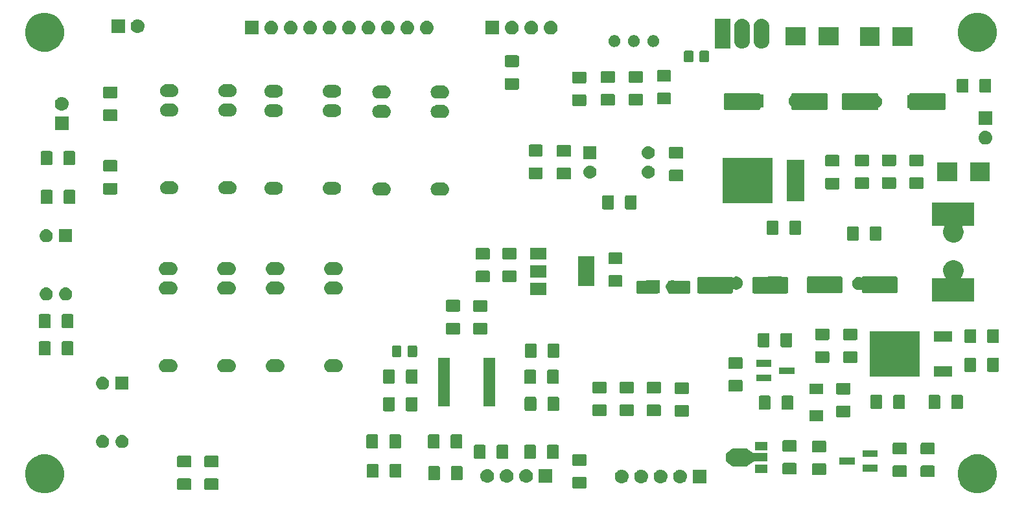
<source format=gbr>
%TF.GenerationSoftware,KiCad,Pcbnew,(5.1.4-0-10_14)*%
%TF.CreationDate,2019-11-24T22:14:09+02:00*%
%TF.ProjectId,READY,52454144-592e-46b6-9963-61645f706362,3.0*%
%TF.SameCoordinates,Original*%
%TF.FileFunction,Soldermask,Top*%
%TF.FilePolarity,Negative*%
%FSLAX46Y46*%
G04 Gerber Fmt 4.6, Leading zero omitted, Abs format (unit mm)*
G04 Created by KiCad (PCBNEW (5.1.4-0-10_14)) date 2019-11-24 22:14:09*
%MOMM*%
%LPD*%
G04 APERTURE LIST*
%ADD10C,0.150000*%
G04 APERTURE END LIST*
D10*
G36*
X206451098Y-116586033D02*
G01*
X206901316Y-116772519D01*
X206915352Y-116778333D01*
X207333168Y-117057509D01*
X207688491Y-117412832D01*
X207967667Y-117830648D01*
X207967668Y-117830650D01*
X208159967Y-118294902D01*
X208258000Y-118787747D01*
X208258000Y-119290253D01*
X208159967Y-119783098D01*
X208011950Y-120140443D01*
X207967667Y-120247352D01*
X207688491Y-120665168D01*
X207333168Y-121020491D01*
X206915352Y-121299667D01*
X206915351Y-121299668D01*
X206915350Y-121299668D01*
X206451098Y-121491967D01*
X205958253Y-121590000D01*
X205455747Y-121590000D01*
X204962902Y-121491967D01*
X204498650Y-121299668D01*
X204498649Y-121299668D01*
X204498648Y-121299667D01*
X204080832Y-121020491D01*
X203725509Y-120665168D01*
X203446333Y-120247352D01*
X203402050Y-120140443D01*
X203254033Y-119783098D01*
X203156000Y-119290253D01*
X203156000Y-118787747D01*
X203254033Y-118294902D01*
X203446332Y-117830650D01*
X203446333Y-117830648D01*
X203725509Y-117412832D01*
X204080832Y-117057509D01*
X204498648Y-116778333D01*
X204512684Y-116772519D01*
X204962902Y-116586033D01*
X205455747Y-116488000D01*
X205958253Y-116488000D01*
X206451098Y-116586033D01*
X206451098Y-116586033D01*
G37*
G36*
X84599098Y-116586033D02*
G01*
X85049316Y-116772519D01*
X85063352Y-116778333D01*
X85481168Y-117057509D01*
X85836491Y-117412832D01*
X86115667Y-117830648D01*
X86115668Y-117830650D01*
X86307967Y-118294902D01*
X86406000Y-118787747D01*
X86406000Y-119290253D01*
X86307967Y-119783098D01*
X86159950Y-120140443D01*
X86115667Y-120247352D01*
X85836491Y-120665168D01*
X85481168Y-121020491D01*
X85063352Y-121299667D01*
X85063351Y-121299668D01*
X85063350Y-121299668D01*
X84599098Y-121491967D01*
X84106253Y-121590000D01*
X83603747Y-121590000D01*
X83110902Y-121491967D01*
X82646650Y-121299668D01*
X82646649Y-121299668D01*
X82646648Y-121299667D01*
X82228832Y-121020491D01*
X81873509Y-120665168D01*
X81594333Y-120247352D01*
X81550050Y-120140443D01*
X81402033Y-119783098D01*
X81304000Y-119290253D01*
X81304000Y-118787747D01*
X81402033Y-118294902D01*
X81594332Y-117830650D01*
X81594333Y-117830648D01*
X81873509Y-117412832D01*
X82228832Y-117057509D01*
X82646648Y-116778333D01*
X82660684Y-116772519D01*
X83110902Y-116586033D01*
X83603747Y-116488000D01*
X84106253Y-116488000D01*
X84599098Y-116586033D01*
X84599098Y-116586033D01*
G37*
G36*
X102883562Y-119636181D02*
G01*
X102918481Y-119646774D01*
X102950663Y-119663976D01*
X102978873Y-119687127D01*
X103002024Y-119715337D01*
X103019226Y-119747519D01*
X103029819Y-119782438D01*
X103034000Y-119824895D01*
X103034000Y-120966105D01*
X103029819Y-121008562D01*
X103019226Y-121043481D01*
X103002024Y-121075663D01*
X102978873Y-121103873D01*
X102950663Y-121127024D01*
X102918481Y-121144226D01*
X102883562Y-121154819D01*
X102841105Y-121159000D01*
X101374895Y-121159000D01*
X101332438Y-121154819D01*
X101297519Y-121144226D01*
X101265337Y-121127024D01*
X101237127Y-121103873D01*
X101213976Y-121075663D01*
X101196774Y-121043481D01*
X101186181Y-121008562D01*
X101182000Y-120966105D01*
X101182000Y-119824895D01*
X101186181Y-119782438D01*
X101196774Y-119747519D01*
X101213976Y-119715337D01*
X101237127Y-119687127D01*
X101265337Y-119663976D01*
X101297519Y-119646774D01*
X101332438Y-119636181D01*
X101374895Y-119632000D01*
X102841105Y-119632000D01*
X102883562Y-119636181D01*
X102883562Y-119636181D01*
G37*
G36*
X106439562Y-119636181D02*
G01*
X106474481Y-119646774D01*
X106506663Y-119663976D01*
X106534873Y-119687127D01*
X106558024Y-119715337D01*
X106575226Y-119747519D01*
X106585819Y-119782438D01*
X106590000Y-119824895D01*
X106590000Y-120966105D01*
X106585819Y-121008562D01*
X106575226Y-121043481D01*
X106558024Y-121075663D01*
X106534873Y-121103873D01*
X106506663Y-121127024D01*
X106474481Y-121144226D01*
X106439562Y-121154819D01*
X106397105Y-121159000D01*
X104930895Y-121159000D01*
X104888438Y-121154819D01*
X104853519Y-121144226D01*
X104821337Y-121127024D01*
X104793127Y-121103873D01*
X104769976Y-121075663D01*
X104752774Y-121043481D01*
X104742181Y-121008562D01*
X104738000Y-120966105D01*
X104738000Y-119824895D01*
X104742181Y-119782438D01*
X104752774Y-119747519D01*
X104769976Y-119715337D01*
X104793127Y-119687127D01*
X104821337Y-119663976D01*
X104853519Y-119646774D01*
X104888438Y-119636181D01*
X104930895Y-119632000D01*
X106397105Y-119632000D01*
X106439562Y-119636181D01*
X106439562Y-119636181D01*
G37*
G36*
X154509562Y-119436181D02*
G01*
X154544481Y-119446774D01*
X154576663Y-119463976D01*
X154604873Y-119487127D01*
X154628024Y-119515337D01*
X154645226Y-119547519D01*
X154655819Y-119582438D01*
X154660000Y-119624895D01*
X154660000Y-120766105D01*
X154655819Y-120808562D01*
X154645226Y-120843481D01*
X154628024Y-120875663D01*
X154604873Y-120903873D01*
X154576663Y-120927024D01*
X154544481Y-120944226D01*
X154509562Y-120954819D01*
X154467105Y-120959000D01*
X153000895Y-120959000D01*
X152958438Y-120954819D01*
X152923519Y-120944226D01*
X152891337Y-120927024D01*
X152863127Y-120903873D01*
X152839976Y-120875663D01*
X152822774Y-120843481D01*
X152812181Y-120808562D01*
X152808000Y-120766105D01*
X152808000Y-119624895D01*
X152812181Y-119582438D01*
X152822774Y-119547519D01*
X152839976Y-119515337D01*
X152863127Y-119487127D01*
X152891337Y-119463976D01*
X152923519Y-119446774D01*
X152958438Y-119436181D01*
X153000895Y-119432000D01*
X154467105Y-119432000D01*
X154509562Y-119436181D01*
X154509562Y-119436181D01*
G37*
G36*
X161908442Y-118485518D02*
G01*
X161974627Y-118492037D01*
X162144466Y-118543557D01*
X162300991Y-118627222D01*
X162336729Y-118656552D01*
X162438186Y-118739814D01*
X162488408Y-118801011D01*
X162550778Y-118877009D01*
X162634443Y-119033534D01*
X162685963Y-119203373D01*
X162703359Y-119380000D01*
X162685963Y-119556627D01*
X162634443Y-119726466D01*
X162550778Y-119882991D01*
X162536905Y-119899895D01*
X162438186Y-120020186D01*
X162336729Y-120103448D01*
X162300991Y-120132778D01*
X162144466Y-120216443D01*
X161974627Y-120267963D01*
X161908442Y-120274482D01*
X161842260Y-120281000D01*
X161753740Y-120281000D01*
X161687558Y-120274482D01*
X161621373Y-120267963D01*
X161451534Y-120216443D01*
X161295009Y-120132778D01*
X161259271Y-120103448D01*
X161157814Y-120020186D01*
X161059095Y-119899895D01*
X161045222Y-119882991D01*
X160961557Y-119726466D01*
X160910037Y-119556627D01*
X160892641Y-119380000D01*
X160910037Y-119203373D01*
X160961557Y-119033534D01*
X161045222Y-118877009D01*
X161107592Y-118801011D01*
X161157814Y-118739814D01*
X161259271Y-118656552D01*
X161295009Y-118627222D01*
X161451534Y-118543557D01*
X161621373Y-118492037D01*
X161687558Y-118485518D01*
X161753740Y-118479000D01*
X161842260Y-118479000D01*
X161908442Y-118485518D01*
X161908442Y-118485518D01*
G37*
G36*
X164448442Y-118485518D02*
G01*
X164514627Y-118492037D01*
X164684466Y-118543557D01*
X164840991Y-118627222D01*
X164876729Y-118656552D01*
X164978186Y-118739814D01*
X165028408Y-118801011D01*
X165090778Y-118877009D01*
X165174443Y-119033534D01*
X165225963Y-119203373D01*
X165243359Y-119380000D01*
X165225963Y-119556627D01*
X165174443Y-119726466D01*
X165090778Y-119882991D01*
X165076905Y-119899895D01*
X164978186Y-120020186D01*
X164876729Y-120103448D01*
X164840991Y-120132778D01*
X164684466Y-120216443D01*
X164514627Y-120267963D01*
X164448442Y-120274482D01*
X164382260Y-120281000D01*
X164293740Y-120281000D01*
X164227558Y-120274482D01*
X164161373Y-120267963D01*
X163991534Y-120216443D01*
X163835009Y-120132778D01*
X163799271Y-120103448D01*
X163697814Y-120020186D01*
X163599095Y-119899895D01*
X163585222Y-119882991D01*
X163501557Y-119726466D01*
X163450037Y-119556627D01*
X163432641Y-119380000D01*
X163450037Y-119203373D01*
X163501557Y-119033534D01*
X163585222Y-118877009D01*
X163647592Y-118801011D01*
X163697814Y-118739814D01*
X163799271Y-118656552D01*
X163835009Y-118627222D01*
X163991534Y-118543557D01*
X164161373Y-118492037D01*
X164227558Y-118485518D01*
X164293740Y-118479000D01*
X164382260Y-118479000D01*
X164448442Y-118485518D01*
X164448442Y-118485518D01*
G37*
G36*
X170319000Y-120281000D02*
G01*
X168517000Y-120281000D01*
X168517000Y-118479000D01*
X170319000Y-118479000D01*
X170319000Y-120281000D01*
X170319000Y-120281000D01*
G37*
G36*
X159368442Y-118485518D02*
G01*
X159434627Y-118492037D01*
X159604466Y-118543557D01*
X159760991Y-118627222D01*
X159796729Y-118656552D01*
X159898186Y-118739814D01*
X159948408Y-118801011D01*
X160010778Y-118877009D01*
X160094443Y-119033534D01*
X160145963Y-119203373D01*
X160163359Y-119380000D01*
X160145963Y-119556627D01*
X160094443Y-119726466D01*
X160010778Y-119882991D01*
X159996905Y-119899895D01*
X159898186Y-120020186D01*
X159796729Y-120103448D01*
X159760991Y-120132778D01*
X159604466Y-120216443D01*
X159434627Y-120267963D01*
X159368442Y-120274482D01*
X159302260Y-120281000D01*
X159213740Y-120281000D01*
X159147558Y-120274482D01*
X159081373Y-120267963D01*
X158911534Y-120216443D01*
X158755009Y-120132778D01*
X158719271Y-120103448D01*
X158617814Y-120020186D01*
X158519095Y-119899895D01*
X158505222Y-119882991D01*
X158421557Y-119726466D01*
X158370037Y-119556627D01*
X158352641Y-119380000D01*
X158370037Y-119203373D01*
X158421557Y-119033534D01*
X158505222Y-118877009D01*
X158567592Y-118801011D01*
X158617814Y-118739814D01*
X158719271Y-118656552D01*
X158755009Y-118627222D01*
X158911534Y-118543557D01*
X159081373Y-118492037D01*
X159147558Y-118485518D01*
X159213740Y-118479000D01*
X159302260Y-118479000D01*
X159368442Y-118485518D01*
X159368442Y-118485518D01*
G37*
G36*
X166988442Y-118485518D02*
G01*
X167054627Y-118492037D01*
X167224466Y-118543557D01*
X167380991Y-118627222D01*
X167416729Y-118656552D01*
X167518186Y-118739814D01*
X167568408Y-118801011D01*
X167630778Y-118877009D01*
X167714443Y-119033534D01*
X167765963Y-119203373D01*
X167783359Y-119380000D01*
X167765963Y-119556627D01*
X167714443Y-119726466D01*
X167630778Y-119882991D01*
X167616905Y-119899895D01*
X167518186Y-120020186D01*
X167416729Y-120103448D01*
X167380991Y-120132778D01*
X167224466Y-120216443D01*
X167054627Y-120267963D01*
X166988442Y-120274482D01*
X166922260Y-120281000D01*
X166833740Y-120281000D01*
X166767558Y-120274482D01*
X166701373Y-120267963D01*
X166531534Y-120216443D01*
X166375009Y-120132778D01*
X166339271Y-120103448D01*
X166237814Y-120020186D01*
X166139095Y-119899895D01*
X166125222Y-119882991D01*
X166041557Y-119726466D01*
X165990037Y-119556627D01*
X165972641Y-119380000D01*
X165990037Y-119203373D01*
X166041557Y-119033534D01*
X166125222Y-118877009D01*
X166187592Y-118801011D01*
X166237814Y-118739814D01*
X166339271Y-118656552D01*
X166375009Y-118627222D01*
X166531534Y-118543557D01*
X166701373Y-118492037D01*
X166767558Y-118485518D01*
X166833740Y-118479000D01*
X166922260Y-118479000D01*
X166988442Y-118485518D01*
X166988442Y-118485518D01*
G37*
G36*
X146884442Y-118409518D02*
G01*
X146950627Y-118416037D01*
X147120466Y-118467557D01*
X147276991Y-118551222D01*
X147312729Y-118580552D01*
X147414186Y-118663814D01*
X147476557Y-118739815D01*
X147526778Y-118801009D01*
X147610443Y-118957534D01*
X147661963Y-119127373D01*
X147679359Y-119304000D01*
X147661963Y-119480627D01*
X147610443Y-119650466D01*
X147526778Y-119806991D01*
X147512084Y-119824895D01*
X147414186Y-119944186D01*
X147321578Y-120020186D01*
X147276991Y-120056778D01*
X147120466Y-120140443D01*
X146950627Y-120191963D01*
X146884442Y-120198482D01*
X146818260Y-120205000D01*
X146729740Y-120205000D01*
X146663558Y-120198482D01*
X146597373Y-120191963D01*
X146427534Y-120140443D01*
X146271009Y-120056778D01*
X146226422Y-120020186D01*
X146133814Y-119944186D01*
X146035916Y-119824895D01*
X146021222Y-119806991D01*
X145937557Y-119650466D01*
X145886037Y-119480627D01*
X145868641Y-119304000D01*
X145886037Y-119127373D01*
X145937557Y-118957534D01*
X146021222Y-118801009D01*
X146071443Y-118739815D01*
X146133814Y-118663814D01*
X146235271Y-118580552D01*
X146271009Y-118551222D01*
X146427534Y-118467557D01*
X146597373Y-118416037D01*
X146663558Y-118409518D01*
X146729740Y-118403000D01*
X146818260Y-118403000D01*
X146884442Y-118409518D01*
X146884442Y-118409518D01*
G37*
G36*
X144344442Y-118409518D02*
G01*
X144410627Y-118416037D01*
X144580466Y-118467557D01*
X144736991Y-118551222D01*
X144772729Y-118580552D01*
X144874186Y-118663814D01*
X144936557Y-118739815D01*
X144986778Y-118801009D01*
X145070443Y-118957534D01*
X145121963Y-119127373D01*
X145139359Y-119304000D01*
X145121963Y-119480627D01*
X145070443Y-119650466D01*
X144986778Y-119806991D01*
X144972084Y-119824895D01*
X144874186Y-119944186D01*
X144781578Y-120020186D01*
X144736991Y-120056778D01*
X144580466Y-120140443D01*
X144410627Y-120191963D01*
X144344442Y-120198482D01*
X144278260Y-120205000D01*
X144189740Y-120205000D01*
X144123558Y-120198482D01*
X144057373Y-120191963D01*
X143887534Y-120140443D01*
X143731009Y-120056778D01*
X143686422Y-120020186D01*
X143593814Y-119944186D01*
X143495916Y-119824895D01*
X143481222Y-119806991D01*
X143397557Y-119650466D01*
X143346037Y-119480627D01*
X143328641Y-119304000D01*
X143346037Y-119127373D01*
X143397557Y-118957534D01*
X143481222Y-118801009D01*
X143531443Y-118739815D01*
X143593814Y-118663814D01*
X143695271Y-118580552D01*
X143731009Y-118551222D01*
X143887534Y-118467557D01*
X144057373Y-118416037D01*
X144123558Y-118409518D01*
X144189740Y-118403000D01*
X144278260Y-118403000D01*
X144344442Y-118409518D01*
X144344442Y-118409518D01*
G37*
G36*
X150215000Y-120205000D02*
G01*
X148413000Y-120205000D01*
X148413000Y-118403000D01*
X150215000Y-118403000D01*
X150215000Y-120205000D01*
X150215000Y-120205000D01*
G37*
G36*
X141804442Y-118409518D02*
G01*
X141870627Y-118416037D01*
X142040466Y-118467557D01*
X142196991Y-118551222D01*
X142232729Y-118580552D01*
X142334186Y-118663814D01*
X142396557Y-118739815D01*
X142446778Y-118801009D01*
X142530443Y-118957534D01*
X142581963Y-119127373D01*
X142599359Y-119304000D01*
X142581963Y-119480627D01*
X142530443Y-119650466D01*
X142446778Y-119806991D01*
X142432084Y-119824895D01*
X142334186Y-119944186D01*
X142241578Y-120020186D01*
X142196991Y-120056778D01*
X142040466Y-120140443D01*
X141870627Y-120191963D01*
X141804442Y-120198482D01*
X141738260Y-120205000D01*
X141649740Y-120205000D01*
X141583558Y-120198482D01*
X141517373Y-120191963D01*
X141347534Y-120140443D01*
X141191009Y-120056778D01*
X141146422Y-120020186D01*
X141053814Y-119944186D01*
X140955916Y-119824895D01*
X140941222Y-119806991D01*
X140857557Y-119650466D01*
X140806037Y-119480627D01*
X140788641Y-119304000D01*
X140806037Y-119127373D01*
X140857557Y-118957534D01*
X140941222Y-118801009D01*
X140991443Y-118739815D01*
X141053814Y-118663814D01*
X141155271Y-118580552D01*
X141191009Y-118551222D01*
X141347534Y-118467557D01*
X141517373Y-118416037D01*
X141583558Y-118409518D01*
X141649740Y-118403000D01*
X141738260Y-118403000D01*
X141804442Y-118409518D01*
X141804442Y-118409518D01*
G37*
G36*
X135355562Y-118016181D02*
G01*
X135390481Y-118026774D01*
X135422663Y-118043976D01*
X135450873Y-118067127D01*
X135474024Y-118095337D01*
X135491226Y-118127519D01*
X135501819Y-118162438D01*
X135506000Y-118204895D01*
X135506000Y-119671105D01*
X135501819Y-119713562D01*
X135491226Y-119748481D01*
X135474024Y-119780663D01*
X135450873Y-119808873D01*
X135422663Y-119832024D01*
X135390481Y-119849226D01*
X135355562Y-119859819D01*
X135313105Y-119864000D01*
X134171895Y-119864000D01*
X134129438Y-119859819D01*
X134094519Y-119849226D01*
X134062337Y-119832024D01*
X134034127Y-119808873D01*
X134010976Y-119780663D01*
X133993774Y-119748481D01*
X133983181Y-119713562D01*
X133979000Y-119671105D01*
X133979000Y-118204895D01*
X133983181Y-118162438D01*
X133993774Y-118127519D01*
X134010976Y-118095337D01*
X134034127Y-118067127D01*
X134062337Y-118043976D01*
X134094519Y-118026774D01*
X134129438Y-118016181D01*
X134171895Y-118012000D01*
X135313105Y-118012000D01*
X135355562Y-118016181D01*
X135355562Y-118016181D01*
G37*
G36*
X138330562Y-118016181D02*
G01*
X138365481Y-118026774D01*
X138397663Y-118043976D01*
X138425873Y-118067127D01*
X138449024Y-118095337D01*
X138466226Y-118127519D01*
X138476819Y-118162438D01*
X138481000Y-118204895D01*
X138481000Y-119671105D01*
X138476819Y-119713562D01*
X138466226Y-119748481D01*
X138449024Y-119780663D01*
X138425873Y-119808873D01*
X138397663Y-119832024D01*
X138365481Y-119849226D01*
X138330562Y-119859819D01*
X138288105Y-119864000D01*
X137146895Y-119864000D01*
X137104438Y-119859819D01*
X137069519Y-119849226D01*
X137037337Y-119832024D01*
X137009127Y-119808873D01*
X136985976Y-119780663D01*
X136968774Y-119748481D01*
X136958181Y-119713562D01*
X136954000Y-119671105D01*
X136954000Y-118204895D01*
X136958181Y-118162438D01*
X136968774Y-118127519D01*
X136985976Y-118095337D01*
X137009127Y-118067127D01*
X137037337Y-118043976D01*
X137069519Y-118026774D01*
X137104438Y-118016181D01*
X137146895Y-118012000D01*
X138288105Y-118012000D01*
X138330562Y-118016181D01*
X138330562Y-118016181D01*
G37*
G36*
X130321562Y-117709181D02*
G01*
X130356481Y-117719774D01*
X130388663Y-117736976D01*
X130416873Y-117760127D01*
X130440024Y-117788337D01*
X130457226Y-117820519D01*
X130467819Y-117855438D01*
X130472000Y-117897895D01*
X130472000Y-119364105D01*
X130467819Y-119406562D01*
X130457226Y-119441481D01*
X130440024Y-119473663D01*
X130416873Y-119501873D01*
X130388663Y-119525024D01*
X130356481Y-119542226D01*
X130321562Y-119552819D01*
X130279105Y-119557000D01*
X129137895Y-119557000D01*
X129095438Y-119552819D01*
X129060519Y-119542226D01*
X129028337Y-119525024D01*
X129000127Y-119501873D01*
X128976976Y-119473663D01*
X128959774Y-119441481D01*
X128949181Y-119406562D01*
X128945000Y-119364105D01*
X128945000Y-117897895D01*
X128949181Y-117855438D01*
X128959774Y-117820519D01*
X128976976Y-117788337D01*
X129000127Y-117760127D01*
X129028337Y-117736976D01*
X129060519Y-117719774D01*
X129095438Y-117709181D01*
X129137895Y-117705000D01*
X130279105Y-117705000D01*
X130321562Y-117709181D01*
X130321562Y-117709181D01*
G37*
G36*
X127346562Y-117709181D02*
G01*
X127381481Y-117719774D01*
X127413663Y-117736976D01*
X127441873Y-117760127D01*
X127465024Y-117788337D01*
X127482226Y-117820519D01*
X127492819Y-117855438D01*
X127497000Y-117897895D01*
X127497000Y-119364105D01*
X127492819Y-119406562D01*
X127482226Y-119441481D01*
X127465024Y-119473663D01*
X127441873Y-119501873D01*
X127413663Y-119525024D01*
X127381481Y-119542226D01*
X127346562Y-119552819D01*
X127304105Y-119557000D01*
X126162895Y-119557000D01*
X126120438Y-119552819D01*
X126085519Y-119542226D01*
X126053337Y-119525024D01*
X126025127Y-119501873D01*
X126001976Y-119473663D01*
X125984774Y-119441481D01*
X125974181Y-119406562D01*
X125970000Y-119364105D01*
X125970000Y-117897895D01*
X125974181Y-117855438D01*
X125984774Y-117820519D01*
X126001976Y-117788337D01*
X126025127Y-117760127D01*
X126053337Y-117736976D01*
X126085519Y-117719774D01*
X126120438Y-117709181D01*
X126162895Y-117705000D01*
X127304105Y-117705000D01*
X127346562Y-117709181D01*
X127346562Y-117709181D01*
G37*
G36*
X200013562Y-117951181D02*
G01*
X200048481Y-117961774D01*
X200080663Y-117978976D01*
X200108873Y-118002127D01*
X200132024Y-118030337D01*
X200149226Y-118062519D01*
X200159819Y-118097438D01*
X200164000Y-118139895D01*
X200164000Y-119281105D01*
X200159819Y-119323562D01*
X200149226Y-119358481D01*
X200132024Y-119390663D01*
X200108873Y-119418873D01*
X200080663Y-119442024D01*
X200048481Y-119459226D01*
X200013562Y-119469819D01*
X199971105Y-119474000D01*
X198504895Y-119474000D01*
X198462438Y-119469819D01*
X198427519Y-119459226D01*
X198395337Y-119442024D01*
X198367127Y-119418873D01*
X198343976Y-119390663D01*
X198326774Y-119358481D01*
X198316181Y-119323562D01*
X198312000Y-119281105D01*
X198312000Y-118139895D01*
X198316181Y-118097438D01*
X198326774Y-118062519D01*
X198343976Y-118030337D01*
X198367127Y-118002127D01*
X198395337Y-117978976D01*
X198427519Y-117961774D01*
X198462438Y-117951181D01*
X198504895Y-117947000D01*
X199971105Y-117947000D01*
X200013562Y-117951181D01*
X200013562Y-117951181D01*
G37*
G36*
X196368562Y-117925181D02*
G01*
X196403481Y-117935774D01*
X196435663Y-117952976D01*
X196463873Y-117976127D01*
X196487024Y-118004337D01*
X196504226Y-118036519D01*
X196514819Y-118071438D01*
X196519000Y-118113895D01*
X196519000Y-119255105D01*
X196514819Y-119297562D01*
X196504226Y-119332481D01*
X196487024Y-119364663D01*
X196463873Y-119392873D01*
X196435663Y-119416024D01*
X196403481Y-119433226D01*
X196368562Y-119443819D01*
X196326105Y-119448000D01*
X194859895Y-119448000D01*
X194817438Y-119443819D01*
X194782519Y-119433226D01*
X194750337Y-119416024D01*
X194722127Y-119392873D01*
X194698976Y-119364663D01*
X194681774Y-119332481D01*
X194671181Y-119297562D01*
X194667000Y-119255105D01*
X194667000Y-118113895D01*
X194671181Y-118071438D01*
X194681774Y-118036519D01*
X194698976Y-118004337D01*
X194722127Y-117976127D01*
X194750337Y-117952976D01*
X194782519Y-117935774D01*
X194817438Y-117925181D01*
X194859895Y-117921000D01*
X196326105Y-117921000D01*
X196368562Y-117925181D01*
X196368562Y-117925181D01*
G37*
G36*
X185814562Y-117658181D02*
G01*
X185849481Y-117668774D01*
X185881663Y-117685976D01*
X185909873Y-117709127D01*
X185933024Y-117737337D01*
X185950226Y-117769519D01*
X185960819Y-117804438D01*
X185965000Y-117846895D01*
X185965000Y-118988105D01*
X185960819Y-119030562D01*
X185950226Y-119065481D01*
X185933024Y-119097663D01*
X185909873Y-119125873D01*
X185881663Y-119149024D01*
X185849481Y-119166226D01*
X185814562Y-119176819D01*
X185772105Y-119181000D01*
X184305895Y-119181000D01*
X184263438Y-119176819D01*
X184228519Y-119166226D01*
X184196337Y-119149024D01*
X184168127Y-119125873D01*
X184144976Y-119097663D01*
X184127774Y-119065481D01*
X184117181Y-119030562D01*
X184113000Y-118988105D01*
X184113000Y-117846895D01*
X184117181Y-117804438D01*
X184127774Y-117769519D01*
X184144976Y-117737337D01*
X184168127Y-117709127D01*
X184196337Y-117685976D01*
X184228519Y-117668774D01*
X184263438Y-117658181D01*
X184305895Y-117654000D01*
X185772105Y-117654000D01*
X185814562Y-117658181D01*
X185814562Y-117658181D01*
G37*
G36*
X181953562Y-117604181D02*
G01*
X181988481Y-117614774D01*
X182020663Y-117631976D01*
X182048873Y-117655127D01*
X182072024Y-117683337D01*
X182089226Y-117715519D01*
X182099819Y-117750438D01*
X182104000Y-117792895D01*
X182104000Y-118934105D01*
X182099819Y-118976562D01*
X182089226Y-119011481D01*
X182072024Y-119043663D01*
X182048873Y-119071873D01*
X182020663Y-119095024D01*
X181988481Y-119112226D01*
X181953562Y-119122819D01*
X181911105Y-119127000D01*
X180444895Y-119127000D01*
X180402438Y-119122819D01*
X180367519Y-119112226D01*
X180335337Y-119095024D01*
X180307127Y-119071873D01*
X180283976Y-119043663D01*
X180266774Y-119011481D01*
X180256181Y-118976562D01*
X180252000Y-118934105D01*
X180252000Y-117792895D01*
X180256181Y-117750438D01*
X180266774Y-117715519D01*
X180283976Y-117683337D01*
X180307127Y-117655127D01*
X180335337Y-117631976D01*
X180367519Y-117614774D01*
X180402438Y-117604181D01*
X180444895Y-117600000D01*
X181911105Y-117600000D01*
X181953562Y-117604181D01*
X181953562Y-117604181D01*
G37*
G36*
X178278000Y-118942000D02*
G01*
X176676000Y-118942000D01*
X176676000Y-117840000D01*
X178278000Y-117840000D01*
X178278000Y-118942000D01*
X178278000Y-118942000D01*
G37*
G36*
X192695000Y-118734000D02*
G01*
X190693000Y-118734000D01*
X190693000Y-117832000D01*
X192695000Y-117832000D01*
X192695000Y-118734000D01*
X192695000Y-118734000D01*
G37*
G36*
X106439562Y-116661181D02*
G01*
X106474481Y-116671774D01*
X106506663Y-116688976D01*
X106534873Y-116712127D01*
X106558024Y-116740337D01*
X106575226Y-116772519D01*
X106585819Y-116807438D01*
X106590000Y-116849895D01*
X106590000Y-117991105D01*
X106585819Y-118033562D01*
X106575226Y-118068481D01*
X106558024Y-118100663D01*
X106534873Y-118128873D01*
X106506663Y-118152024D01*
X106474481Y-118169226D01*
X106439562Y-118179819D01*
X106397105Y-118184000D01*
X104930895Y-118184000D01*
X104888438Y-118179819D01*
X104853519Y-118169226D01*
X104821337Y-118152024D01*
X104793127Y-118128873D01*
X104769976Y-118100663D01*
X104752774Y-118068481D01*
X104742181Y-118033562D01*
X104738000Y-117991105D01*
X104738000Y-116849895D01*
X104742181Y-116807438D01*
X104752774Y-116772519D01*
X104769976Y-116740337D01*
X104793127Y-116712127D01*
X104821337Y-116688976D01*
X104853519Y-116671774D01*
X104888438Y-116661181D01*
X104930895Y-116657000D01*
X106397105Y-116657000D01*
X106439562Y-116661181D01*
X106439562Y-116661181D01*
G37*
G36*
X102883562Y-116661181D02*
G01*
X102918481Y-116671774D01*
X102950663Y-116688976D01*
X102978873Y-116712127D01*
X103002024Y-116740337D01*
X103019226Y-116772519D01*
X103029819Y-116807438D01*
X103034000Y-116849895D01*
X103034000Y-117991105D01*
X103029819Y-118033562D01*
X103019226Y-118068481D01*
X103002024Y-118100663D01*
X102978873Y-118128873D01*
X102950663Y-118152024D01*
X102918481Y-118169226D01*
X102883562Y-118179819D01*
X102841105Y-118184000D01*
X101374895Y-118184000D01*
X101332438Y-118179819D01*
X101297519Y-118169226D01*
X101265337Y-118152024D01*
X101237127Y-118128873D01*
X101213976Y-118100663D01*
X101196774Y-118068481D01*
X101186181Y-118033562D01*
X101182000Y-117991105D01*
X101182000Y-116849895D01*
X101186181Y-116807438D01*
X101196774Y-116772519D01*
X101213976Y-116740337D01*
X101237127Y-116712127D01*
X101265337Y-116688976D01*
X101297519Y-116671774D01*
X101332438Y-116661181D01*
X101374895Y-116657000D01*
X102841105Y-116657000D01*
X102883562Y-116661181D01*
X102883562Y-116661181D01*
G37*
G36*
X173827066Y-115684447D02*
G01*
X173842611Y-115703389D01*
X173861553Y-115718934D01*
X173883164Y-115730485D01*
X173906613Y-115737598D01*
X173930999Y-115740000D01*
X175397201Y-115740000D01*
X175421587Y-115737598D01*
X175445036Y-115730485D01*
X175466647Y-115718934D01*
X175485589Y-115703389D01*
X175501134Y-115684447D01*
X175503525Y-115679974D01*
X175556996Y-115717404D01*
X175578351Y-115729421D01*
X175601640Y-115737041D01*
X175628678Y-115740000D01*
X175639644Y-115740000D01*
X175644015Y-115754410D01*
X175655566Y-115776021D01*
X175671111Y-115794963D01*
X175687817Y-115808978D01*
X176414140Y-116317404D01*
X176435495Y-116329421D01*
X176458784Y-116337041D01*
X176485822Y-116340000D01*
X178281500Y-116340000D01*
X178281500Y-117442000D01*
X176485822Y-117442000D01*
X176461436Y-117444402D01*
X176437987Y-117451515D01*
X176414140Y-117464596D01*
X175687817Y-117973022D01*
X175669216Y-117988974D01*
X175654085Y-118008248D01*
X175643005Y-118030104D01*
X175639676Y-118042000D01*
X175628678Y-118042000D01*
X175604292Y-118044402D01*
X175580843Y-118051515D01*
X175556996Y-118064596D01*
X175503525Y-118102026D01*
X175501134Y-118097553D01*
X175485589Y-118078611D01*
X175466647Y-118063066D01*
X175445036Y-118051515D01*
X175421587Y-118044402D01*
X175397201Y-118042000D01*
X173930999Y-118042000D01*
X173906613Y-118044402D01*
X173883164Y-118051515D01*
X173861553Y-118063066D01*
X173842611Y-118078611D01*
X173827066Y-118097553D01*
X173824449Y-118102450D01*
X173771224Y-118064879D01*
X173749916Y-118052778D01*
X173726657Y-118045067D01*
X173699139Y-118042000D01*
X173687765Y-118042000D01*
X173682985Y-118026243D01*
X173671434Y-118004632D01*
X173655889Y-117985690D01*
X173639586Y-117971958D01*
X172854000Y-117417426D01*
X172854000Y-116364574D01*
X173639586Y-115810042D01*
X173658123Y-115794017D01*
X173673178Y-115774683D01*
X173684172Y-115752784D01*
X173687695Y-115740000D01*
X173699139Y-115740000D01*
X173723525Y-115737598D01*
X173746974Y-115730485D01*
X173771224Y-115717121D01*
X173824449Y-115679550D01*
X173827066Y-115684447D01*
X173827066Y-115684447D01*
G37*
G36*
X154509562Y-116461181D02*
G01*
X154544481Y-116471774D01*
X154576663Y-116488976D01*
X154604873Y-116512127D01*
X154628024Y-116540337D01*
X154645226Y-116572519D01*
X154655819Y-116607438D01*
X154660000Y-116649895D01*
X154660000Y-117791105D01*
X154655819Y-117833562D01*
X154645226Y-117868481D01*
X154628024Y-117900663D01*
X154604873Y-117928873D01*
X154576663Y-117952024D01*
X154544481Y-117969226D01*
X154509562Y-117979819D01*
X154467105Y-117984000D01*
X153000895Y-117984000D01*
X152958438Y-117979819D01*
X152923519Y-117969226D01*
X152891337Y-117952024D01*
X152863127Y-117928873D01*
X152839976Y-117900663D01*
X152822774Y-117868481D01*
X152812181Y-117833562D01*
X152808000Y-117791105D01*
X152808000Y-116649895D01*
X152812181Y-116607438D01*
X152822774Y-116572519D01*
X152839976Y-116540337D01*
X152863127Y-116512127D01*
X152891337Y-116488976D01*
X152923519Y-116471774D01*
X152958438Y-116461181D01*
X153000895Y-116457000D01*
X154467105Y-116457000D01*
X154509562Y-116461181D01*
X154509562Y-116461181D01*
G37*
G36*
X189695000Y-117784000D02*
G01*
X187693000Y-117784000D01*
X187693000Y-116882000D01*
X189695000Y-116882000D01*
X189695000Y-117784000D01*
X189695000Y-117784000D01*
G37*
G36*
X144302562Y-115232181D02*
G01*
X144337481Y-115242774D01*
X144369663Y-115259976D01*
X144397873Y-115283127D01*
X144421024Y-115311337D01*
X144438226Y-115343519D01*
X144448819Y-115378438D01*
X144453000Y-115420895D01*
X144453000Y-116887105D01*
X144448819Y-116929562D01*
X144438226Y-116964481D01*
X144421024Y-116996663D01*
X144397873Y-117024873D01*
X144369663Y-117048024D01*
X144337481Y-117065226D01*
X144302562Y-117075819D01*
X144260105Y-117080000D01*
X143118895Y-117080000D01*
X143076438Y-117075819D01*
X143041519Y-117065226D01*
X143009337Y-117048024D01*
X142981127Y-117024873D01*
X142957976Y-116996663D01*
X142940774Y-116964481D01*
X142930181Y-116929562D01*
X142926000Y-116887105D01*
X142926000Y-115420895D01*
X142930181Y-115378438D01*
X142940774Y-115343519D01*
X142957976Y-115311337D01*
X142981127Y-115283127D01*
X143009337Y-115259976D01*
X143041519Y-115242774D01*
X143076438Y-115232181D01*
X143118895Y-115228000D01*
X144260105Y-115228000D01*
X144302562Y-115232181D01*
X144302562Y-115232181D01*
G37*
G36*
X141327562Y-115232181D02*
G01*
X141362481Y-115242774D01*
X141394663Y-115259976D01*
X141422873Y-115283127D01*
X141446024Y-115311337D01*
X141463226Y-115343519D01*
X141473819Y-115378438D01*
X141478000Y-115420895D01*
X141478000Y-116887105D01*
X141473819Y-116929562D01*
X141463226Y-116964481D01*
X141446024Y-116996663D01*
X141422873Y-117024873D01*
X141394663Y-117048024D01*
X141362481Y-117065226D01*
X141327562Y-117075819D01*
X141285105Y-117080000D01*
X140143895Y-117080000D01*
X140101438Y-117075819D01*
X140066519Y-117065226D01*
X140034337Y-117048024D01*
X140006127Y-117024873D01*
X139982976Y-116996663D01*
X139965774Y-116964481D01*
X139955181Y-116929562D01*
X139951000Y-116887105D01*
X139951000Y-115420895D01*
X139955181Y-115378438D01*
X139965774Y-115343519D01*
X139982976Y-115311337D01*
X140006127Y-115283127D01*
X140034337Y-115259976D01*
X140066519Y-115242774D01*
X140101438Y-115232181D01*
X140143895Y-115228000D01*
X141285105Y-115228000D01*
X141327562Y-115232181D01*
X141327562Y-115232181D01*
G37*
G36*
X147894562Y-115232181D02*
G01*
X147929481Y-115242774D01*
X147961663Y-115259976D01*
X147989873Y-115283127D01*
X148013024Y-115311337D01*
X148030226Y-115343519D01*
X148040819Y-115378438D01*
X148045000Y-115420895D01*
X148045000Y-116887105D01*
X148040819Y-116929562D01*
X148030226Y-116964481D01*
X148013024Y-116996663D01*
X147989873Y-117024873D01*
X147961663Y-117048024D01*
X147929481Y-117065226D01*
X147894562Y-117075819D01*
X147852105Y-117080000D01*
X146710895Y-117080000D01*
X146668438Y-117075819D01*
X146633519Y-117065226D01*
X146601337Y-117048024D01*
X146573127Y-117024873D01*
X146549976Y-116996663D01*
X146532774Y-116964481D01*
X146522181Y-116929562D01*
X146518000Y-116887105D01*
X146518000Y-115420895D01*
X146522181Y-115378438D01*
X146532774Y-115343519D01*
X146549976Y-115311337D01*
X146573127Y-115283127D01*
X146601337Y-115259976D01*
X146633519Y-115242774D01*
X146668438Y-115232181D01*
X146710895Y-115228000D01*
X147852105Y-115228000D01*
X147894562Y-115232181D01*
X147894562Y-115232181D01*
G37*
G36*
X150869562Y-115232181D02*
G01*
X150904481Y-115242774D01*
X150936663Y-115259976D01*
X150964873Y-115283127D01*
X150988024Y-115311337D01*
X151005226Y-115343519D01*
X151015819Y-115378438D01*
X151020000Y-115420895D01*
X151020000Y-116887105D01*
X151015819Y-116929562D01*
X151005226Y-116964481D01*
X150988024Y-116996663D01*
X150964873Y-117024873D01*
X150936663Y-117048024D01*
X150904481Y-117065226D01*
X150869562Y-117075819D01*
X150827105Y-117080000D01*
X149685895Y-117080000D01*
X149643438Y-117075819D01*
X149608519Y-117065226D01*
X149576337Y-117048024D01*
X149548127Y-117024873D01*
X149524976Y-116996663D01*
X149507774Y-116964481D01*
X149497181Y-116929562D01*
X149493000Y-116887105D01*
X149493000Y-115420895D01*
X149497181Y-115378438D01*
X149507774Y-115343519D01*
X149524976Y-115311337D01*
X149548127Y-115283127D01*
X149576337Y-115259976D01*
X149608519Y-115242774D01*
X149643438Y-115232181D01*
X149685895Y-115228000D01*
X150827105Y-115228000D01*
X150869562Y-115232181D01*
X150869562Y-115232181D01*
G37*
G36*
X192695000Y-116834000D02*
G01*
X190693000Y-116834000D01*
X190693000Y-115932000D01*
X192695000Y-115932000D01*
X192695000Y-116834000D01*
X192695000Y-116834000D01*
G37*
G36*
X200013562Y-114976181D02*
G01*
X200048481Y-114986774D01*
X200080663Y-115003976D01*
X200108873Y-115027127D01*
X200132024Y-115055337D01*
X200149226Y-115087519D01*
X200159819Y-115122438D01*
X200164000Y-115164895D01*
X200164000Y-116306105D01*
X200159819Y-116348562D01*
X200149226Y-116383481D01*
X200132024Y-116415663D01*
X200108873Y-116443873D01*
X200080663Y-116467024D01*
X200048481Y-116484226D01*
X200013562Y-116494819D01*
X199971105Y-116499000D01*
X198504895Y-116499000D01*
X198462438Y-116494819D01*
X198427519Y-116484226D01*
X198395337Y-116467024D01*
X198367127Y-116443873D01*
X198343976Y-116415663D01*
X198326774Y-116383481D01*
X198316181Y-116348562D01*
X198312000Y-116306105D01*
X198312000Y-115164895D01*
X198316181Y-115122438D01*
X198326774Y-115087519D01*
X198343976Y-115055337D01*
X198367127Y-115027127D01*
X198395337Y-115003976D01*
X198427519Y-114986774D01*
X198462438Y-114976181D01*
X198504895Y-114972000D01*
X199971105Y-114972000D01*
X200013562Y-114976181D01*
X200013562Y-114976181D01*
G37*
G36*
X196368562Y-114950181D02*
G01*
X196403481Y-114960774D01*
X196435663Y-114977976D01*
X196463873Y-115001127D01*
X196487024Y-115029337D01*
X196504226Y-115061519D01*
X196514819Y-115096438D01*
X196519000Y-115138895D01*
X196519000Y-116280105D01*
X196514819Y-116322562D01*
X196504226Y-116357481D01*
X196487024Y-116389663D01*
X196463873Y-116417873D01*
X196435663Y-116441024D01*
X196403481Y-116458226D01*
X196368562Y-116468819D01*
X196326105Y-116473000D01*
X194859895Y-116473000D01*
X194817438Y-116468819D01*
X194782519Y-116458226D01*
X194750337Y-116441024D01*
X194722127Y-116417873D01*
X194698976Y-116389663D01*
X194681774Y-116357481D01*
X194671181Y-116322562D01*
X194667000Y-116280105D01*
X194667000Y-115138895D01*
X194671181Y-115096438D01*
X194681774Y-115061519D01*
X194698976Y-115029337D01*
X194722127Y-115001127D01*
X194750337Y-114977976D01*
X194782519Y-114960774D01*
X194817438Y-114950181D01*
X194859895Y-114946000D01*
X196326105Y-114946000D01*
X196368562Y-114950181D01*
X196368562Y-114950181D01*
G37*
G36*
X185814562Y-114683181D02*
G01*
X185849481Y-114693774D01*
X185881663Y-114710976D01*
X185909873Y-114734127D01*
X185933024Y-114762337D01*
X185950226Y-114794519D01*
X185960819Y-114829438D01*
X185965000Y-114871895D01*
X185965000Y-116013105D01*
X185960819Y-116055562D01*
X185950226Y-116090481D01*
X185933024Y-116122663D01*
X185909873Y-116150873D01*
X185881663Y-116174024D01*
X185849481Y-116191226D01*
X185814562Y-116201819D01*
X185772105Y-116206000D01*
X184305895Y-116206000D01*
X184263438Y-116201819D01*
X184228519Y-116191226D01*
X184196337Y-116174024D01*
X184168127Y-116150873D01*
X184144976Y-116122663D01*
X184127774Y-116090481D01*
X184117181Y-116055562D01*
X184113000Y-116013105D01*
X184113000Y-114871895D01*
X184117181Y-114829438D01*
X184127774Y-114794519D01*
X184144976Y-114762337D01*
X184168127Y-114734127D01*
X184196337Y-114710976D01*
X184228519Y-114693774D01*
X184263438Y-114683181D01*
X184305895Y-114679000D01*
X185772105Y-114679000D01*
X185814562Y-114683181D01*
X185814562Y-114683181D01*
G37*
G36*
X181953562Y-114629181D02*
G01*
X181988481Y-114639774D01*
X182020663Y-114656976D01*
X182048873Y-114680127D01*
X182072024Y-114708337D01*
X182089226Y-114740519D01*
X182099819Y-114775438D01*
X182104000Y-114817895D01*
X182104000Y-115959105D01*
X182099819Y-116001562D01*
X182089226Y-116036481D01*
X182072024Y-116068663D01*
X182048873Y-116096873D01*
X182020663Y-116120024D01*
X181988481Y-116137226D01*
X181953562Y-116147819D01*
X181911105Y-116152000D01*
X180444895Y-116152000D01*
X180402438Y-116147819D01*
X180367519Y-116137226D01*
X180335337Y-116120024D01*
X180307127Y-116096873D01*
X180283976Y-116068663D01*
X180266774Y-116036481D01*
X180256181Y-116001562D01*
X180252000Y-115959105D01*
X180252000Y-114817895D01*
X180256181Y-114775438D01*
X180266774Y-114740519D01*
X180283976Y-114708337D01*
X180307127Y-114680127D01*
X180335337Y-114656976D01*
X180367519Y-114639774D01*
X180402438Y-114629181D01*
X180444895Y-114625000D01*
X181911105Y-114625000D01*
X181953562Y-114629181D01*
X181953562Y-114629181D01*
G37*
G36*
X178278000Y-115942000D02*
G01*
X176676000Y-115942000D01*
X176676000Y-114840000D01*
X178278000Y-114840000D01*
X178278000Y-115942000D01*
X178278000Y-115942000D01*
G37*
G36*
X138296562Y-113873181D02*
G01*
X138331481Y-113883774D01*
X138363663Y-113900976D01*
X138391873Y-113924127D01*
X138415024Y-113952337D01*
X138432226Y-113984519D01*
X138442819Y-114019438D01*
X138447000Y-114061895D01*
X138447000Y-115528105D01*
X138442819Y-115570562D01*
X138432226Y-115605481D01*
X138415024Y-115637663D01*
X138391873Y-115665873D01*
X138363663Y-115689024D01*
X138331481Y-115706226D01*
X138296562Y-115716819D01*
X138254105Y-115721000D01*
X137112895Y-115721000D01*
X137070438Y-115716819D01*
X137035519Y-115706226D01*
X137003337Y-115689024D01*
X136975127Y-115665873D01*
X136951976Y-115637663D01*
X136934774Y-115605481D01*
X136924181Y-115570562D01*
X136920000Y-115528105D01*
X136920000Y-114061895D01*
X136924181Y-114019438D01*
X136934774Y-113984519D01*
X136951976Y-113952337D01*
X136975127Y-113924127D01*
X137003337Y-113900976D01*
X137035519Y-113883774D01*
X137070438Y-113873181D01*
X137112895Y-113869000D01*
X138254105Y-113869000D01*
X138296562Y-113873181D01*
X138296562Y-113873181D01*
G37*
G36*
X135321562Y-113873181D02*
G01*
X135356481Y-113883774D01*
X135388663Y-113900976D01*
X135416873Y-113924127D01*
X135440024Y-113952337D01*
X135457226Y-113984519D01*
X135467819Y-114019438D01*
X135472000Y-114061895D01*
X135472000Y-115528105D01*
X135467819Y-115570562D01*
X135457226Y-115605481D01*
X135440024Y-115637663D01*
X135416873Y-115665873D01*
X135388663Y-115689024D01*
X135356481Y-115706226D01*
X135321562Y-115716819D01*
X135279105Y-115721000D01*
X134137895Y-115721000D01*
X134095438Y-115716819D01*
X134060519Y-115706226D01*
X134028337Y-115689024D01*
X134000127Y-115665873D01*
X133976976Y-115637663D01*
X133959774Y-115605481D01*
X133949181Y-115570562D01*
X133945000Y-115528105D01*
X133945000Y-114061895D01*
X133949181Y-114019438D01*
X133959774Y-113984519D01*
X133976976Y-113952337D01*
X134000127Y-113924127D01*
X134028337Y-113900976D01*
X134060519Y-113883774D01*
X134095438Y-113873181D01*
X134137895Y-113869000D01*
X135279105Y-113869000D01*
X135321562Y-113873181D01*
X135321562Y-113873181D01*
G37*
G36*
X127292562Y-113873181D02*
G01*
X127327481Y-113883774D01*
X127359663Y-113900976D01*
X127387873Y-113924127D01*
X127411024Y-113952337D01*
X127428226Y-113984519D01*
X127438819Y-114019438D01*
X127443000Y-114061895D01*
X127443000Y-115528105D01*
X127438819Y-115570562D01*
X127428226Y-115605481D01*
X127411024Y-115637663D01*
X127387873Y-115665873D01*
X127359663Y-115689024D01*
X127327481Y-115706226D01*
X127292562Y-115716819D01*
X127250105Y-115721000D01*
X126108895Y-115721000D01*
X126066438Y-115716819D01*
X126031519Y-115706226D01*
X125999337Y-115689024D01*
X125971127Y-115665873D01*
X125947976Y-115637663D01*
X125930774Y-115605481D01*
X125920181Y-115570562D01*
X125916000Y-115528105D01*
X125916000Y-114061895D01*
X125920181Y-114019438D01*
X125930774Y-113984519D01*
X125947976Y-113952337D01*
X125971127Y-113924127D01*
X125999337Y-113900976D01*
X126031519Y-113883774D01*
X126066438Y-113873181D01*
X126108895Y-113869000D01*
X127250105Y-113869000D01*
X127292562Y-113873181D01*
X127292562Y-113873181D01*
G37*
G36*
X130267562Y-113873181D02*
G01*
X130302481Y-113883774D01*
X130334663Y-113900976D01*
X130362873Y-113924127D01*
X130386024Y-113952337D01*
X130403226Y-113984519D01*
X130413819Y-114019438D01*
X130418000Y-114061895D01*
X130418000Y-115528105D01*
X130413819Y-115570562D01*
X130403226Y-115605481D01*
X130386024Y-115637663D01*
X130362873Y-115665873D01*
X130334663Y-115689024D01*
X130302481Y-115706226D01*
X130267562Y-115716819D01*
X130225105Y-115721000D01*
X129083895Y-115721000D01*
X129041438Y-115716819D01*
X129006519Y-115706226D01*
X128974337Y-115689024D01*
X128946127Y-115665873D01*
X128922976Y-115637663D01*
X128905774Y-115605481D01*
X128895181Y-115570562D01*
X128891000Y-115528105D01*
X128891000Y-114061895D01*
X128895181Y-114019438D01*
X128905774Y-113984519D01*
X128922976Y-113952337D01*
X128946127Y-113924127D01*
X128974337Y-113900976D01*
X129006519Y-113883774D01*
X129041438Y-113873181D01*
X129083895Y-113869000D01*
X130225105Y-113869000D01*
X130267562Y-113873181D01*
X130267562Y-113873181D01*
G37*
G36*
X94146823Y-113969313D02*
G01*
X94307242Y-114017976D01*
X94431945Y-114084631D01*
X94455078Y-114096996D01*
X94584659Y-114203341D01*
X94691004Y-114332922D01*
X94691005Y-114332924D01*
X94770024Y-114480758D01*
X94818687Y-114641177D01*
X94835117Y-114808000D01*
X94818687Y-114974823D01*
X94770024Y-115135242D01*
X94754174Y-115164895D01*
X94691004Y-115283078D01*
X94584659Y-115412659D01*
X94455078Y-115519004D01*
X94455076Y-115519005D01*
X94307242Y-115598024D01*
X94146823Y-115646687D01*
X94021804Y-115659000D01*
X93938196Y-115659000D01*
X93813177Y-115646687D01*
X93652758Y-115598024D01*
X93504924Y-115519005D01*
X93504922Y-115519004D01*
X93375341Y-115412659D01*
X93268996Y-115283078D01*
X93205826Y-115164895D01*
X93189976Y-115135242D01*
X93141313Y-114974823D01*
X93124883Y-114808000D01*
X93141313Y-114641177D01*
X93189976Y-114480758D01*
X93268995Y-114332924D01*
X93268996Y-114332922D01*
X93375341Y-114203341D01*
X93504922Y-114096996D01*
X93528055Y-114084631D01*
X93652758Y-114017976D01*
X93813177Y-113969313D01*
X93938196Y-113957000D01*
X94021804Y-113957000D01*
X94146823Y-113969313D01*
X94146823Y-113969313D01*
G37*
G36*
X91606823Y-113969313D02*
G01*
X91767242Y-114017976D01*
X91891945Y-114084631D01*
X91915078Y-114096996D01*
X92044659Y-114203341D01*
X92151004Y-114332922D01*
X92151005Y-114332924D01*
X92230024Y-114480758D01*
X92278687Y-114641177D01*
X92295117Y-114808000D01*
X92278687Y-114974823D01*
X92230024Y-115135242D01*
X92214174Y-115164895D01*
X92151004Y-115283078D01*
X92044659Y-115412659D01*
X91915078Y-115519004D01*
X91915076Y-115519005D01*
X91767242Y-115598024D01*
X91606823Y-115646687D01*
X91481804Y-115659000D01*
X91398196Y-115659000D01*
X91273177Y-115646687D01*
X91112758Y-115598024D01*
X90964924Y-115519005D01*
X90964922Y-115519004D01*
X90835341Y-115412659D01*
X90728996Y-115283078D01*
X90665826Y-115164895D01*
X90649976Y-115135242D01*
X90601313Y-114974823D01*
X90584883Y-114808000D01*
X90601313Y-114641177D01*
X90649976Y-114480758D01*
X90728995Y-114332924D01*
X90728996Y-114332922D01*
X90835341Y-114203341D01*
X90964922Y-114096996D01*
X90988055Y-114084631D01*
X91112758Y-114017976D01*
X91273177Y-113969313D01*
X91398196Y-113957000D01*
X91481804Y-113957000D01*
X91606823Y-113969313D01*
X91606823Y-113969313D01*
G37*
G36*
X185559000Y-112115000D02*
G01*
X183757000Y-112115000D01*
X183757000Y-110713000D01*
X185559000Y-110713000D01*
X185559000Y-112115000D01*
X185559000Y-112115000D01*
G37*
G36*
X188989562Y-110102181D02*
G01*
X189024481Y-110112774D01*
X189056663Y-110129976D01*
X189084873Y-110153127D01*
X189108024Y-110181337D01*
X189125226Y-110213519D01*
X189135819Y-110248438D01*
X189140000Y-110290895D01*
X189140000Y-111432105D01*
X189135819Y-111474562D01*
X189125226Y-111509481D01*
X189108024Y-111541663D01*
X189084873Y-111569873D01*
X189056663Y-111593024D01*
X189024481Y-111610226D01*
X188989562Y-111620819D01*
X188947105Y-111625000D01*
X187480895Y-111625000D01*
X187438438Y-111620819D01*
X187403519Y-111610226D01*
X187371337Y-111593024D01*
X187343127Y-111569873D01*
X187319976Y-111541663D01*
X187302774Y-111509481D01*
X187292181Y-111474562D01*
X187288000Y-111432105D01*
X187288000Y-110290895D01*
X187292181Y-110248438D01*
X187302774Y-110213519D01*
X187319976Y-110181337D01*
X187343127Y-110153127D01*
X187371337Y-110129976D01*
X187403519Y-110112774D01*
X187438438Y-110102181D01*
X187480895Y-110098000D01*
X188947105Y-110098000D01*
X188989562Y-110102181D01*
X188989562Y-110102181D01*
G37*
G36*
X167894562Y-110023181D02*
G01*
X167929481Y-110033774D01*
X167961663Y-110050976D01*
X167989873Y-110074127D01*
X168013024Y-110102337D01*
X168030226Y-110134519D01*
X168040819Y-110169438D01*
X168045000Y-110211895D01*
X168045000Y-111353105D01*
X168040819Y-111395562D01*
X168030226Y-111430481D01*
X168013024Y-111462663D01*
X167989873Y-111490873D01*
X167961663Y-111514024D01*
X167929481Y-111531226D01*
X167894562Y-111541819D01*
X167852105Y-111546000D01*
X166385895Y-111546000D01*
X166343438Y-111541819D01*
X166308519Y-111531226D01*
X166276337Y-111514024D01*
X166248127Y-111490873D01*
X166224976Y-111462663D01*
X166207774Y-111430481D01*
X166197181Y-111395562D01*
X166193000Y-111353105D01*
X166193000Y-110211895D01*
X166197181Y-110169438D01*
X166207774Y-110134519D01*
X166224976Y-110102337D01*
X166248127Y-110074127D01*
X166276337Y-110050976D01*
X166308519Y-110033774D01*
X166343438Y-110023181D01*
X166385895Y-110019000D01*
X167852105Y-110019000D01*
X167894562Y-110023181D01*
X167894562Y-110023181D01*
G37*
G36*
X164237562Y-109975181D02*
G01*
X164272481Y-109985774D01*
X164304663Y-110002976D01*
X164332873Y-110026127D01*
X164356024Y-110054337D01*
X164373226Y-110086519D01*
X164383819Y-110121438D01*
X164388000Y-110163895D01*
X164388000Y-111305105D01*
X164383819Y-111347562D01*
X164373226Y-111382481D01*
X164356024Y-111414663D01*
X164332873Y-111442873D01*
X164304663Y-111466024D01*
X164272481Y-111483226D01*
X164237562Y-111493819D01*
X164195105Y-111498000D01*
X162728895Y-111498000D01*
X162686438Y-111493819D01*
X162651519Y-111483226D01*
X162619337Y-111466024D01*
X162591127Y-111442873D01*
X162567976Y-111414663D01*
X162550774Y-111382481D01*
X162540181Y-111347562D01*
X162536000Y-111305105D01*
X162536000Y-110163895D01*
X162540181Y-110121438D01*
X162550774Y-110086519D01*
X162567976Y-110054337D01*
X162591127Y-110026127D01*
X162619337Y-110002976D01*
X162651519Y-109985774D01*
X162686438Y-109975181D01*
X162728895Y-109971000D01*
X164195105Y-109971000D01*
X164237562Y-109975181D01*
X164237562Y-109975181D01*
G37*
G36*
X157150562Y-109946181D02*
G01*
X157185481Y-109956774D01*
X157217663Y-109973976D01*
X157245873Y-109997127D01*
X157269024Y-110025337D01*
X157286226Y-110057519D01*
X157296819Y-110092438D01*
X157301000Y-110134895D01*
X157301000Y-111276105D01*
X157296819Y-111318562D01*
X157286226Y-111353481D01*
X157269024Y-111385663D01*
X157245873Y-111413873D01*
X157217663Y-111437024D01*
X157185481Y-111454226D01*
X157150562Y-111464819D01*
X157108105Y-111469000D01*
X155641895Y-111469000D01*
X155599438Y-111464819D01*
X155564519Y-111454226D01*
X155532337Y-111437024D01*
X155504127Y-111413873D01*
X155480976Y-111385663D01*
X155463774Y-111353481D01*
X155453181Y-111318562D01*
X155449000Y-111276105D01*
X155449000Y-110134895D01*
X155453181Y-110092438D01*
X155463774Y-110057519D01*
X155480976Y-110025337D01*
X155504127Y-109997127D01*
X155532337Y-109973976D01*
X155564519Y-109956774D01*
X155599438Y-109946181D01*
X155641895Y-109942000D01*
X157108105Y-109942000D01*
X157150562Y-109946181D01*
X157150562Y-109946181D01*
G37*
G36*
X160681562Y-109946181D02*
G01*
X160716481Y-109956774D01*
X160748663Y-109973976D01*
X160776873Y-109997127D01*
X160800024Y-110025337D01*
X160817226Y-110057519D01*
X160827819Y-110092438D01*
X160832000Y-110134895D01*
X160832000Y-111276105D01*
X160827819Y-111318562D01*
X160817226Y-111353481D01*
X160800024Y-111385663D01*
X160776873Y-111413873D01*
X160748663Y-111437024D01*
X160716481Y-111454226D01*
X160681562Y-111464819D01*
X160639105Y-111469000D01*
X159172895Y-111469000D01*
X159130438Y-111464819D01*
X159095519Y-111454226D01*
X159063337Y-111437024D01*
X159035127Y-111413873D01*
X159011976Y-111385663D01*
X158994774Y-111353481D01*
X158984181Y-111318562D01*
X158980000Y-111276105D01*
X158980000Y-110134895D01*
X158984181Y-110092438D01*
X158994774Y-110057519D01*
X159011976Y-110025337D01*
X159035127Y-109997127D01*
X159063337Y-109973976D01*
X159095519Y-109956774D01*
X159130438Y-109946181D01*
X159172895Y-109942000D01*
X160639105Y-109942000D01*
X160681562Y-109946181D01*
X160681562Y-109946181D01*
G37*
G36*
X132448562Y-108991181D02*
G01*
X132483481Y-109001774D01*
X132515663Y-109018976D01*
X132543873Y-109042127D01*
X132567024Y-109070337D01*
X132584226Y-109102519D01*
X132594819Y-109137438D01*
X132599000Y-109179895D01*
X132599000Y-110646105D01*
X132594819Y-110688562D01*
X132584226Y-110723481D01*
X132567024Y-110755663D01*
X132543873Y-110783873D01*
X132515663Y-110807024D01*
X132483481Y-110824226D01*
X132448562Y-110834819D01*
X132406105Y-110839000D01*
X131264895Y-110839000D01*
X131222438Y-110834819D01*
X131187519Y-110824226D01*
X131155337Y-110807024D01*
X131127127Y-110783873D01*
X131103976Y-110755663D01*
X131086774Y-110723481D01*
X131076181Y-110688562D01*
X131072000Y-110646105D01*
X131072000Y-109179895D01*
X131076181Y-109137438D01*
X131086774Y-109102519D01*
X131103976Y-109070337D01*
X131127127Y-109042127D01*
X131155337Y-109018976D01*
X131187519Y-109001774D01*
X131222438Y-108991181D01*
X131264895Y-108987000D01*
X132406105Y-108987000D01*
X132448562Y-108991181D01*
X132448562Y-108991181D01*
G37*
G36*
X129473562Y-108991181D02*
G01*
X129508481Y-109001774D01*
X129540663Y-109018976D01*
X129568873Y-109042127D01*
X129592024Y-109070337D01*
X129609226Y-109102519D01*
X129619819Y-109137438D01*
X129624000Y-109179895D01*
X129624000Y-110646105D01*
X129619819Y-110688562D01*
X129609226Y-110723481D01*
X129592024Y-110755663D01*
X129568873Y-110783873D01*
X129540663Y-110807024D01*
X129508481Y-110824226D01*
X129473562Y-110834819D01*
X129431105Y-110839000D01*
X128289895Y-110839000D01*
X128247438Y-110834819D01*
X128212519Y-110824226D01*
X128180337Y-110807024D01*
X128152127Y-110783873D01*
X128128976Y-110755663D01*
X128111774Y-110723481D01*
X128101181Y-110688562D01*
X128097000Y-110646105D01*
X128097000Y-109179895D01*
X128101181Y-109137438D01*
X128111774Y-109102519D01*
X128128976Y-109070337D01*
X128152127Y-109042127D01*
X128180337Y-109018976D01*
X128212519Y-109001774D01*
X128247438Y-108991181D01*
X128289895Y-108987000D01*
X129431105Y-108987000D01*
X129473562Y-108991181D01*
X129473562Y-108991181D01*
G37*
G36*
X150931562Y-108971181D02*
G01*
X150966481Y-108981774D01*
X150998663Y-108998976D01*
X151026873Y-109022127D01*
X151050024Y-109050337D01*
X151067226Y-109082519D01*
X151077819Y-109117438D01*
X151082000Y-109159895D01*
X151082000Y-110626105D01*
X151077819Y-110668562D01*
X151067226Y-110703481D01*
X151050024Y-110735663D01*
X151026873Y-110763873D01*
X150998663Y-110787024D01*
X150966481Y-110804226D01*
X150931562Y-110814819D01*
X150889105Y-110819000D01*
X149747895Y-110819000D01*
X149705438Y-110814819D01*
X149670519Y-110804226D01*
X149638337Y-110787024D01*
X149610127Y-110763873D01*
X149586976Y-110735663D01*
X149569774Y-110703481D01*
X149559181Y-110668562D01*
X149555000Y-110626105D01*
X149555000Y-109159895D01*
X149559181Y-109117438D01*
X149569774Y-109082519D01*
X149586976Y-109050337D01*
X149610127Y-109022127D01*
X149638337Y-108998976D01*
X149670519Y-108981774D01*
X149705438Y-108971181D01*
X149747895Y-108967000D01*
X150889105Y-108967000D01*
X150931562Y-108971181D01*
X150931562Y-108971181D01*
G37*
G36*
X147956562Y-108971181D02*
G01*
X147991481Y-108981774D01*
X148023663Y-108998976D01*
X148051873Y-109022127D01*
X148075024Y-109050337D01*
X148092226Y-109082519D01*
X148102819Y-109117438D01*
X148107000Y-109159895D01*
X148107000Y-110626105D01*
X148102819Y-110668562D01*
X148092226Y-110703481D01*
X148075024Y-110735663D01*
X148051873Y-110763873D01*
X148023663Y-110787024D01*
X147991481Y-110804226D01*
X147956562Y-110814819D01*
X147914105Y-110819000D01*
X146772895Y-110819000D01*
X146730438Y-110814819D01*
X146695519Y-110804226D01*
X146663337Y-110787024D01*
X146635127Y-110763873D01*
X146611976Y-110735663D01*
X146594774Y-110703481D01*
X146584181Y-110668562D01*
X146580000Y-110626105D01*
X146580000Y-109159895D01*
X146584181Y-109117438D01*
X146594774Y-109082519D01*
X146611976Y-109050337D01*
X146635127Y-109022127D01*
X146663337Y-108998976D01*
X146695519Y-108981774D01*
X146730438Y-108971181D01*
X146772895Y-108967000D01*
X147914105Y-108967000D01*
X147956562Y-108971181D01*
X147956562Y-108971181D01*
G37*
G36*
X181524562Y-108806181D02*
G01*
X181559481Y-108816774D01*
X181591663Y-108833976D01*
X181619873Y-108857127D01*
X181643024Y-108885337D01*
X181660226Y-108917519D01*
X181670819Y-108952438D01*
X181675000Y-108994895D01*
X181675000Y-110461105D01*
X181670819Y-110503562D01*
X181660226Y-110538481D01*
X181643024Y-110570663D01*
X181619873Y-110598873D01*
X181591663Y-110622024D01*
X181559481Y-110639226D01*
X181524562Y-110649819D01*
X181482105Y-110654000D01*
X180340895Y-110654000D01*
X180298438Y-110649819D01*
X180263519Y-110639226D01*
X180231337Y-110622024D01*
X180203127Y-110598873D01*
X180179976Y-110570663D01*
X180162774Y-110538481D01*
X180152181Y-110503562D01*
X180148000Y-110461105D01*
X180148000Y-108994895D01*
X180152181Y-108952438D01*
X180162774Y-108917519D01*
X180179976Y-108885337D01*
X180203127Y-108857127D01*
X180231337Y-108833976D01*
X180263519Y-108816774D01*
X180298438Y-108806181D01*
X180340895Y-108802000D01*
X181482105Y-108802000D01*
X181524562Y-108806181D01*
X181524562Y-108806181D01*
G37*
G36*
X178549562Y-108806181D02*
G01*
X178584481Y-108816774D01*
X178616663Y-108833976D01*
X178644873Y-108857127D01*
X178668024Y-108885337D01*
X178685226Y-108917519D01*
X178695819Y-108952438D01*
X178700000Y-108994895D01*
X178700000Y-110461105D01*
X178695819Y-110503562D01*
X178685226Y-110538481D01*
X178668024Y-110570663D01*
X178644873Y-110598873D01*
X178616663Y-110622024D01*
X178584481Y-110639226D01*
X178549562Y-110649819D01*
X178507105Y-110654000D01*
X177365895Y-110654000D01*
X177323438Y-110649819D01*
X177288519Y-110639226D01*
X177256337Y-110622024D01*
X177228127Y-110598873D01*
X177204976Y-110570663D01*
X177187774Y-110538481D01*
X177177181Y-110503562D01*
X177173000Y-110461105D01*
X177173000Y-108994895D01*
X177177181Y-108952438D01*
X177187774Y-108917519D01*
X177204976Y-108885337D01*
X177228127Y-108857127D01*
X177256337Y-108833976D01*
X177288519Y-108816774D01*
X177323438Y-108806181D01*
X177365895Y-108802000D01*
X178507105Y-108802000D01*
X178549562Y-108806181D01*
X178549562Y-108806181D01*
G37*
G36*
X203689562Y-108704181D02*
G01*
X203724481Y-108714774D01*
X203756663Y-108731976D01*
X203784873Y-108755127D01*
X203808024Y-108783337D01*
X203825226Y-108815519D01*
X203835819Y-108850438D01*
X203840000Y-108892895D01*
X203840000Y-110359105D01*
X203835819Y-110401562D01*
X203825226Y-110436481D01*
X203808024Y-110468663D01*
X203784873Y-110496873D01*
X203756663Y-110520024D01*
X203724481Y-110537226D01*
X203689562Y-110547819D01*
X203647105Y-110552000D01*
X202505895Y-110552000D01*
X202463438Y-110547819D01*
X202428519Y-110537226D01*
X202396337Y-110520024D01*
X202368127Y-110496873D01*
X202344976Y-110468663D01*
X202327774Y-110436481D01*
X202317181Y-110401562D01*
X202313000Y-110359105D01*
X202313000Y-108892895D01*
X202317181Y-108850438D01*
X202327774Y-108815519D01*
X202344976Y-108783337D01*
X202368127Y-108755127D01*
X202396337Y-108731976D01*
X202428519Y-108714774D01*
X202463438Y-108704181D01*
X202505895Y-108700000D01*
X203647105Y-108700000D01*
X203689562Y-108704181D01*
X203689562Y-108704181D01*
G37*
G36*
X200714562Y-108704181D02*
G01*
X200749481Y-108714774D01*
X200781663Y-108731976D01*
X200809873Y-108755127D01*
X200833024Y-108783337D01*
X200850226Y-108815519D01*
X200860819Y-108850438D01*
X200865000Y-108892895D01*
X200865000Y-110359105D01*
X200860819Y-110401562D01*
X200850226Y-110436481D01*
X200833024Y-110468663D01*
X200809873Y-110496873D01*
X200781663Y-110520024D01*
X200749481Y-110537226D01*
X200714562Y-110547819D01*
X200672105Y-110552000D01*
X199530895Y-110552000D01*
X199488438Y-110547819D01*
X199453519Y-110537226D01*
X199421337Y-110520024D01*
X199393127Y-110496873D01*
X199369976Y-110468663D01*
X199352774Y-110436481D01*
X199342181Y-110401562D01*
X199338000Y-110359105D01*
X199338000Y-108892895D01*
X199342181Y-108850438D01*
X199352774Y-108815519D01*
X199369976Y-108783337D01*
X199393127Y-108755127D01*
X199421337Y-108731976D01*
X199453519Y-108714774D01*
X199488438Y-108704181D01*
X199530895Y-108700000D01*
X200672105Y-108700000D01*
X200714562Y-108704181D01*
X200714562Y-108704181D01*
G37*
G36*
X196105562Y-108704181D02*
G01*
X196140481Y-108714774D01*
X196172663Y-108731976D01*
X196200873Y-108755127D01*
X196224024Y-108783337D01*
X196241226Y-108815519D01*
X196251819Y-108850438D01*
X196256000Y-108892895D01*
X196256000Y-110359105D01*
X196251819Y-110401562D01*
X196241226Y-110436481D01*
X196224024Y-110468663D01*
X196200873Y-110496873D01*
X196172663Y-110520024D01*
X196140481Y-110537226D01*
X196105562Y-110547819D01*
X196063105Y-110552000D01*
X194921895Y-110552000D01*
X194879438Y-110547819D01*
X194844519Y-110537226D01*
X194812337Y-110520024D01*
X194784127Y-110496873D01*
X194760976Y-110468663D01*
X194743774Y-110436481D01*
X194733181Y-110401562D01*
X194729000Y-110359105D01*
X194729000Y-108892895D01*
X194733181Y-108850438D01*
X194743774Y-108815519D01*
X194760976Y-108783337D01*
X194784127Y-108755127D01*
X194812337Y-108731976D01*
X194844519Y-108714774D01*
X194879438Y-108704181D01*
X194921895Y-108700000D01*
X196063105Y-108700000D01*
X196105562Y-108704181D01*
X196105562Y-108704181D01*
G37*
G36*
X193130562Y-108704181D02*
G01*
X193165481Y-108714774D01*
X193197663Y-108731976D01*
X193225873Y-108755127D01*
X193249024Y-108783337D01*
X193266226Y-108815519D01*
X193276819Y-108850438D01*
X193281000Y-108892895D01*
X193281000Y-110359105D01*
X193276819Y-110401562D01*
X193266226Y-110436481D01*
X193249024Y-110468663D01*
X193225873Y-110496873D01*
X193197663Y-110520024D01*
X193165481Y-110537226D01*
X193130562Y-110547819D01*
X193088105Y-110552000D01*
X191946895Y-110552000D01*
X191904438Y-110547819D01*
X191869519Y-110537226D01*
X191837337Y-110520024D01*
X191809127Y-110496873D01*
X191785976Y-110468663D01*
X191768774Y-110436481D01*
X191758181Y-110401562D01*
X191754000Y-110359105D01*
X191754000Y-108892895D01*
X191758181Y-108850438D01*
X191768774Y-108815519D01*
X191785976Y-108783337D01*
X191809127Y-108755127D01*
X191837337Y-108731976D01*
X191869519Y-108714774D01*
X191904438Y-108704181D01*
X191946895Y-108700000D01*
X193088105Y-108700000D01*
X193130562Y-108704181D01*
X193130562Y-108704181D01*
G37*
G36*
X142715000Y-110237000D02*
G01*
X141163000Y-110237000D01*
X141163000Y-103835000D01*
X142715000Y-103835000D01*
X142715000Y-110237000D01*
X142715000Y-110237000D01*
G37*
G36*
X136815000Y-110237000D02*
G01*
X135263000Y-110237000D01*
X135263000Y-103835000D01*
X136815000Y-103835000D01*
X136815000Y-110237000D01*
X136815000Y-110237000D01*
G37*
G36*
X188989562Y-107127181D02*
G01*
X189024481Y-107137774D01*
X189056663Y-107154976D01*
X189084873Y-107178127D01*
X189108024Y-107206337D01*
X189125226Y-107238519D01*
X189135819Y-107273438D01*
X189140000Y-107315895D01*
X189140000Y-108457105D01*
X189135819Y-108499562D01*
X189125226Y-108534481D01*
X189108024Y-108566663D01*
X189084873Y-108594873D01*
X189056663Y-108618024D01*
X189024481Y-108635226D01*
X188989562Y-108645819D01*
X188947105Y-108650000D01*
X187480895Y-108650000D01*
X187438438Y-108645819D01*
X187403519Y-108635226D01*
X187371337Y-108618024D01*
X187343127Y-108594873D01*
X187319976Y-108566663D01*
X187302774Y-108534481D01*
X187292181Y-108499562D01*
X187288000Y-108457105D01*
X187288000Y-107315895D01*
X187292181Y-107273438D01*
X187302774Y-107238519D01*
X187319976Y-107206337D01*
X187343127Y-107178127D01*
X187371337Y-107154976D01*
X187403519Y-107137774D01*
X187438438Y-107127181D01*
X187480895Y-107123000D01*
X188947105Y-107123000D01*
X188989562Y-107127181D01*
X188989562Y-107127181D01*
G37*
G36*
X185559000Y-108615000D02*
G01*
X183757000Y-108615000D01*
X183757000Y-107213000D01*
X185559000Y-107213000D01*
X185559000Y-108615000D01*
X185559000Y-108615000D01*
G37*
G36*
X167894562Y-107048181D02*
G01*
X167929481Y-107058774D01*
X167961663Y-107075976D01*
X167989873Y-107099127D01*
X168013024Y-107127337D01*
X168030226Y-107159519D01*
X168040819Y-107194438D01*
X168045000Y-107236895D01*
X168045000Y-108378105D01*
X168040819Y-108420562D01*
X168030226Y-108455481D01*
X168013024Y-108487663D01*
X167989873Y-108515873D01*
X167961663Y-108539024D01*
X167929481Y-108556226D01*
X167894562Y-108566819D01*
X167852105Y-108571000D01*
X166385895Y-108571000D01*
X166343438Y-108566819D01*
X166308519Y-108556226D01*
X166276337Y-108539024D01*
X166248127Y-108515873D01*
X166224976Y-108487663D01*
X166207774Y-108455481D01*
X166197181Y-108420562D01*
X166193000Y-108378105D01*
X166193000Y-107236895D01*
X166197181Y-107194438D01*
X166207774Y-107159519D01*
X166224976Y-107127337D01*
X166248127Y-107099127D01*
X166276337Y-107075976D01*
X166308519Y-107058774D01*
X166343438Y-107048181D01*
X166385895Y-107044000D01*
X167852105Y-107044000D01*
X167894562Y-107048181D01*
X167894562Y-107048181D01*
G37*
G36*
X164237562Y-107000181D02*
G01*
X164272481Y-107010774D01*
X164304663Y-107027976D01*
X164332873Y-107051127D01*
X164356024Y-107079337D01*
X164373226Y-107111519D01*
X164383819Y-107146438D01*
X164388000Y-107188895D01*
X164388000Y-108330105D01*
X164383819Y-108372562D01*
X164373226Y-108407481D01*
X164356024Y-108439663D01*
X164332873Y-108467873D01*
X164304663Y-108491024D01*
X164272481Y-108508226D01*
X164237562Y-108518819D01*
X164195105Y-108523000D01*
X162728895Y-108523000D01*
X162686438Y-108518819D01*
X162651519Y-108508226D01*
X162619337Y-108491024D01*
X162591127Y-108467873D01*
X162567976Y-108439663D01*
X162550774Y-108407481D01*
X162540181Y-108372562D01*
X162536000Y-108330105D01*
X162536000Y-107188895D01*
X162540181Y-107146438D01*
X162550774Y-107111519D01*
X162567976Y-107079337D01*
X162591127Y-107051127D01*
X162619337Y-107027976D01*
X162651519Y-107010774D01*
X162686438Y-107000181D01*
X162728895Y-106996000D01*
X164195105Y-106996000D01*
X164237562Y-107000181D01*
X164237562Y-107000181D01*
G37*
G36*
X157150562Y-106971181D02*
G01*
X157185481Y-106981774D01*
X157217663Y-106998976D01*
X157245873Y-107022127D01*
X157269024Y-107050337D01*
X157286226Y-107082519D01*
X157296819Y-107117438D01*
X157301000Y-107159895D01*
X157301000Y-108301105D01*
X157296819Y-108343562D01*
X157286226Y-108378481D01*
X157269024Y-108410663D01*
X157245873Y-108438873D01*
X157217663Y-108462024D01*
X157185481Y-108479226D01*
X157150562Y-108489819D01*
X157108105Y-108494000D01*
X155641895Y-108494000D01*
X155599438Y-108489819D01*
X155564519Y-108479226D01*
X155532337Y-108462024D01*
X155504127Y-108438873D01*
X155480976Y-108410663D01*
X155463774Y-108378481D01*
X155453181Y-108343562D01*
X155449000Y-108301105D01*
X155449000Y-107159895D01*
X155453181Y-107117438D01*
X155463774Y-107082519D01*
X155480976Y-107050337D01*
X155504127Y-107022127D01*
X155532337Y-106998976D01*
X155564519Y-106981774D01*
X155599438Y-106971181D01*
X155641895Y-106967000D01*
X157108105Y-106967000D01*
X157150562Y-106971181D01*
X157150562Y-106971181D01*
G37*
G36*
X160681562Y-106971181D02*
G01*
X160716481Y-106981774D01*
X160748663Y-106998976D01*
X160776873Y-107022127D01*
X160800024Y-107050337D01*
X160817226Y-107082519D01*
X160827819Y-107117438D01*
X160832000Y-107159895D01*
X160832000Y-108301105D01*
X160827819Y-108343562D01*
X160817226Y-108378481D01*
X160800024Y-108410663D01*
X160776873Y-108438873D01*
X160748663Y-108462024D01*
X160716481Y-108479226D01*
X160681562Y-108489819D01*
X160639105Y-108494000D01*
X159172895Y-108494000D01*
X159130438Y-108489819D01*
X159095519Y-108479226D01*
X159063337Y-108462024D01*
X159035127Y-108438873D01*
X159011976Y-108410663D01*
X158994774Y-108378481D01*
X158984181Y-108343562D01*
X158980000Y-108301105D01*
X158980000Y-107159895D01*
X158984181Y-107117438D01*
X158994774Y-107082519D01*
X159011976Y-107050337D01*
X159035127Y-107022127D01*
X159063337Y-106998976D01*
X159095519Y-106981774D01*
X159130438Y-106971181D01*
X159172895Y-106967000D01*
X160639105Y-106967000D01*
X160681562Y-106971181D01*
X160681562Y-106971181D01*
G37*
G36*
X174892562Y-106736181D02*
G01*
X174927481Y-106746774D01*
X174959663Y-106763976D01*
X174987873Y-106787127D01*
X175011024Y-106815337D01*
X175028226Y-106847519D01*
X175038819Y-106882438D01*
X175043000Y-106924895D01*
X175043000Y-108066105D01*
X175038819Y-108108562D01*
X175028226Y-108143481D01*
X175011024Y-108175663D01*
X174987873Y-108203873D01*
X174959663Y-108227024D01*
X174927481Y-108244226D01*
X174892562Y-108254819D01*
X174850105Y-108259000D01*
X173383895Y-108259000D01*
X173341438Y-108254819D01*
X173306519Y-108244226D01*
X173274337Y-108227024D01*
X173246127Y-108203873D01*
X173222976Y-108175663D01*
X173205774Y-108143481D01*
X173195181Y-108108562D01*
X173191000Y-108066105D01*
X173191000Y-106924895D01*
X173195181Y-106882438D01*
X173205774Y-106847519D01*
X173222976Y-106815337D01*
X173246127Y-106787127D01*
X173274337Y-106763976D01*
X173306519Y-106746774D01*
X173341438Y-106736181D01*
X173383895Y-106732000D01*
X174850105Y-106732000D01*
X174892562Y-106736181D01*
X174892562Y-106736181D01*
G37*
G36*
X94831000Y-108039000D02*
G01*
X93129000Y-108039000D01*
X93129000Y-106337000D01*
X94831000Y-106337000D01*
X94831000Y-108039000D01*
X94831000Y-108039000D01*
G37*
G36*
X91606823Y-106349313D02*
G01*
X91767242Y-106397976D01*
X91899906Y-106468886D01*
X91915078Y-106476996D01*
X92044659Y-106583341D01*
X92151004Y-106712922D01*
X92151005Y-106712924D01*
X92230024Y-106860758D01*
X92278687Y-107021177D01*
X92295117Y-107188000D01*
X92278687Y-107354823D01*
X92230024Y-107515242D01*
X92164943Y-107637000D01*
X92151004Y-107663078D01*
X92044659Y-107792659D01*
X91915078Y-107899004D01*
X91915076Y-107899005D01*
X91767242Y-107978024D01*
X91606823Y-108026687D01*
X91481804Y-108039000D01*
X91398196Y-108039000D01*
X91273177Y-108026687D01*
X91112758Y-107978024D01*
X90964924Y-107899005D01*
X90964922Y-107899004D01*
X90835341Y-107792659D01*
X90728996Y-107663078D01*
X90715057Y-107637000D01*
X90649976Y-107515242D01*
X90601313Y-107354823D01*
X90584883Y-107188000D01*
X90601313Y-107021177D01*
X90649976Y-106860758D01*
X90728995Y-106712924D01*
X90728996Y-106712922D01*
X90835341Y-106583341D01*
X90964922Y-106476996D01*
X90980094Y-106468886D01*
X91112758Y-106397976D01*
X91273177Y-106349313D01*
X91398196Y-106337000D01*
X91481804Y-106337000D01*
X91606823Y-106349313D01*
X91606823Y-106349313D01*
G37*
G36*
X147920562Y-105415181D02*
G01*
X147955481Y-105425774D01*
X147987663Y-105442976D01*
X148015873Y-105466127D01*
X148039024Y-105494337D01*
X148056226Y-105526519D01*
X148066819Y-105561438D01*
X148071000Y-105603895D01*
X148071000Y-107070105D01*
X148066819Y-107112562D01*
X148056226Y-107147481D01*
X148039024Y-107179663D01*
X148015873Y-107207873D01*
X147987663Y-107231024D01*
X147955481Y-107248226D01*
X147920562Y-107258819D01*
X147878105Y-107263000D01*
X146736895Y-107263000D01*
X146694438Y-107258819D01*
X146659519Y-107248226D01*
X146627337Y-107231024D01*
X146599127Y-107207873D01*
X146575976Y-107179663D01*
X146558774Y-107147481D01*
X146548181Y-107112562D01*
X146544000Y-107070105D01*
X146544000Y-105603895D01*
X146548181Y-105561438D01*
X146558774Y-105526519D01*
X146575976Y-105494337D01*
X146599127Y-105466127D01*
X146627337Y-105442976D01*
X146659519Y-105425774D01*
X146694438Y-105415181D01*
X146736895Y-105411000D01*
X147878105Y-105411000D01*
X147920562Y-105415181D01*
X147920562Y-105415181D01*
G37*
G36*
X150895562Y-105415181D02*
G01*
X150930481Y-105425774D01*
X150962663Y-105442976D01*
X150990873Y-105466127D01*
X151014024Y-105494337D01*
X151031226Y-105526519D01*
X151041819Y-105561438D01*
X151046000Y-105603895D01*
X151046000Y-107070105D01*
X151041819Y-107112562D01*
X151031226Y-107147481D01*
X151014024Y-107179663D01*
X150990873Y-107207873D01*
X150962663Y-107231024D01*
X150930481Y-107248226D01*
X150895562Y-107258819D01*
X150853105Y-107263000D01*
X149711895Y-107263000D01*
X149669438Y-107258819D01*
X149634519Y-107248226D01*
X149602337Y-107231024D01*
X149574127Y-107207873D01*
X149550976Y-107179663D01*
X149533774Y-107147481D01*
X149523181Y-107112562D01*
X149519000Y-107070105D01*
X149519000Y-105603895D01*
X149523181Y-105561438D01*
X149533774Y-105526519D01*
X149550976Y-105494337D01*
X149574127Y-105466127D01*
X149602337Y-105442976D01*
X149634519Y-105425774D01*
X149669438Y-105415181D01*
X149711895Y-105411000D01*
X150853105Y-105411000D01*
X150895562Y-105415181D01*
X150895562Y-105415181D01*
G37*
G36*
X132460562Y-105372181D02*
G01*
X132495481Y-105382774D01*
X132527663Y-105399976D01*
X132555873Y-105423127D01*
X132579024Y-105451337D01*
X132596226Y-105483519D01*
X132606819Y-105518438D01*
X132611000Y-105560895D01*
X132611000Y-107027105D01*
X132606819Y-107069562D01*
X132596226Y-107104481D01*
X132579024Y-107136663D01*
X132555873Y-107164873D01*
X132527663Y-107188024D01*
X132495481Y-107205226D01*
X132460562Y-107215819D01*
X132418105Y-107220000D01*
X131276895Y-107220000D01*
X131234438Y-107215819D01*
X131199519Y-107205226D01*
X131167337Y-107188024D01*
X131139127Y-107164873D01*
X131115976Y-107136663D01*
X131098774Y-107104481D01*
X131088181Y-107069562D01*
X131084000Y-107027105D01*
X131084000Y-105560895D01*
X131088181Y-105518438D01*
X131098774Y-105483519D01*
X131115976Y-105451337D01*
X131139127Y-105423127D01*
X131167337Y-105399976D01*
X131199519Y-105382774D01*
X131234438Y-105372181D01*
X131276895Y-105368000D01*
X132418105Y-105368000D01*
X132460562Y-105372181D01*
X132460562Y-105372181D01*
G37*
G36*
X129485562Y-105372181D02*
G01*
X129520481Y-105382774D01*
X129552663Y-105399976D01*
X129580873Y-105423127D01*
X129604024Y-105451337D01*
X129621226Y-105483519D01*
X129631819Y-105518438D01*
X129636000Y-105560895D01*
X129636000Y-107027105D01*
X129631819Y-107069562D01*
X129621226Y-107104481D01*
X129604024Y-107136663D01*
X129580873Y-107164873D01*
X129552663Y-107188024D01*
X129520481Y-107205226D01*
X129485562Y-107215819D01*
X129443105Y-107220000D01*
X128301895Y-107220000D01*
X128259438Y-107215819D01*
X128224519Y-107205226D01*
X128192337Y-107188024D01*
X128164127Y-107164873D01*
X128140976Y-107136663D01*
X128123774Y-107104481D01*
X128113181Y-107069562D01*
X128109000Y-107027105D01*
X128109000Y-105560895D01*
X128113181Y-105518438D01*
X128123774Y-105483519D01*
X128140976Y-105451337D01*
X128164127Y-105423127D01*
X128192337Y-105399976D01*
X128224519Y-105382774D01*
X128259438Y-105372181D01*
X128301895Y-105368000D01*
X129443105Y-105368000D01*
X129485562Y-105372181D01*
X129485562Y-105372181D01*
G37*
G36*
X178825000Y-106938000D02*
G01*
X176823000Y-106938000D01*
X176823000Y-106036000D01*
X178825000Y-106036000D01*
X178825000Y-106938000D01*
X178825000Y-106938000D01*
G37*
G36*
X198183000Y-106298000D02*
G01*
X191681000Y-106298000D01*
X191681000Y-100396000D01*
X198183000Y-100396000D01*
X198183000Y-106298000D01*
X198183000Y-106298000D01*
G37*
G36*
X202383000Y-106278000D02*
G01*
X200081000Y-106278000D01*
X200081000Y-104976000D01*
X202383000Y-104976000D01*
X202383000Y-106278000D01*
X202383000Y-106278000D01*
G37*
G36*
X181825000Y-105988000D02*
G01*
X179823000Y-105988000D01*
X179823000Y-105086000D01*
X181825000Y-105086000D01*
X181825000Y-105988000D01*
X181825000Y-105988000D01*
G37*
G36*
X100528823Y-104063313D02*
G01*
X100689242Y-104111976D01*
X100821906Y-104182886D01*
X100837078Y-104190996D01*
X100966659Y-104297341D01*
X101073004Y-104426922D01*
X101073005Y-104426924D01*
X101152024Y-104574758D01*
X101200687Y-104735177D01*
X101217117Y-104902000D01*
X101200687Y-105068823D01*
X101152024Y-105229242D01*
X101124990Y-105279819D01*
X101073004Y-105377078D01*
X100966659Y-105506659D01*
X100837078Y-105613004D01*
X100837076Y-105613005D01*
X100689242Y-105692024D01*
X100528823Y-105740687D01*
X100403804Y-105753000D01*
X99620196Y-105753000D01*
X99495177Y-105740687D01*
X99334758Y-105692024D01*
X99186924Y-105613005D01*
X99186922Y-105613004D01*
X99057341Y-105506659D01*
X98950996Y-105377078D01*
X98899010Y-105279819D01*
X98871976Y-105229242D01*
X98823313Y-105068823D01*
X98806883Y-104902000D01*
X98823313Y-104735177D01*
X98871976Y-104574758D01*
X98950995Y-104426924D01*
X98950996Y-104426922D01*
X99057341Y-104297341D01*
X99186922Y-104190996D01*
X99202094Y-104182886D01*
X99334758Y-104111976D01*
X99495177Y-104063313D01*
X99620196Y-104051000D01*
X100403804Y-104051000D01*
X100528823Y-104063313D01*
X100528823Y-104063313D01*
G37*
G36*
X114498823Y-104063313D02*
G01*
X114659242Y-104111976D01*
X114791906Y-104182886D01*
X114807078Y-104190996D01*
X114936659Y-104297341D01*
X115043004Y-104426922D01*
X115043005Y-104426924D01*
X115122024Y-104574758D01*
X115170687Y-104735177D01*
X115187117Y-104902000D01*
X115170687Y-105068823D01*
X115122024Y-105229242D01*
X115094990Y-105279819D01*
X115043004Y-105377078D01*
X114936659Y-105506659D01*
X114807078Y-105613004D01*
X114807076Y-105613005D01*
X114659242Y-105692024D01*
X114498823Y-105740687D01*
X114373804Y-105753000D01*
X113590196Y-105753000D01*
X113465177Y-105740687D01*
X113304758Y-105692024D01*
X113156924Y-105613005D01*
X113156922Y-105613004D01*
X113027341Y-105506659D01*
X112920996Y-105377078D01*
X112869010Y-105279819D01*
X112841976Y-105229242D01*
X112793313Y-105068823D01*
X112776883Y-104902000D01*
X112793313Y-104735177D01*
X112841976Y-104574758D01*
X112920995Y-104426924D01*
X112920996Y-104426922D01*
X113027341Y-104297341D01*
X113156922Y-104190996D01*
X113172094Y-104182886D01*
X113304758Y-104111976D01*
X113465177Y-104063313D01*
X113590196Y-104051000D01*
X114373804Y-104051000D01*
X114498823Y-104063313D01*
X114498823Y-104063313D01*
G37*
G36*
X108148823Y-104063313D02*
G01*
X108309242Y-104111976D01*
X108441906Y-104182886D01*
X108457078Y-104190996D01*
X108586659Y-104297341D01*
X108693004Y-104426922D01*
X108693005Y-104426924D01*
X108772024Y-104574758D01*
X108820687Y-104735177D01*
X108837117Y-104902000D01*
X108820687Y-105068823D01*
X108772024Y-105229242D01*
X108744990Y-105279819D01*
X108693004Y-105377078D01*
X108586659Y-105506659D01*
X108457078Y-105613004D01*
X108457076Y-105613005D01*
X108309242Y-105692024D01*
X108148823Y-105740687D01*
X108023804Y-105753000D01*
X107240196Y-105753000D01*
X107115177Y-105740687D01*
X106954758Y-105692024D01*
X106806924Y-105613005D01*
X106806922Y-105613004D01*
X106677341Y-105506659D01*
X106570996Y-105377078D01*
X106519010Y-105279819D01*
X106491976Y-105229242D01*
X106443313Y-105068823D01*
X106426883Y-104902000D01*
X106443313Y-104735177D01*
X106491976Y-104574758D01*
X106570995Y-104426924D01*
X106570996Y-104426922D01*
X106677341Y-104297341D01*
X106806922Y-104190996D01*
X106822094Y-104182886D01*
X106954758Y-104111976D01*
X107115177Y-104063313D01*
X107240196Y-104051000D01*
X108023804Y-104051000D01*
X108148823Y-104063313D01*
X108148823Y-104063313D01*
G37*
G36*
X122118823Y-104063313D02*
G01*
X122279242Y-104111976D01*
X122411906Y-104182886D01*
X122427078Y-104190996D01*
X122556659Y-104297341D01*
X122663004Y-104426922D01*
X122663005Y-104426924D01*
X122742024Y-104574758D01*
X122790687Y-104735177D01*
X122807117Y-104902000D01*
X122790687Y-105068823D01*
X122742024Y-105229242D01*
X122714990Y-105279819D01*
X122663004Y-105377078D01*
X122556659Y-105506659D01*
X122427078Y-105613004D01*
X122427076Y-105613005D01*
X122279242Y-105692024D01*
X122118823Y-105740687D01*
X121993804Y-105753000D01*
X121210196Y-105753000D01*
X121085177Y-105740687D01*
X120924758Y-105692024D01*
X120776924Y-105613005D01*
X120776922Y-105613004D01*
X120647341Y-105506659D01*
X120540996Y-105377078D01*
X120489010Y-105279819D01*
X120461976Y-105229242D01*
X120413313Y-105068823D01*
X120396883Y-104902000D01*
X120413313Y-104735177D01*
X120461976Y-104574758D01*
X120540995Y-104426924D01*
X120540996Y-104426922D01*
X120647341Y-104297341D01*
X120776922Y-104190996D01*
X120792094Y-104182886D01*
X120924758Y-104111976D01*
X121085177Y-104063313D01*
X121210196Y-104051000D01*
X121993804Y-104051000D01*
X122118823Y-104063313D01*
X122118823Y-104063313D01*
G37*
G36*
X205411562Y-103840181D02*
G01*
X205446481Y-103850774D01*
X205478663Y-103867976D01*
X205506873Y-103891127D01*
X205530024Y-103919337D01*
X205547226Y-103951519D01*
X205557819Y-103986438D01*
X205562000Y-104028895D01*
X205562000Y-105495105D01*
X205557819Y-105537562D01*
X205547226Y-105572481D01*
X205530024Y-105604663D01*
X205506873Y-105632873D01*
X205478663Y-105656024D01*
X205446481Y-105673226D01*
X205411562Y-105683819D01*
X205369105Y-105688000D01*
X204227895Y-105688000D01*
X204185438Y-105683819D01*
X204150519Y-105673226D01*
X204118337Y-105656024D01*
X204090127Y-105632873D01*
X204066976Y-105604663D01*
X204049774Y-105572481D01*
X204039181Y-105537562D01*
X204035000Y-105495105D01*
X204035000Y-104028895D01*
X204039181Y-103986438D01*
X204049774Y-103951519D01*
X204066976Y-103919337D01*
X204090127Y-103891127D01*
X204118337Y-103867976D01*
X204150519Y-103850774D01*
X204185438Y-103840181D01*
X204227895Y-103836000D01*
X205369105Y-103836000D01*
X205411562Y-103840181D01*
X205411562Y-103840181D01*
G37*
G36*
X208386562Y-103840181D02*
G01*
X208421481Y-103850774D01*
X208453663Y-103867976D01*
X208481873Y-103891127D01*
X208505024Y-103919337D01*
X208522226Y-103951519D01*
X208532819Y-103986438D01*
X208537000Y-104028895D01*
X208537000Y-105495105D01*
X208532819Y-105537562D01*
X208522226Y-105572481D01*
X208505024Y-105604663D01*
X208481873Y-105632873D01*
X208453663Y-105656024D01*
X208421481Y-105673226D01*
X208386562Y-105683819D01*
X208344105Y-105688000D01*
X207202895Y-105688000D01*
X207160438Y-105683819D01*
X207125519Y-105673226D01*
X207093337Y-105656024D01*
X207065127Y-105632873D01*
X207041976Y-105604663D01*
X207024774Y-105572481D01*
X207014181Y-105537562D01*
X207010000Y-105495105D01*
X207010000Y-104028895D01*
X207014181Y-103986438D01*
X207024774Y-103951519D01*
X207041976Y-103919337D01*
X207065127Y-103891127D01*
X207093337Y-103867976D01*
X207125519Y-103850774D01*
X207160438Y-103840181D01*
X207202895Y-103836000D01*
X208344105Y-103836000D01*
X208386562Y-103840181D01*
X208386562Y-103840181D01*
G37*
G36*
X174892562Y-103761181D02*
G01*
X174927481Y-103771774D01*
X174959663Y-103788976D01*
X174987873Y-103812127D01*
X175011024Y-103840337D01*
X175028226Y-103872519D01*
X175038819Y-103907438D01*
X175043000Y-103949895D01*
X175043000Y-105091105D01*
X175038819Y-105133562D01*
X175028226Y-105168481D01*
X175011024Y-105200663D01*
X174987873Y-105228873D01*
X174959663Y-105252024D01*
X174927481Y-105269226D01*
X174892562Y-105279819D01*
X174850105Y-105284000D01*
X173383895Y-105284000D01*
X173341438Y-105279819D01*
X173306519Y-105269226D01*
X173274337Y-105252024D01*
X173246127Y-105228873D01*
X173222976Y-105200663D01*
X173205774Y-105168481D01*
X173195181Y-105133562D01*
X173191000Y-105091105D01*
X173191000Y-103949895D01*
X173195181Y-103907438D01*
X173205774Y-103872519D01*
X173222976Y-103840337D01*
X173246127Y-103812127D01*
X173274337Y-103788976D01*
X173306519Y-103771774D01*
X173341438Y-103761181D01*
X173383895Y-103757000D01*
X174850105Y-103757000D01*
X174892562Y-103761181D01*
X174892562Y-103761181D01*
G37*
G36*
X178825000Y-105038000D02*
G01*
X176823000Y-105038000D01*
X176823000Y-104136000D01*
X178825000Y-104136000D01*
X178825000Y-105038000D01*
X178825000Y-105038000D01*
G37*
G36*
X186233562Y-102987181D02*
G01*
X186268481Y-102997774D01*
X186300663Y-103014976D01*
X186328873Y-103038127D01*
X186352024Y-103066337D01*
X186369226Y-103098519D01*
X186379819Y-103133438D01*
X186384000Y-103175895D01*
X186384000Y-104317105D01*
X186379819Y-104359562D01*
X186369226Y-104394481D01*
X186352024Y-104426663D01*
X186328873Y-104454873D01*
X186300663Y-104478024D01*
X186268481Y-104495226D01*
X186233562Y-104505819D01*
X186191105Y-104510000D01*
X184724895Y-104510000D01*
X184682438Y-104505819D01*
X184647519Y-104495226D01*
X184615337Y-104478024D01*
X184587127Y-104454873D01*
X184563976Y-104426663D01*
X184546774Y-104394481D01*
X184536181Y-104359562D01*
X184532000Y-104317105D01*
X184532000Y-103175895D01*
X184536181Y-103133438D01*
X184546774Y-103098519D01*
X184563976Y-103066337D01*
X184587127Y-103038127D01*
X184615337Y-103014976D01*
X184647519Y-102997774D01*
X184682438Y-102987181D01*
X184724895Y-102983000D01*
X186191105Y-102983000D01*
X186233562Y-102987181D01*
X186233562Y-102987181D01*
G37*
G36*
X189891562Y-102987181D02*
G01*
X189926481Y-102997774D01*
X189958663Y-103014976D01*
X189986873Y-103038127D01*
X190010024Y-103066337D01*
X190027226Y-103098519D01*
X190037819Y-103133438D01*
X190042000Y-103175895D01*
X190042000Y-104317105D01*
X190037819Y-104359562D01*
X190027226Y-104394481D01*
X190010024Y-104426663D01*
X189986873Y-104454873D01*
X189958663Y-104478024D01*
X189926481Y-104495226D01*
X189891562Y-104505819D01*
X189849105Y-104510000D01*
X188382895Y-104510000D01*
X188340438Y-104505819D01*
X188305519Y-104495226D01*
X188273337Y-104478024D01*
X188245127Y-104454873D01*
X188221976Y-104426663D01*
X188204774Y-104394481D01*
X188194181Y-104359562D01*
X188190000Y-104317105D01*
X188190000Y-103175895D01*
X188194181Y-103133438D01*
X188204774Y-103098519D01*
X188221976Y-103066337D01*
X188245127Y-103038127D01*
X188273337Y-103014976D01*
X188305519Y-102997774D01*
X188340438Y-102987181D01*
X188382895Y-102983000D01*
X189849105Y-102983000D01*
X189891562Y-102987181D01*
X189891562Y-102987181D01*
G37*
G36*
X150944562Y-101988181D02*
G01*
X150979481Y-101998774D01*
X151011663Y-102015976D01*
X151039873Y-102039127D01*
X151063024Y-102067337D01*
X151080226Y-102099519D01*
X151090819Y-102134438D01*
X151095000Y-102176895D01*
X151095000Y-103643105D01*
X151090819Y-103685562D01*
X151080226Y-103720481D01*
X151063024Y-103752663D01*
X151039873Y-103780873D01*
X151011663Y-103804024D01*
X150979481Y-103821226D01*
X150944562Y-103831819D01*
X150902105Y-103836000D01*
X149760895Y-103836000D01*
X149718438Y-103831819D01*
X149683519Y-103821226D01*
X149651337Y-103804024D01*
X149623127Y-103780873D01*
X149599976Y-103752663D01*
X149582774Y-103720481D01*
X149572181Y-103685562D01*
X149568000Y-103643105D01*
X149568000Y-102176895D01*
X149572181Y-102134438D01*
X149582774Y-102099519D01*
X149599976Y-102067337D01*
X149623127Y-102039127D01*
X149651337Y-102015976D01*
X149683519Y-101998774D01*
X149718438Y-101988181D01*
X149760895Y-101984000D01*
X150902105Y-101984000D01*
X150944562Y-101988181D01*
X150944562Y-101988181D01*
G37*
G36*
X147969562Y-101988181D02*
G01*
X148004481Y-101998774D01*
X148036663Y-102015976D01*
X148064873Y-102039127D01*
X148088024Y-102067337D01*
X148105226Y-102099519D01*
X148115819Y-102134438D01*
X148120000Y-102176895D01*
X148120000Y-103643105D01*
X148115819Y-103685562D01*
X148105226Y-103720481D01*
X148088024Y-103752663D01*
X148064873Y-103780873D01*
X148036663Y-103804024D01*
X148004481Y-103821226D01*
X147969562Y-103831819D01*
X147927105Y-103836000D01*
X146785895Y-103836000D01*
X146743438Y-103831819D01*
X146708519Y-103821226D01*
X146676337Y-103804024D01*
X146648127Y-103780873D01*
X146624976Y-103752663D01*
X146607774Y-103720481D01*
X146597181Y-103685562D01*
X146593000Y-103643105D01*
X146593000Y-102176895D01*
X146597181Y-102134438D01*
X146607774Y-102099519D01*
X146624976Y-102067337D01*
X146648127Y-102039127D01*
X146676337Y-102015976D01*
X146708519Y-101998774D01*
X146743438Y-101988181D01*
X146785895Y-101984000D01*
X147927105Y-101984000D01*
X147969562Y-101988181D01*
X147969562Y-101988181D01*
G37*
G36*
X130320674Y-102250465D02*
G01*
X130358367Y-102261899D01*
X130393103Y-102280466D01*
X130423548Y-102305452D01*
X130448534Y-102335897D01*
X130467101Y-102370633D01*
X130478535Y-102408326D01*
X130483000Y-102453661D01*
X130483000Y-103540339D01*
X130478535Y-103585674D01*
X130467101Y-103623367D01*
X130448534Y-103658103D01*
X130423548Y-103688548D01*
X130393103Y-103713534D01*
X130358367Y-103732101D01*
X130320674Y-103743535D01*
X130275339Y-103748000D01*
X129438661Y-103748000D01*
X129393326Y-103743535D01*
X129355633Y-103732101D01*
X129320897Y-103713534D01*
X129290452Y-103688548D01*
X129265466Y-103658103D01*
X129246899Y-103623367D01*
X129235465Y-103585674D01*
X129231000Y-103540339D01*
X129231000Y-102453661D01*
X129235465Y-102408326D01*
X129246899Y-102370633D01*
X129265466Y-102335897D01*
X129290452Y-102305452D01*
X129320897Y-102280466D01*
X129355633Y-102261899D01*
X129393326Y-102250465D01*
X129438661Y-102246000D01*
X130275339Y-102246000D01*
X130320674Y-102250465D01*
X130320674Y-102250465D01*
G37*
G36*
X132370674Y-102250465D02*
G01*
X132408367Y-102261899D01*
X132443103Y-102280466D01*
X132473548Y-102305452D01*
X132498534Y-102335897D01*
X132517101Y-102370633D01*
X132528535Y-102408326D01*
X132533000Y-102453661D01*
X132533000Y-103540339D01*
X132528535Y-103585674D01*
X132517101Y-103623367D01*
X132498534Y-103658103D01*
X132473548Y-103688548D01*
X132443103Y-103713534D01*
X132408367Y-103732101D01*
X132370674Y-103743535D01*
X132325339Y-103748000D01*
X131488661Y-103748000D01*
X131443326Y-103743535D01*
X131405633Y-103732101D01*
X131370897Y-103713534D01*
X131340452Y-103688548D01*
X131315466Y-103658103D01*
X131296899Y-103623367D01*
X131285465Y-103585674D01*
X131281000Y-103540339D01*
X131281000Y-102453661D01*
X131285465Y-102408326D01*
X131296899Y-102370633D01*
X131315466Y-102335897D01*
X131340452Y-102305452D01*
X131370897Y-102280466D01*
X131405633Y-102261899D01*
X131443326Y-102250465D01*
X131488661Y-102246000D01*
X132325339Y-102246000D01*
X132370674Y-102250465D01*
X132370674Y-102250465D01*
G37*
G36*
X84506062Y-101694181D02*
G01*
X84540981Y-101704774D01*
X84573163Y-101721976D01*
X84601373Y-101745127D01*
X84624524Y-101773337D01*
X84641726Y-101805519D01*
X84652319Y-101840438D01*
X84656500Y-101882895D01*
X84656500Y-103349105D01*
X84652319Y-103391562D01*
X84641726Y-103426481D01*
X84624524Y-103458663D01*
X84601373Y-103486873D01*
X84573163Y-103510024D01*
X84540981Y-103527226D01*
X84506062Y-103537819D01*
X84463605Y-103542000D01*
X83322395Y-103542000D01*
X83279938Y-103537819D01*
X83245019Y-103527226D01*
X83212837Y-103510024D01*
X83184627Y-103486873D01*
X83161476Y-103458663D01*
X83144274Y-103426481D01*
X83133681Y-103391562D01*
X83129500Y-103349105D01*
X83129500Y-101882895D01*
X83133681Y-101840438D01*
X83144274Y-101805519D01*
X83161476Y-101773337D01*
X83184627Y-101745127D01*
X83212837Y-101721976D01*
X83245019Y-101704774D01*
X83279938Y-101694181D01*
X83322395Y-101690000D01*
X84463605Y-101690000D01*
X84506062Y-101694181D01*
X84506062Y-101694181D01*
G37*
G36*
X87481062Y-101694181D02*
G01*
X87515981Y-101704774D01*
X87548163Y-101721976D01*
X87576373Y-101745127D01*
X87599524Y-101773337D01*
X87616726Y-101805519D01*
X87627319Y-101840438D01*
X87631500Y-101882895D01*
X87631500Y-103349105D01*
X87627319Y-103391562D01*
X87616726Y-103426481D01*
X87599524Y-103458663D01*
X87576373Y-103486873D01*
X87548163Y-103510024D01*
X87515981Y-103527226D01*
X87481062Y-103537819D01*
X87438605Y-103542000D01*
X86297395Y-103542000D01*
X86254938Y-103537819D01*
X86220019Y-103527226D01*
X86187837Y-103510024D01*
X86159627Y-103486873D01*
X86136476Y-103458663D01*
X86119274Y-103426481D01*
X86108681Y-103391562D01*
X86104500Y-103349105D01*
X86104500Y-101882895D01*
X86108681Y-101840438D01*
X86119274Y-101805519D01*
X86136476Y-101773337D01*
X86159627Y-101745127D01*
X86187837Y-101721976D01*
X86220019Y-101704774D01*
X86254938Y-101694181D01*
X86297395Y-101690000D01*
X87438605Y-101690000D01*
X87481062Y-101694181D01*
X87481062Y-101694181D01*
G37*
G36*
X178413562Y-100614181D02*
G01*
X178448481Y-100624774D01*
X178480663Y-100641976D01*
X178508873Y-100665127D01*
X178532024Y-100693337D01*
X178549226Y-100725519D01*
X178559819Y-100760438D01*
X178564000Y-100802895D01*
X178564000Y-102269105D01*
X178559819Y-102311562D01*
X178549226Y-102346481D01*
X178532024Y-102378663D01*
X178508873Y-102406873D01*
X178480663Y-102430024D01*
X178448481Y-102447226D01*
X178413562Y-102457819D01*
X178371105Y-102462000D01*
X177229895Y-102462000D01*
X177187438Y-102457819D01*
X177152519Y-102447226D01*
X177120337Y-102430024D01*
X177092127Y-102406873D01*
X177068976Y-102378663D01*
X177051774Y-102346481D01*
X177041181Y-102311562D01*
X177037000Y-102269105D01*
X177037000Y-100802895D01*
X177041181Y-100760438D01*
X177051774Y-100725519D01*
X177068976Y-100693337D01*
X177092127Y-100665127D01*
X177120337Y-100641976D01*
X177152519Y-100624774D01*
X177187438Y-100614181D01*
X177229895Y-100610000D01*
X178371105Y-100610000D01*
X178413562Y-100614181D01*
X178413562Y-100614181D01*
G37*
G36*
X181388562Y-100614181D02*
G01*
X181423481Y-100624774D01*
X181455663Y-100641976D01*
X181483873Y-100665127D01*
X181507024Y-100693337D01*
X181524226Y-100725519D01*
X181534819Y-100760438D01*
X181539000Y-100802895D01*
X181539000Y-102269105D01*
X181534819Y-102311562D01*
X181524226Y-102346481D01*
X181507024Y-102378663D01*
X181483873Y-102406873D01*
X181455663Y-102430024D01*
X181423481Y-102447226D01*
X181388562Y-102457819D01*
X181346105Y-102462000D01*
X180204895Y-102462000D01*
X180162438Y-102457819D01*
X180127519Y-102447226D01*
X180095337Y-102430024D01*
X180067127Y-102406873D01*
X180043976Y-102378663D01*
X180026774Y-102346481D01*
X180016181Y-102311562D01*
X180012000Y-102269105D01*
X180012000Y-100802895D01*
X180016181Y-100760438D01*
X180026774Y-100725519D01*
X180043976Y-100693337D01*
X180067127Y-100665127D01*
X180095337Y-100641976D01*
X180127519Y-100624774D01*
X180162438Y-100614181D01*
X180204895Y-100610000D01*
X181346105Y-100610000D01*
X181388562Y-100614181D01*
X181388562Y-100614181D01*
G37*
G36*
X208397562Y-100094181D02*
G01*
X208432481Y-100104774D01*
X208464663Y-100121976D01*
X208492873Y-100145127D01*
X208516024Y-100173337D01*
X208533226Y-100205519D01*
X208543819Y-100240438D01*
X208548000Y-100282895D01*
X208548000Y-101749105D01*
X208543819Y-101791562D01*
X208533226Y-101826481D01*
X208516024Y-101858663D01*
X208492873Y-101886873D01*
X208464663Y-101910024D01*
X208432481Y-101927226D01*
X208397562Y-101937819D01*
X208355105Y-101942000D01*
X207213895Y-101942000D01*
X207171438Y-101937819D01*
X207136519Y-101927226D01*
X207104337Y-101910024D01*
X207076127Y-101886873D01*
X207052976Y-101858663D01*
X207035774Y-101826481D01*
X207025181Y-101791562D01*
X207021000Y-101749105D01*
X207021000Y-100282895D01*
X207025181Y-100240438D01*
X207035774Y-100205519D01*
X207052976Y-100173337D01*
X207076127Y-100145127D01*
X207104337Y-100121976D01*
X207136519Y-100104774D01*
X207171438Y-100094181D01*
X207213895Y-100090000D01*
X208355105Y-100090000D01*
X208397562Y-100094181D01*
X208397562Y-100094181D01*
G37*
G36*
X205422562Y-100094181D02*
G01*
X205457481Y-100104774D01*
X205489663Y-100121976D01*
X205517873Y-100145127D01*
X205541024Y-100173337D01*
X205558226Y-100205519D01*
X205568819Y-100240438D01*
X205573000Y-100282895D01*
X205573000Y-101749105D01*
X205568819Y-101791562D01*
X205558226Y-101826481D01*
X205541024Y-101858663D01*
X205517873Y-101886873D01*
X205489663Y-101910024D01*
X205457481Y-101927226D01*
X205422562Y-101937819D01*
X205380105Y-101942000D01*
X204238895Y-101942000D01*
X204196438Y-101937819D01*
X204161519Y-101927226D01*
X204129337Y-101910024D01*
X204101127Y-101886873D01*
X204077976Y-101858663D01*
X204060774Y-101826481D01*
X204050181Y-101791562D01*
X204046000Y-101749105D01*
X204046000Y-100282895D01*
X204050181Y-100240438D01*
X204060774Y-100205519D01*
X204077976Y-100173337D01*
X204101127Y-100145127D01*
X204129337Y-100121976D01*
X204161519Y-100104774D01*
X204196438Y-100094181D01*
X204238895Y-100090000D01*
X205380105Y-100090000D01*
X205422562Y-100094181D01*
X205422562Y-100094181D01*
G37*
G36*
X202383000Y-101718000D02*
G01*
X200081000Y-101718000D01*
X200081000Y-100416000D01*
X202383000Y-100416000D01*
X202383000Y-101718000D01*
X202383000Y-101718000D01*
G37*
G36*
X189891562Y-100012181D02*
G01*
X189926481Y-100022774D01*
X189958663Y-100039976D01*
X189986873Y-100063127D01*
X190010024Y-100091337D01*
X190027226Y-100123519D01*
X190037819Y-100158438D01*
X190042000Y-100200895D01*
X190042000Y-101342105D01*
X190037819Y-101384562D01*
X190027226Y-101419481D01*
X190010024Y-101451663D01*
X189986873Y-101479873D01*
X189958663Y-101503024D01*
X189926481Y-101520226D01*
X189891562Y-101530819D01*
X189849105Y-101535000D01*
X188382895Y-101535000D01*
X188340438Y-101530819D01*
X188305519Y-101520226D01*
X188273337Y-101503024D01*
X188245127Y-101479873D01*
X188221976Y-101451663D01*
X188204774Y-101419481D01*
X188194181Y-101384562D01*
X188190000Y-101342105D01*
X188190000Y-100200895D01*
X188194181Y-100158438D01*
X188204774Y-100123519D01*
X188221976Y-100091337D01*
X188245127Y-100063127D01*
X188273337Y-100039976D01*
X188305519Y-100022774D01*
X188340438Y-100012181D01*
X188382895Y-100008000D01*
X189849105Y-100008000D01*
X189891562Y-100012181D01*
X189891562Y-100012181D01*
G37*
G36*
X186233562Y-100012181D02*
G01*
X186268481Y-100022774D01*
X186300663Y-100039976D01*
X186328873Y-100063127D01*
X186352024Y-100091337D01*
X186369226Y-100123519D01*
X186379819Y-100158438D01*
X186384000Y-100200895D01*
X186384000Y-101342105D01*
X186379819Y-101384562D01*
X186369226Y-101419481D01*
X186352024Y-101451663D01*
X186328873Y-101479873D01*
X186300663Y-101503024D01*
X186268481Y-101520226D01*
X186233562Y-101530819D01*
X186191105Y-101535000D01*
X184724895Y-101535000D01*
X184682438Y-101530819D01*
X184647519Y-101520226D01*
X184615337Y-101503024D01*
X184587127Y-101479873D01*
X184563976Y-101451663D01*
X184546774Y-101419481D01*
X184536181Y-101384562D01*
X184532000Y-101342105D01*
X184532000Y-100200895D01*
X184536181Y-100158438D01*
X184546774Y-100123519D01*
X184563976Y-100091337D01*
X184587127Y-100063127D01*
X184615337Y-100039976D01*
X184647519Y-100022774D01*
X184682438Y-100012181D01*
X184724895Y-100008000D01*
X186191105Y-100008000D01*
X186233562Y-100012181D01*
X186233562Y-100012181D01*
G37*
G36*
X141555562Y-99280181D02*
G01*
X141590481Y-99290774D01*
X141622663Y-99307976D01*
X141650873Y-99331127D01*
X141674024Y-99359337D01*
X141691226Y-99391519D01*
X141701819Y-99426438D01*
X141706000Y-99468895D01*
X141706000Y-100610105D01*
X141701819Y-100652562D01*
X141691226Y-100687481D01*
X141674024Y-100719663D01*
X141650873Y-100747873D01*
X141622663Y-100771024D01*
X141590481Y-100788226D01*
X141555562Y-100798819D01*
X141513105Y-100803000D01*
X140046895Y-100803000D01*
X140004438Y-100798819D01*
X139969519Y-100788226D01*
X139937337Y-100771024D01*
X139909127Y-100747873D01*
X139885976Y-100719663D01*
X139868774Y-100687481D01*
X139858181Y-100652562D01*
X139854000Y-100610105D01*
X139854000Y-99468895D01*
X139858181Y-99426438D01*
X139868774Y-99391519D01*
X139885976Y-99359337D01*
X139909127Y-99331127D01*
X139937337Y-99307976D01*
X139969519Y-99290774D01*
X140004438Y-99280181D01*
X140046895Y-99276000D01*
X141513105Y-99276000D01*
X141555562Y-99280181D01*
X141555562Y-99280181D01*
G37*
G36*
X137999562Y-99253181D02*
G01*
X138034481Y-99263774D01*
X138066663Y-99280976D01*
X138094873Y-99304127D01*
X138118024Y-99332337D01*
X138135226Y-99364519D01*
X138145819Y-99399438D01*
X138150000Y-99441895D01*
X138150000Y-100583105D01*
X138145819Y-100625562D01*
X138135226Y-100660481D01*
X138118024Y-100692663D01*
X138094873Y-100720873D01*
X138066663Y-100744024D01*
X138034481Y-100761226D01*
X137999562Y-100771819D01*
X137957105Y-100776000D01*
X136490895Y-100776000D01*
X136448438Y-100771819D01*
X136413519Y-100761226D01*
X136381337Y-100744024D01*
X136353127Y-100720873D01*
X136329976Y-100692663D01*
X136312774Y-100660481D01*
X136302181Y-100625562D01*
X136298000Y-100583105D01*
X136298000Y-99441895D01*
X136302181Y-99399438D01*
X136312774Y-99364519D01*
X136329976Y-99332337D01*
X136353127Y-99304127D01*
X136381337Y-99280976D01*
X136413519Y-99263774D01*
X136448438Y-99253181D01*
X136490895Y-99249000D01*
X137957105Y-99249000D01*
X137999562Y-99253181D01*
X137999562Y-99253181D01*
G37*
G36*
X84506062Y-98138181D02*
G01*
X84540981Y-98148774D01*
X84573163Y-98165976D01*
X84601373Y-98189127D01*
X84624524Y-98217337D01*
X84641726Y-98249519D01*
X84652319Y-98284438D01*
X84656500Y-98326895D01*
X84656500Y-99793105D01*
X84652319Y-99835562D01*
X84641726Y-99870481D01*
X84624524Y-99902663D01*
X84601373Y-99930873D01*
X84573163Y-99954024D01*
X84540981Y-99971226D01*
X84506062Y-99981819D01*
X84463605Y-99986000D01*
X83322395Y-99986000D01*
X83279938Y-99981819D01*
X83245019Y-99971226D01*
X83212837Y-99954024D01*
X83184627Y-99930873D01*
X83161476Y-99902663D01*
X83144274Y-99870481D01*
X83133681Y-99835562D01*
X83129500Y-99793105D01*
X83129500Y-98326895D01*
X83133681Y-98284438D01*
X83144274Y-98249519D01*
X83161476Y-98217337D01*
X83184627Y-98189127D01*
X83212837Y-98165976D01*
X83245019Y-98148774D01*
X83279938Y-98138181D01*
X83322395Y-98134000D01*
X84463605Y-98134000D01*
X84506062Y-98138181D01*
X84506062Y-98138181D01*
G37*
G36*
X87481062Y-98138181D02*
G01*
X87515981Y-98148774D01*
X87548163Y-98165976D01*
X87576373Y-98189127D01*
X87599524Y-98217337D01*
X87616726Y-98249519D01*
X87627319Y-98284438D01*
X87631500Y-98326895D01*
X87631500Y-99793105D01*
X87627319Y-99835562D01*
X87616726Y-99870481D01*
X87599524Y-99902663D01*
X87576373Y-99930873D01*
X87548163Y-99954024D01*
X87515981Y-99971226D01*
X87481062Y-99981819D01*
X87438605Y-99986000D01*
X86297395Y-99986000D01*
X86254938Y-99981819D01*
X86220019Y-99971226D01*
X86187837Y-99954024D01*
X86159627Y-99930873D01*
X86136476Y-99902663D01*
X86119274Y-99870481D01*
X86108681Y-99835562D01*
X86104500Y-99793105D01*
X86104500Y-98326895D01*
X86108681Y-98284438D01*
X86119274Y-98249519D01*
X86136476Y-98217337D01*
X86159627Y-98189127D01*
X86187837Y-98165976D01*
X86220019Y-98148774D01*
X86254938Y-98138181D01*
X86297395Y-98134000D01*
X87438605Y-98134000D01*
X87481062Y-98138181D01*
X87481062Y-98138181D01*
G37*
G36*
X141555562Y-96305181D02*
G01*
X141590481Y-96315774D01*
X141622663Y-96332976D01*
X141650873Y-96356127D01*
X141674024Y-96384337D01*
X141691226Y-96416519D01*
X141701819Y-96451438D01*
X141706000Y-96493895D01*
X141706000Y-97635105D01*
X141701819Y-97677562D01*
X141691226Y-97712481D01*
X141674024Y-97744663D01*
X141650873Y-97772873D01*
X141622663Y-97796024D01*
X141590481Y-97813226D01*
X141555562Y-97823819D01*
X141513105Y-97828000D01*
X140046895Y-97828000D01*
X140004438Y-97823819D01*
X139969519Y-97813226D01*
X139937337Y-97796024D01*
X139909127Y-97772873D01*
X139885976Y-97744663D01*
X139868774Y-97712481D01*
X139858181Y-97677562D01*
X139854000Y-97635105D01*
X139854000Y-96493895D01*
X139858181Y-96451438D01*
X139868774Y-96416519D01*
X139885976Y-96384337D01*
X139909127Y-96356127D01*
X139937337Y-96332976D01*
X139969519Y-96315774D01*
X140004438Y-96305181D01*
X140046895Y-96301000D01*
X141513105Y-96301000D01*
X141555562Y-96305181D01*
X141555562Y-96305181D01*
G37*
G36*
X137999562Y-96278181D02*
G01*
X138034481Y-96288774D01*
X138066663Y-96305976D01*
X138094873Y-96329127D01*
X138118024Y-96357337D01*
X138135226Y-96389519D01*
X138145819Y-96424438D01*
X138150000Y-96466895D01*
X138150000Y-97608105D01*
X138145819Y-97650562D01*
X138135226Y-97685481D01*
X138118024Y-97717663D01*
X138094873Y-97745873D01*
X138066663Y-97769024D01*
X138034481Y-97786226D01*
X137999562Y-97796819D01*
X137957105Y-97801000D01*
X136490895Y-97801000D01*
X136448438Y-97796819D01*
X136413519Y-97786226D01*
X136381337Y-97769024D01*
X136353127Y-97745873D01*
X136329976Y-97717663D01*
X136312774Y-97685481D01*
X136302181Y-97650562D01*
X136298000Y-97608105D01*
X136298000Y-96466895D01*
X136302181Y-96424438D01*
X136312774Y-96389519D01*
X136329976Y-96357337D01*
X136353127Y-96329127D01*
X136381337Y-96305976D01*
X136413519Y-96288774D01*
X136448438Y-96278181D01*
X136490895Y-96274000D01*
X137957105Y-96274000D01*
X137999562Y-96278181D01*
X137999562Y-96278181D01*
G37*
G36*
X202995072Y-91112518D02*
G01*
X203240939Y-91214359D01*
X203352328Y-91288787D01*
X203462211Y-91362209D01*
X203650391Y-91550389D01*
X203798242Y-91771663D01*
X203900082Y-92017528D01*
X203952000Y-92278537D01*
X203952000Y-92544663D01*
X203900082Y-92805672D01*
X203802737Y-93040686D01*
X203798241Y-93051539D01*
X203778471Y-93081127D01*
X203657645Y-93261955D01*
X203646094Y-93283566D01*
X203638981Y-93307015D01*
X203636579Y-93331401D01*
X203638981Y-93355787D01*
X203646094Y-93379236D01*
X203657645Y-93400847D01*
X203673190Y-93419789D01*
X203692132Y-93435334D01*
X203713743Y-93446885D01*
X203737192Y-93453998D01*
X203761578Y-93456400D01*
X205286000Y-93456400D01*
X205286000Y-96458400D01*
X199784000Y-96458400D01*
X199784000Y-93456400D01*
X201440422Y-93456400D01*
X201464808Y-93453998D01*
X201488257Y-93446885D01*
X201509868Y-93435334D01*
X201528810Y-93419789D01*
X201544355Y-93400847D01*
X201555906Y-93379236D01*
X201563019Y-93355787D01*
X201565421Y-93331401D01*
X201563019Y-93307015D01*
X201555906Y-93283566D01*
X201544355Y-93261955D01*
X201423529Y-93081127D01*
X201403759Y-93051539D01*
X201399264Y-93040686D01*
X201301918Y-92805672D01*
X201250000Y-92544663D01*
X201250000Y-92278537D01*
X201301918Y-92017528D01*
X201403758Y-91771663D01*
X201551609Y-91550389D01*
X201739789Y-91362209D01*
X201849672Y-91288787D01*
X201961061Y-91214359D01*
X202206928Y-91112518D01*
X202467937Y-91060600D01*
X202734063Y-91060600D01*
X202995072Y-91112518D01*
X202995072Y-91112518D01*
G37*
G36*
X84240823Y-94665313D02*
G01*
X84401242Y-94713976D01*
X84533906Y-94784886D01*
X84549078Y-94792996D01*
X84678659Y-94899341D01*
X84785004Y-95028922D01*
X84785005Y-95028924D01*
X84864024Y-95176758D01*
X84912687Y-95337177D01*
X84929117Y-95504000D01*
X84912687Y-95670823D01*
X84864024Y-95831242D01*
X84793114Y-95963906D01*
X84785004Y-95979078D01*
X84678659Y-96108659D01*
X84549078Y-96215004D01*
X84549076Y-96215005D01*
X84401242Y-96294024D01*
X84240823Y-96342687D01*
X84115804Y-96355000D01*
X84032196Y-96355000D01*
X83907177Y-96342687D01*
X83746758Y-96294024D01*
X83598924Y-96215005D01*
X83598922Y-96215004D01*
X83469341Y-96108659D01*
X83362996Y-95979078D01*
X83354886Y-95963906D01*
X83283976Y-95831242D01*
X83235313Y-95670823D01*
X83218883Y-95504000D01*
X83235313Y-95337177D01*
X83283976Y-95176758D01*
X83362995Y-95028924D01*
X83362996Y-95028922D01*
X83469341Y-94899341D01*
X83598922Y-94792996D01*
X83614094Y-94784886D01*
X83746758Y-94713976D01*
X83907177Y-94665313D01*
X84032196Y-94653000D01*
X84115804Y-94653000D01*
X84240823Y-94665313D01*
X84240823Y-94665313D01*
G37*
G36*
X86780823Y-94665313D02*
G01*
X86941242Y-94713976D01*
X87073906Y-94784886D01*
X87089078Y-94792996D01*
X87218659Y-94899341D01*
X87325004Y-95028922D01*
X87325005Y-95028924D01*
X87404024Y-95176758D01*
X87452687Y-95337177D01*
X87469117Y-95504000D01*
X87452687Y-95670823D01*
X87404024Y-95831242D01*
X87333114Y-95963906D01*
X87325004Y-95979078D01*
X87218659Y-96108659D01*
X87089078Y-96215004D01*
X87089076Y-96215005D01*
X86941242Y-96294024D01*
X86780823Y-96342687D01*
X86655804Y-96355000D01*
X86572196Y-96355000D01*
X86447177Y-96342687D01*
X86286758Y-96294024D01*
X86138924Y-96215005D01*
X86138922Y-96215004D01*
X86009341Y-96108659D01*
X85902996Y-95979078D01*
X85894886Y-95963906D01*
X85823976Y-95831242D01*
X85775313Y-95670823D01*
X85758883Y-95504000D01*
X85775313Y-95337177D01*
X85823976Y-95176758D01*
X85902995Y-95028924D01*
X85902996Y-95028922D01*
X86009341Y-94899341D01*
X86138922Y-94792996D01*
X86154094Y-94784886D01*
X86286758Y-94713976D01*
X86447177Y-94665313D01*
X86572196Y-94653000D01*
X86655804Y-94653000D01*
X86780823Y-94665313D01*
X86780823Y-94665313D01*
G37*
G36*
X149392000Y-95626000D02*
G01*
X147290000Y-95626000D01*
X147290000Y-94024000D01*
X149392000Y-94024000D01*
X149392000Y-95626000D01*
X149392000Y-95626000D01*
G37*
G36*
X122118823Y-93903313D02*
G01*
X122279242Y-93951976D01*
X122396659Y-94014737D01*
X122427078Y-94030996D01*
X122556659Y-94137341D01*
X122663004Y-94266922D01*
X122663005Y-94266924D01*
X122742024Y-94414758D01*
X122790687Y-94575177D01*
X122807117Y-94742000D01*
X122790687Y-94908823D01*
X122742024Y-95069242D01*
X122699362Y-95149057D01*
X122663004Y-95217078D01*
X122556659Y-95346659D01*
X122427078Y-95453004D01*
X122427076Y-95453005D01*
X122279242Y-95532024D01*
X122118823Y-95580687D01*
X121993804Y-95593000D01*
X121210196Y-95593000D01*
X121085177Y-95580687D01*
X120924758Y-95532024D01*
X120776924Y-95453005D01*
X120776922Y-95453004D01*
X120647341Y-95346659D01*
X120540996Y-95217078D01*
X120504638Y-95149057D01*
X120461976Y-95069242D01*
X120413313Y-94908823D01*
X120396883Y-94742000D01*
X120413313Y-94575177D01*
X120461976Y-94414758D01*
X120540995Y-94266924D01*
X120540996Y-94266922D01*
X120647341Y-94137341D01*
X120776922Y-94030996D01*
X120807341Y-94014737D01*
X120924758Y-93951976D01*
X121085177Y-93903313D01*
X121210196Y-93891000D01*
X121993804Y-93891000D01*
X122118823Y-93903313D01*
X122118823Y-93903313D01*
G37*
G36*
X100528823Y-93903313D02*
G01*
X100689242Y-93951976D01*
X100806659Y-94014737D01*
X100837078Y-94030996D01*
X100966659Y-94137341D01*
X101073004Y-94266922D01*
X101073005Y-94266924D01*
X101152024Y-94414758D01*
X101200687Y-94575177D01*
X101217117Y-94742000D01*
X101200687Y-94908823D01*
X101152024Y-95069242D01*
X101109362Y-95149057D01*
X101073004Y-95217078D01*
X100966659Y-95346659D01*
X100837078Y-95453004D01*
X100837076Y-95453005D01*
X100689242Y-95532024D01*
X100528823Y-95580687D01*
X100403804Y-95593000D01*
X99620196Y-95593000D01*
X99495177Y-95580687D01*
X99334758Y-95532024D01*
X99186924Y-95453005D01*
X99186922Y-95453004D01*
X99057341Y-95346659D01*
X98950996Y-95217078D01*
X98914638Y-95149057D01*
X98871976Y-95069242D01*
X98823313Y-94908823D01*
X98806883Y-94742000D01*
X98823313Y-94575177D01*
X98871976Y-94414758D01*
X98950995Y-94266924D01*
X98950996Y-94266922D01*
X99057341Y-94137341D01*
X99186922Y-94030996D01*
X99217341Y-94014737D01*
X99334758Y-93951976D01*
X99495177Y-93903313D01*
X99620196Y-93891000D01*
X100403804Y-93891000D01*
X100528823Y-93903313D01*
X100528823Y-93903313D01*
G37*
G36*
X108148823Y-93903313D02*
G01*
X108309242Y-93951976D01*
X108426659Y-94014737D01*
X108457078Y-94030996D01*
X108586659Y-94137341D01*
X108693004Y-94266922D01*
X108693005Y-94266924D01*
X108772024Y-94414758D01*
X108820687Y-94575177D01*
X108837117Y-94742000D01*
X108820687Y-94908823D01*
X108772024Y-95069242D01*
X108729362Y-95149057D01*
X108693004Y-95217078D01*
X108586659Y-95346659D01*
X108457078Y-95453004D01*
X108457076Y-95453005D01*
X108309242Y-95532024D01*
X108148823Y-95580687D01*
X108023804Y-95593000D01*
X107240196Y-95593000D01*
X107115177Y-95580687D01*
X106954758Y-95532024D01*
X106806924Y-95453005D01*
X106806922Y-95453004D01*
X106677341Y-95346659D01*
X106570996Y-95217078D01*
X106534638Y-95149057D01*
X106491976Y-95069242D01*
X106443313Y-94908823D01*
X106426883Y-94742000D01*
X106443313Y-94575177D01*
X106491976Y-94414758D01*
X106570995Y-94266924D01*
X106570996Y-94266922D01*
X106677341Y-94137341D01*
X106806922Y-94030996D01*
X106837341Y-94014737D01*
X106954758Y-93951976D01*
X107115177Y-93903313D01*
X107240196Y-93891000D01*
X108023804Y-93891000D01*
X108148823Y-93903313D01*
X108148823Y-93903313D01*
G37*
G36*
X114498823Y-93903313D02*
G01*
X114659242Y-93951976D01*
X114776659Y-94014737D01*
X114807078Y-94030996D01*
X114936659Y-94137341D01*
X115043004Y-94266922D01*
X115043005Y-94266924D01*
X115122024Y-94414758D01*
X115170687Y-94575177D01*
X115187117Y-94742000D01*
X115170687Y-94908823D01*
X115122024Y-95069242D01*
X115079362Y-95149057D01*
X115043004Y-95217078D01*
X114936659Y-95346659D01*
X114807078Y-95453004D01*
X114807076Y-95453005D01*
X114659242Y-95532024D01*
X114498823Y-95580687D01*
X114373804Y-95593000D01*
X113590196Y-95593000D01*
X113465177Y-95580687D01*
X113304758Y-95532024D01*
X113156924Y-95453005D01*
X113156922Y-95453004D01*
X113027341Y-95346659D01*
X112920996Y-95217078D01*
X112884638Y-95149057D01*
X112841976Y-95069242D01*
X112793313Y-94908823D01*
X112776883Y-94742000D01*
X112793313Y-94575177D01*
X112841976Y-94414758D01*
X112920995Y-94266924D01*
X112920996Y-94266922D01*
X113027341Y-94137341D01*
X113156922Y-94030996D01*
X113187341Y-94014737D01*
X113304758Y-93951976D01*
X113465177Y-93903313D01*
X113590196Y-93891000D01*
X114373804Y-93891000D01*
X114498823Y-93903313D01*
X114498823Y-93903313D01*
G37*
G36*
X164239000Y-95400000D02*
G01*
X164053322Y-95400000D01*
X164028936Y-95402402D01*
X164005487Y-95409515D01*
X163994398Y-95414760D01*
X163953652Y-95436539D01*
X163919997Y-95446749D01*
X163878862Y-95450800D01*
X161374138Y-95450800D01*
X161333003Y-95446749D01*
X161299348Y-95436539D01*
X161268335Y-95419962D01*
X161241149Y-95397651D01*
X161218838Y-95370465D01*
X161202261Y-95339452D01*
X161192051Y-95305797D01*
X161188000Y-95264662D01*
X161188000Y-93934938D01*
X161192051Y-93893803D01*
X161202261Y-93860148D01*
X161218838Y-93829135D01*
X161241149Y-93801949D01*
X161268335Y-93779638D01*
X161299348Y-93763061D01*
X161333003Y-93752851D01*
X161374138Y-93748800D01*
X162412001Y-93748800D01*
X162436387Y-93746398D01*
X162459836Y-93739285D01*
X162481447Y-93727734D01*
X162500389Y-93712189D01*
X162512033Y-93698000D01*
X164239000Y-93698000D01*
X164239000Y-95400000D01*
X164239000Y-95400000D01*
G37*
G36*
X166136228Y-93730703D02*
G01*
X166156957Y-93739289D01*
X166180392Y-93746398D01*
X166204778Y-93748800D01*
X168003862Y-93748800D01*
X168044997Y-93752851D01*
X168078652Y-93763061D01*
X168109665Y-93779638D01*
X168136851Y-93801949D01*
X168159162Y-93829135D01*
X168175739Y-93860148D01*
X168185949Y-93893803D01*
X168190000Y-93934938D01*
X168190000Y-95264662D01*
X168185949Y-95305797D01*
X168175739Y-95339452D01*
X168159162Y-95370465D01*
X168136851Y-95397651D01*
X168109665Y-95419962D01*
X168078652Y-95436539D01*
X168044997Y-95446749D01*
X168003862Y-95450800D01*
X165499138Y-95450800D01*
X165458003Y-95446749D01*
X165424348Y-95436539D01*
X165393335Y-95419962D01*
X165366149Y-95397651D01*
X165343838Y-95370465D01*
X165327261Y-95339452D01*
X165317051Y-95305797D01*
X165313000Y-95264662D01*
X165313000Y-95229272D01*
X165310598Y-95204886D01*
X165303485Y-95181437D01*
X165291934Y-95159826D01*
X165276394Y-95140890D01*
X165226985Y-95091481D01*
X165133853Y-94952100D01*
X165069703Y-94797228D01*
X165037000Y-94632816D01*
X165037000Y-94465184D01*
X165069703Y-94300772D01*
X165133853Y-94145900D01*
X165226985Y-94006519D01*
X165285054Y-93948450D01*
X165300594Y-93929514D01*
X165316277Y-93896355D01*
X165327261Y-93860148D01*
X165343838Y-93829135D01*
X165366149Y-93801949D01*
X165393335Y-93779638D01*
X165424348Y-93763061D01*
X165458003Y-93752851D01*
X165499138Y-93748800D01*
X165571222Y-93748800D01*
X165595608Y-93746398D01*
X165619043Y-93739289D01*
X165639772Y-93730703D01*
X165804184Y-93698000D01*
X165971816Y-93698000D01*
X166136228Y-93730703D01*
X166136228Y-93730703D01*
G37*
G36*
X174508228Y-93253103D02*
G01*
X174663100Y-93317253D01*
X174802481Y-93410385D01*
X174921015Y-93528919D01*
X175014147Y-93668300D01*
X175078297Y-93823172D01*
X175111000Y-93987584D01*
X175111000Y-94155216D01*
X175078297Y-94319628D01*
X175014147Y-94474500D01*
X174921015Y-94613881D01*
X174802481Y-94732415D01*
X174663100Y-94825547D01*
X174508228Y-94889697D01*
X174343816Y-94922400D01*
X174176184Y-94922400D01*
X174011772Y-94889697D01*
X173943826Y-94861553D01*
X173920384Y-94854442D01*
X173895998Y-94852040D01*
X173871612Y-94854442D01*
X173848163Y-94861555D01*
X173826553Y-94873107D01*
X173807611Y-94888652D01*
X173792066Y-94907594D01*
X173780515Y-94929205D01*
X173773402Y-94952654D01*
X173771000Y-94977039D01*
X173771000Y-95263554D01*
X173767200Y-95302136D01*
X173757735Y-95333338D01*
X173742369Y-95362086D01*
X173721687Y-95387287D01*
X173696486Y-95407969D01*
X173667738Y-95423335D01*
X173636536Y-95432800D01*
X173597954Y-95436600D01*
X169342046Y-95436600D01*
X169303464Y-95432800D01*
X169272262Y-95423335D01*
X169243514Y-95407969D01*
X169218313Y-95387287D01*
X169197631Y-95362086D01*
X169182265Y-95333338D01*
X169172800Y-95302136D01*
X169169000Y-95263554D01*
X169169000Y-93407646D01*
X169172800Y-93369064D01*
X169182265Y-93337862D01*
X169197631Y-93309114D01*
X169218313Y-93283913D01*
X169243514Y-93263231D01*
X169272262Y-93247865D01*
X169303464Y-93238400D01*
X169342046Y-93234600D01*
X173597954Y-93234600D01*
X173636536Y-93238400D01*
X173667738Y-93247865D01*
X173696486Y-93263231D01*
X173726669Y-93288002D01*
X173734928Y-93296261D01*
X173755303Y-93309874D01*
X173777942Y-93319251D01*
X173801976Y-93324030D01*
X173826480Y-93324030D01*
X173862053Y-93315118D01*
X174011772Y-93253103D01*
X174176184Y-93220400D01*
X174343816Y-93220400D01*
X174508228Y-93253103D01*
X174508228Y-93253103D01*
G37*
G36*
X180188164Y-93225085D02*
G01*
X180211613Y-93232198D01*
X180235999Y-93234600D01*
X180797954Y-93234600D01*
X180836536Y-93238400D01*
X180867738Y-93247865D01*
X180896486Y-93263231D01*
X180921687Y-93283913D01*
X180942369Y-93309114D01*
X180957735Y-93337862D01*
X180967200Y-93369064D01*
X180971000Y-93407646D01*
X180971000Y-95263554D01*
X180967200Y-95302136D01*
X180957735Y-95333338D01*
X180942369Y-95362086D01*
X180921687Y-95387287D01*
X180896486Y-95407969D01*
X180867738Y-95423335D01*
X180836536Y-95432800D01*
X180797954Y-95436600D01*
X176542046Y-95436600D01*
X176503464Y-95432800D01*
X176472262Y-95423335D01*
X176443514Y-95407969D01*
X176418313Y-95387287D01*
X176397631Y-95362086D01*
X176382265Y-95333338D01*
X176372800Y-95302136D01*
X176369000Y-95263554D01*
X176369000Y-93407646D01*
X176372800Y-93369064D01*
X176382265Y-93337862D01*
X176397631Y-93309114D01*
X176418313Y-93283913D01*
X176443514Y-93263231D01*
X176472262Y-93247865D01*
X176503464Y-93238400D01*
X176542046Y-93234600D01*
X178284001Y-93234600D01*
X178308387Y-93232198D01*
X178331836Y-93225085D01*
X178340601Y-93220400D01*
X180179399Y-93220400D01*
X180188164Y-93225085D01*
X180188164Y-93225085D01*
G37*
G36*
X187936536Y-93213000D02*
G01*
X187967738Y-93222465D01*
X187996486Y-93237831D01*
X188021687Y-93258513D01*
X188042369Y-93283714D01*
X188057735Y-93312462D01*
X188067200Y-93343664D01*
X188071000Y-93382246D01*
X188071000Y-95238154D01*
X188067200Y-95276736D01*
X188057735Y-95307938D01*
X188042369Y-95336686D01*
X188021687Y-95361887D01*
X187996486Y-95382569D01*
X187967738Y-95397935D01*
X187936536Y-95407400D01*
X187897954Y-95411200D01*
X183642046Y-95411200D01*
X183603464Y-95407400D01*
X183572262Y-95397935D01*
X183543514Y-95382569D01*
X183518313Y-95361887D01*
X183497631Y-95336686D01*
X183482265Y-95307938D01*
X183472800Y-95276736D01*
X183469000Y-95238154D01*
X183469000Y-93382246D01*
X183472800Y-93343664D01*
X183482265Y-93312462D01*
X183497631Y-93283714D01*
X183518313Y-93258513D01*
X183543514Y-93237831D01*
X183572262Y-93222465D01*
X183603464Y-93213000D01*
X183642046Y-93209200D01*
X187897954Y-93209200D01*
X187936536Y-93213000D01*
X187936536Y-93213000D01*
G37*
G36*
X195136536Y-93213000D02*
G01*
X195167738Y-93222465D01*
X195196486Y-93237831D01*
X195221687Y-93258513D01*
X195242369Y-93283714D01*
X195257735Y-93312462D01*
X195267200Y-93343664D01*
X195271000Y-93382246D01*
X195271000Y-95238154D01*
X195267200Y-95276736D01*
X195257735Y-95307938D01*
X195242369Y-95336686D01*
X195221687Y-95361887D01*
X195196486Y-95382569D01*
X195167738Y-95397935D01*
X195136536Y-95407400D01*
X195097954Y-95411200D01*
X190842046Y-95411200D01*
X190803464Y-95407400D01*
X190772262Y-95397935D01*
X190743514Y-95382569D01*
X190718313Y-95361887D01*
X190697631Y-95336686D01*
X190682265Y-95307938D01*
X190672800Y-95276736D01*
X190669000Y-95238154D01*
X190669000Y-95041064D01*
X190666598Y-95016678D01*
X190659485Y-94993229D01*
X190647934Y-94971618D01*
X190632389Y-94952676D01*
X190613447Y-94937131D01*
X190591836Y-94925580D01*
X190568387Y-94918467D01*
X190544001Y-94916065D01*
X190519615Y-94918467D01*
X190496180Y-94925576D01*
X190472228Y-94935497D01*
X190307816Y-94968200D01*
X190140184Y-94968200D01*
X189975772Y-94935497D01*
X189820900Y-94871347D01*
X189681519Y-94778215D01*
X189562985Y-94659681D01*
X189469853Y-94520300D01*
X189405703Y-94365428D01*
X189373000Y-94201016D01*
X189373000Y-94033384D01*
X189405703Y-93868972D01*
X189469853Y-93714100D01*
X189562985Y-93574719D01*
X189681519Y-93456185D01*
X189820900Y-93363053D01*
X189975772Y-93298903D01*
X190140184Y-93266200D01*
X190307816Y-93266200D01*
X190472228Y-93298903D01*
X190545500Y-93329253D01*
X190568945Y-93336365D01*
X190593331Y-93338767D01*
X190617717Y-93336365D01*
X190641166Y-93329252D01*
X190662777Y-93317700D01*
X190689955Y-93293067D01*
X190718313Y-93258514D01*
X190743514Y-93237831D01*
X190772262Y-93222465D01*
X190803464Y-93213000D01*
X190842046Y-93209200D01*
X195097954Y-93209200D01*
X195136536Y-93213000D01*
X195136536Y-93213000D01*
G37*
G36*
X159207562Y-93030181D02*
G01*
X159242481Y-93040774D01*
X159274663Y-93057976D01*
X159302873Y-93081127D01*
X159326024Y-93109337D01*
X159343226Y-93141519D01*
X159353819Y-93176438D01*
X159358000Y-93218895D01*
X159358000Y-94360105D01*
X159353819Y-94402562D01*
X159343226Y-94437481D01*
X159326024Y-94469663D01*
X159302873Y-94497873D01*
X159274663Y-94521024D01*
X159242481Y-94538226D01*
X159207562Y-94548819D01*
X159165105Y-94553000D01*
X157698895Y-94553000D01*
X157656438Y-94548819D01*
X157621519Y-94538226D01*
X157589337Y-94521024D01*
X157561127Y-94497873D01*
X157537976Y-94469663D01*
X157520774Y-94437481D01*
X157510181Y-94402562D01*
X157506000Y-94360105D01*
X157506000Y-93218895D01*
X157510181Y-93176438D01*
X157520774Y-93141519D01*
X157537976Y-93109337D01*
X157561127Y-93081127D01*
X157589337Y-93057976D01*
X157621519Y-93040774D01*
X157656438Y-93030181D01*
X157698895Y-93026000D01*
X159165105Y-93026000D01*
X159207562Y-93030181D01*
X159207562Y-93030181D01*
G37*
G36*
X155692000Y-94476000D02*
G01*
X153590000Y-94476000D01*
X153590000Y-90574000D01*
X155692000Y-90574000D01*
X155692000Y-94476000D01*
X155692000Y-94476000D01*
G37*
G36*
X141872562Y-92458681D02*
G01*
X141907481Y-92469274D01*
X141939663Y-92486476D01*
X141967873Y-92509627D01*
X141991024Y-92537837D01*
X142008226Y-92570019D01*
X142018819Y-92604938D01*
X142023000Y-92647395D01*
X142023000Y-93788605D01*
X142018819Y-93831062D01*
X142008226Y-93865981D01*
X141991024Y-93898163D01*
X141967873Y-93926373D01*
X141939663Y-93949524D01*
X141907481Y-93966726D01*
X141872562Y-93977319D01*
X141830105Y-93981500D01*
X140363895Y-93981500D01*
X140321438Y-93977319D01*
X140286519Y-93966726D01*
X140254337Y-93949524D01*
X140226127Y-93926373D01*
X140202976Y-93898163D01*
X140185774Y-93865981D01*
X140175181Y-93831062D01*
X140171000Y-93788605D01*
X140171000Y-92647395D01*
X140175181Y-92604938D01*
X140185774Y-92570019D01*
X140202976Y-92537837D01*
X140226127Y-92509627D01*
X140254337Y-92486476D01*
X140286519Y-92469274D01*
X140321438Y-92458681D01*
X140363895Y-92454500D01*
X141830105Y-92454500D01*
X141872562Y-92458681D01*
X141872562Y-92458681D01*
G37*
G36*
X145365562Y-92422181D02*
G01*
X145400481Y-92432774D01*
X145432663Y-92449976D01*
X145460873Y-92473127D01*
X145484024Y-92501337D01*
X145501226Y-92533519D01*
X145511819Y-92568438D01*
X145516000Y-92610895D01*
X145516000Y-93752105D01*
X145511819Y-93794562D01*
X145501226Y-93829481D01*
X145484024Y-93861663D01*
X145460873Y-93889873D01*
X145432663Y-93913024D01*
X145400481Y-93930226D01*
X145365562Y-93940819D01*
X145323105Y-93945000D01*
X143856895Y-93945000D01*
X143814438Y-93940819D01*
X143779519Y-93930226D01*
X143747337Y-93913024D01*
X143719127Y-93889873D01*
X143695976Y-93861663D01*
X143678774Y-93829481D01*
X143668181Y-93794562D01*
X143664000Y-93752105D01*
X143664000Y-92610895D01*
X143668181Y-92568438D01*
X143678774Y-92533519D01*
X143695976Y-92501337D01*
X143719127Y-92473127D01*
X143747337Y-92449976D01*
X143779519Y-92432774D01*
X143814438Y-92422181D01*
X143856895Y-92418000D01*
X145323105Y-92418000D01*
X145365562Y-92422181D01*
X145365562Y-92422181D01*
G37*
G36*
X149392000Y-93326000D02*
G01*
X147290000Y-93326000D01*
X147290000Y-91724000D01*
X149392000Y-91724000D01*
X149392000Y-93326000D01*
X149392000Y-93326000D01*
G37*
G36*
X114498823Y-91363313D02*
G01*
X114659242Y-91411976D01*
X114753730Y-91462481D01*
X114807078Y-91490996D01*
X114936659Y-91597341D01*
X115043004Y-91726922D01*
X115043005Y-91726924D01*
X115122024Y-91874758D01*
X115170687Y-92035177D01*
X115187117Y-92202000D01*
X115170687Y-92368823D01*
X115122024Y-92529242D01*
X115073579Y-92619876D01*
X115043004Y-92677078D01*
X114936659Y-92806659D01*
X114807078Y-92913004D01*
X114807076Y-92913005D01*
X114659242Y-92992024D01*
X114498823Y-93040687D01*
X114373804Y-93053000D01*
X113590196Y-93053000D01*
X113465177Y-93040687D01*
X113304758Y-92992024D01*
X113156924Y-92913005D01*
X113156922Y-92913004D01*
X113027341Y-92806659D01*
X112920996Y-92677078D01*
X112890421Y-92619876D01*
X112841976Y-92529242D01*
X112793313Y-92368823D01*
X112776883Y-92202000D01*
X112793313Y-92035177D01*
X112841976Y-91874758D01*
X112920995Y-91726924D01*
X112920996Y-91726922D01*
X113027341Y-91597341D01*
X113156922Y-91490996D01*
X113210270Y-91462481D01*
X113304758Y-91411976D01*
X113465177Y-91363313D01*
X113590196Y-91351000D01*
X114373804Y-91351000D01*
X114498823Y-91363313D01*
X114498823Y-91363313D01*
G37*
G36*
X108148823Y-91363313D02*
G01*
X108309242Y-91411976D01*
X108403730Y-91462481D01*
X108457078Y-91490996D01*
X108586659Y-91597341D01*
X108693004Y-91726922D01*
X108693005Y-91726924D01*
X108772024Y-91874758D01*
X108820687Y-92035177D01*
X108837117Y-92202000D01*
X108820687Y-92368823D01*
X108772024Y-92529242D01*
X108723579Y-92619876D01*
X108693004Y-92677078D01*
X108586659Y-92806659D01*
X108457078Y-92913004D01*
X108457076Y-92913005D01*
X108309242Y-92992024D01*
X108148823Y-93040687D01*
X108023804Y-93053000D01*
X107240196Y-93053000D01*
X107115177Y-93040687D01*
X106954758Y-92992024D01*
X106806924Y-92913005D01*
X106806922Y-92913004D01*
X106677341Y-92806659D01*
X106570996Y-92677078D01*
X106540421Y-92619876D01*
X106491976Y-92529242D01*
X106443313Y-92368823D01*
X106426883Y-92202000D01*
X106443313Y-92035177D01*
X106491976Y-91874758D01*
X106570995Y-91726924D01*
X106570996Y-91726922D01*
X106677341Y-91597341D01*
X106806922Y-91490996D01*
X106860270Y-91462481D01*
X106954758Y-91411976D01*
X107115177Y-91363313D01*
X107240196Y-91351000D01*
X108023804Y-91351000D01*
X108148823Y-91363313D01*
X108148823Y-91363313D01*
G37*
G36*
X122118823Y-91363313D02*
G01*
X122279242Y-91411976D01*
X122373730Y-91462481D01*
X122427078Y-91490996D01*
X122556659Y-91597341D01*
X122663004Y-91726922D01*
X122663005Y-91726924D01*
X122742024Y-91874758D01*
X122790687Y-92035177D01*
X122807117Y-92202000D01*
X122790687Y-92368823D01*
X122742024Y-92529242D01*
X122693579Y-92619876D01*
X122663004Y-92677078D01*
X122556659Y-92806659D01*
X122427078Y-92913004D01*
X122427076Y-92913005D01*
X122279242Y-92992024D01*
X122118823Y-93040687D01*
X121993804Y-93053000D01*
X121210196Y-93053000D01*
X121085177Y-93040687D01*
X120924758Y-92992024D01*
X120776924Y-92913005D01*
X120776922Y-92913004D01*
X120647341Y-92806659D01*
X120540996Y-92677078D01*
X120510421Y-92619876D01*
X120461976Y-92529242D01*
X120413313Y-92368823D01*
X120396883Y-92202000D01*
X120413313Y-92035177D01*
X120461976Y-91874758D01*
X120540995Y-91726924D01*
X120540996Y-91726922D01*
X120647341Y-91597341D01*
X120776922Y-91490996D01*
X120830270Y-91462481D01*
X120924758Y-91411976D01*
X121085177Y-91363313D01*
X121210196Y-91351000D01*
X121993804Y-91351000D01*
X122118823Y-91363313D01*
X122118823Y-91363313D01*
G37*
G36*
X100528823Y-91363313D02*
G01*
X100689242Y-91411976D01*
X100783730Y-91462481D01*
X100837078Y-91490996D01*
X100966659Y-91597341D01*
X101073004Y-91726922D01*
X101073005Y-91726924D01*
X101152024Y-91874758D01*
X101200687Y-92035177D01*
X101217117Y-92202000D01*
X101200687Y-92368823D01*
X101152024Y-92529242D01*
X101103579Y-92619876D01*
X101073004Y-92677078D01*
X100966659Y-92806659D01*
X100837078Y-92913004D01*
X100837076Y-92913005D01*
X100689242Y-92992024D01*
X100528823Y-93040687D01*
X100403804Y-93053000D01*
X99620196Y-93053000D01*
X99495177Y-93040687D01*
X99334758Y-92992024D01*
X99186924Y-92913005D01*
X99186922Y-92913004D01*
X99057341Y-92806659D01*
X98950996Y-92677078D01*
X98920421Y-92619876D01*
X98871976Y-92529242D01*
X98823313Y-92368823D01*
X98806883Y-92202000D01*
X98823313Y-92035177D01*
X98871976Y-91874758D01*
X98950995Y-91726924D01*
X98950996Y-91726922D01*
X99057341Y-91597341D01*
X99186922Y-91490996D01*
X99240270Y-91462481D01*
X99334758Y-91411976D01*
X99495177Y-91363313D01*
X99620196Y-91351000D01*
X100403804Y-91351000D01*
X100528823Y-91363313D01*
X100528823Y-91363313D01*
G37*
G36*
X159207562Y-90055181D02*
G01*
X159242481Y-90065774D01*
X159274663Y-90082976D01*
X159302873Y-90106127D01*
X159326024Y-90134337D01*
X159343226Y-90166519D01*
X159353819Y-90201438D01*
X159358000Y-90243895D01*
X159358000Y-91385105D01*
X159353819Y-91427562D01*
X159343226Y-91462481D01*
X159326024Y-91494663D01*
X159302873Y-91522873D01*
X159274663Y-91546024D01*
X159242481Y-91563226D01*
X159207562Y-91573819D01*
X159165105Y-91578000D01*
X157698895Y-91578000D01*
X157656438Y-91573819D01*
X157621519Y-91563226D01*
X157589337Y-91546024D01*
X157561127Y-91522873D01*
X157537976Y-91494663D01*
X157520774Y-91462481D01*
X157510181Y-91427562D01*
X157506000Y-91385105D01*
X157506000Y-90243895D01*
X157510181Y-90201438D01*
X157520774Y-90166519D01*
X157537976Y-90134337D01*
X157561127Y-90106127D01*
X157589337Y-90082976D01*
X157621519Y-90065774D01*
X157656438Y-90055181D01*
X157698895Y-90051000D01*
X159165105Y-90051000D01*
X159207562Y-90055181D01*
X159207562Y-90055181D01*
G37*
G36*
X149392000Y-91026000D02*
G01*
X147290000Y-91026000D01*
X147290000Y-89424000D01*
X149392000Y-89424000D01*
X149392000Y-91026000D01*
X149392000Y-91026000D01*
G37*
G36*
X141872562Y-89483681D02*
G01*
X141907481Y-89494274D01*
X141939663Y-89511476D01*
X141967873Y-89534627D01*
X141991024Y-89562837D01*
X142008226Y-89595019D01*
X142018819Y-89629938D01*
X142023000Y-89672395D01*
X142023000Y-90813605D01*
X142018819Y-90856062D01*
X142008226Y-90890981D01*
X141991024Y-90923163D01*
X141967873Y-90951373D01*
X141939663Y-90974524D01*
X141907481Y-90991726D01*
X141872562Y-91002319D01*
X141830105Y-91006500D01*
X140363895Y-91006500D01*
X140321438Y-91002319D01*
X140286519Y-90991726D01*
X140254337Y-90974524D01*
X140226127Y-90951373D01*
X140202976Y-90923163D01*
X140185774Y-90890981D01*
X140175181Y-90856062D01*
X140171000Y-90813605D01*
X140171000Y-89672395D01*
X140175181Y-89629938D01*
X140185774Y-89595019D01*
X140202976Y-89562837D01*
X140226127Y-89534627D01*
X140254337Y-89511476D01*
X140286519Y-89494274D01*
X140321438Y-89483681D01*
X140363895Y-89479500D01*
X141830105Y-89479500D01*
X141872562Y-89483681D01*
X141872562Y-89483681D01*
G37*
G36*
X145365562Y-89447181D02*
G01*
X145400481Y-89457774D01*
X145432663Y-89474976D01*
X145460873Y-89498127D01*
X145484024Y-89526337D01*
X145501226Y-89558519D01*
X145511819Y-89593438D01*
X145516000Y-89635895D01*
X145516000Y-90777105D01*
X145511819Y-90819562D01*
X145501226Y-90854481D01*
X145484024Y-90886663D01*
X145460873Y-90914873D01*
X145432663Y-90938024D01*
X145400481Y-90955226D01*
X145365562Y-90965819D01*
X145323105Y-90970000D01*
X143856895Y-90970000D01*
X143814438Y-90965819D01*
X143779519Y-90955226D01*
X143747337Y-90938024D01*
X143719127Y-90914873D01*
X143695976Y-90886663D01*
X143678774Y-90854481D01*
X143668181Y-90819562D01*
X143664000Y-90777105D01*
X143664000Y-89635895D01*
X143668181Y-89593438D01*
X143678774Y-89558519D01*
X143695976Y-89526337D01*
X143719127Y-89498127D01*
X143747337Y-89474976D01*
X143779519Y-89457774D01*
X143814438Y-89447181D01*
X143856895Y-89443000D01*
X145323105Y-89443000D01*
X145365562Y-89447181D01*
X145365562Y-89447181D01*
G37*
G36*
X205286000Y-86558400D02*
G01*
X203889601Y-86558400D01*
X203865215Y-86560802D01*
X203841766Y-86567915D01*
X203820155Y-86579466D01*
X203801213Y-86595011D01*
X203785668Y-86613953D01*
X203774117Y-86635564D01*
X203767004Y-86659013D01*
X203764602Y-86683399D01*
X203767004Y-86707785D01*
X203774117Y-86731234D01*
X203785669Y-86752846D01*
X203798242Y-86771662D01*
X203900082Y-87017528D01*
X203952000Y-87278537D01*
X203952000Y-87544663D01*
X203900082Y-87805672D01*
X203798242Y-88051537D01*
X203650391Y-88272811D01*
X203462211Y-88460991D01*
X203403752Y-88500052D01*
X203240939Y-88608841D01*
X203240938Y-88608842D01*
X203240937Y-88608842D01*
X202995072Y-88710682D01*
X202734063Y-88762600D01*
X202467937Y-88762600D01*
X202206928Y-88710682D01*
X201961063Y-88608842D01*
X201961062Y-88608842D01*
X201961061Y-88608841D01*
X201798248Y-88500052D01*
X201739789Y-88460991D01*
X201551609Y-88272811D01*
X201403758Y-88051537D01*
X201301918Y-87805672D01*
X201250000Y-87544663D01*
X201250000Y-87278537D01*
X201301918Y-87017528D01*
X201403758Y-86771662D01*
X201416331Y-86752846D01*
X201427883Y-86731235D01*
X201434996Y-86707786D01*
X201437398Y-86683400D01*
X201434996Y-86659014D01*
X201427883Y-86635565D01*
X201416333Y-86613954D01*
X201400787Y-86595012D01*
X201381846Y-86579467D01*
X201360235Y-86567915D01*
X201336786Y-86560802D01*
X201312399Y-86558400D01*
X199784000Y-86558400D01*
X199784000Y-83556400D01*
X205286000Y-83556400D01*
X205286000Y-86558400D01*
X205286000Y-86558400D01*
G37*
G36*
X84240823Y-87045313D02*
G01*
X84401242Y-87093976D01*
X84533906Y-87164886D01*
X84549078Y-87172996D01*
X84678659Y-87279341D01*
X84785004Y-87408922D01*
X84785005Y-87408924D01*
X84864024Y-87556758D01*
X84912687Y-87717177D01*
X84929117Y-87884000D01*
X84912687Y-88050823D01*
X84864024Y-88211242D01*
X84831114Y-88272812D01*
X84785004Y-88359078D01*
X84678659Y-88488659D01*
X84549078Y-88595004D01*
X84549076Y-88595005D01*
X84401242Y-88674024D01*
X84240823Y-88722687D01*
X84115804Y-88735000D01*
X84032196Y-88735000D01*
X83907177Y-88722687D01*
X83746758Y-88674024D01*
X83598924Y-88595005D01*
X83598922Y-88595004D01*
X83469341Y-88488659D01*
X83362996Y-88359078D01*
X83316886Y-88272812D01*
X83283976Y-88211242D01*
X83235313Y-88050823D01*
X83218883Y-87884000D01*
X83235313Y-87717177D01*
X83283976Y-87556758D01*
X83362995Y-87408924D01*
X83362996Y-87408922D01*
X83469341Y-87279341D01*
X83598922Y-87172996D01*
X83614094Y-87164886D01*
X83746758Y-87093976D01*
X83907177Y-87045313D01*
X84032196Y-87033000D01*
X84115804Y-87033000D01*
X84240823Y-87045313D01*
X84240823Y-87045313D01*
G37*
G36*
X87465000Y-88735000D02*
G01*
X85763000Y-88735000D01*
X85763000Y-87033000D01*
X87465000Y-87033000D01*
X87465000Y-88735000D01*
X87465000Y-88735000D01*
G37*
G36*
X190069562Y-86657381D02*
G01*
X190104481Y-86667974D01*
X190136663Y-86685176D01*
X190164873Y-86708327D01*
X190188024Y-86736537D01*
X190205226Y-86768719D01*
X190215819Y-86803638D01*
X190220000Y-86846095D01*
X190220000Y-88312305D01*
X190215819Y-88354762D01*
X190205226Y-88389681D01*
X190188024Y-88421863D01*
X190164873Y-88450073D01*
X190136663Y-88473224D01*
X190104481Y-88490426D01*
X190069562Y-88501019D01*
X190027105Y-88505200D01*
X188885895Y-88505200D01*
X188843438Y-88501019D01*
X188808519Y-88490426D01*
X188776337Y-88473224D01*
X188748127Y-88450073D01*
X188724976Y-88421863D01*
X188707774Y-88389681D01*
X188697181Y-88354762D01*
X188693000Y-88312305D01*
X188693000Y-86846095D01*
X188697181Y-86803638D01*
X188707774Y-86768719D01*
X188724976Y-86736537D01*
X188748127Y-86708327D01*
X188776337Y-86685176D01*
X188808519Y-86667974D01*
X188843438Y-86657381D01*
X188885895Y-86653200D01*
X190027105Y-86653200D01*
X190069562Y-86657381D01*
X190069562Y-86657381D01*
G37*
G36*
X193044562Y-86657381D02*
G01*
X193079481Y-86667974D01*
X193111663Y-86685176D01*
X193139873Y-86708327D01*
X193163024Y-86736537D01*
X193180226Y-86768719D01*
X193190819Y-86803638D01*
X193195000Y-86846095D01*
X193195000Y-88312305D01*
X193190819Y-88354762D01*
X193180226Y-88389681D01*
X193163024Y-88421863D01*
X193139873Y-88450073D01*
X193111663Y-88473224D01*
X193079481Y-88490426D01*
X193044562Y-88501019D01*
X193002105Y-88505200D01*
X191860895Y-88505200D01*
X191818438Y-88501019D01*
X191783519Y-88490426D01*
X191751337Y-88473224D01*
X191723127Y-88450073D01*
X191699976Y-88421863D01*
X191682774Y-88389681D01*
X191672181Y-88354762D01*
X191668000Y-88312305D01*
X191668000Y-86846095D01*
X191672181Y-86803638D01*
X191682774Y-86768719D01*
X191699976Y-86736537D01*
X191723127Y-86708327D01*
X191751337Y-86685176D01*
X191783519Y-86667974D01*
X191818438Y-86657381D01*
X191860895Y-86653200D01*
X193002105Y-86653200D01*
X193044562Y-86657381D01*
X193044562Y-86657381D01*
G37*
G36*
X179590562Y-85908081D02*
G01*
X179625481Y-85918674D01*
X179657663Y-85935876D01*
X179685873Y-85959027D01*
X179709024Y-85987237D01*
X179726226Y-86019419D01*
X179736819Y-86054338D01*
X179741000Y-86096795D01*
X179741000Y-87563005D01*
X179736819Y-87605462D01*
X179726226Y-87640381D01*
X179709024Y-87672563D01*
X179685873Y-87700773D01*
X179657663Y-87723924D01*
X179625481Y-87741126D01*
X179590562Y-87751719D01*
X179548105Y-87755900D01*
X178406895Y-87755900D01*
X178364438Y-87751719D01*
X178329519Y-87741126D01*
X178297337Y-87723924D01*
X178269127Y-87700773D01*
X178245976Y-87672563D01*
X178228774Y-87640381D01*
X178218181Y-87605462D01*
X178214000Y-87563005D01*
X178214000Y-86096795D01*
X178218181Y-86054338D01*
X178228774Y-86019419D01*
X178245976Y-85987237D01*
X178269127Y-85959027D01*
X178297337Y-85935876D01*
X178329519Y-85918674D01*
X178364438Y-85908081D01*
X178406895Y-85903900D01*
X179548105Y-85903900D01*
X179590562Y-85908081D01*
X179590562Y-85908081D01*
G37*
G36*
X182565562Y-85908081D02*
G01*
X182600481Y-85918674D01*
X182632663Y-85935876D01*
X182660873Y-85959027D01*
X182684024Y-85987237D01*
X182701226Y-86019419D01*
X182711819Y-86054338D01*
X182716000Y-86096795D01*
X182716000Y-87563005D01*
X182711819Y-87605462D01*
X182701226Y-87640381D01*
X182684024Y-87672563D01*
X182660873Y-87700773D01*
X182632663Y-87723924D01*
X182600481Y-87741126D01*
X182565562Y-87751719D01*
X182523105Y-87755900D01*
X181381895Y-87755900D01*
X181339438Y-87751719D01*
X181304519Y-87741126D01*
X181272337Y-87723924D01*
X181244127Y-87700773D01*
X181220976Y-87672563D01*
X181203774Y-87640381D01*
X181193181Y-87605462D01*
X181189000Y-87563005D01*
X181189000Y-86096795D01*
X181193181Y-86054338D01*
X181203774Y-86019419D01*
X181220976Y-85987237D01*
X181244127Y-85959027D01*
X181272337Y-85935876D01*
X181304519Y-85918674D01*
X181339438Y-85908081D01*
X181381895Y-85903900D01*
X182523105Y-85903900D01*
X182565562Y-85908081D01*
X182565562Y-85908081D01*
G37*
G36*
X158102562Y-82580681D02*
G01*
X158137481Y-82591274D01*
X158169663Y-82608476D01*
X158197873Y-82631627D01*
X158221024Y-82659837D01*
X158238226Y-82692019D01*
X158248819Y-82726938D01*
X158253000Y-82769395D01*
X158253000Y-84235605D01*
X158248819Y-84278062D01*
X158238226Y-84312981D01*
X158221024Y-84345163D01*
X158197873Y-84373373D01*
X158169663Y-84396524D01*
X158137481Y-84413726D01*
X158102562Y-84424319D01*
X158060105Y-84428500D01*
X156918895Y-84428500D01*
X156876438Y-84424319D01*
X156841519Y-84413726D01*
X156809337Y-84396524D01*
X156781127Y-84373373D01*
X156757976Y-84345163D01*
X156740774Y-84312981D01*
X156730181Y-84278062D01*
X156726000Y-84235605D01*
X156726000Y-82769395D01*
X156730181Y-82726938D01*
X156740774Y-82692019D01*
X156757976Y-82659837D01*
X156781127Y-82631627D01*
X156809337Y-82608476D01*
X156841519Y-82591274D01*
X156876438Y-82580681D01*
X156918895Y-82576500D01*
X158060105Y-82576500D01*
X158102562Y-82580681D01*
X158102562Y-82580681D01*
G37*
G36*
X161077562Y-82580681D02*
G01*
X161112481Y-82591274D01*
X161144663Y-82608476D01*
X161172873Y-82631627D01*
X161196024Y-82659837D01*
X161213226Y-82692019D01*
X161223819Y-82726938D01*
X161228000Y-82769395D01*
X161228000Y-84235605D01*
X161223819Y-84278062D01*
X161213226Y-84312981D01*
X161196024Y-84345163D01*
X161172873Y-84373373D01*
X161144663Y-84396524D01*
X161112481Y-84413726D01*
X161077562Y-84424319D01*
X161035105Y-84428500D01*
X159893895Y-84428500D01*
X159851438Y-84424319D01*
X159816519Y-84413726D01*
X159784337Y-84396524D01*
X159756127Y-84373373D01*
X159732976Y-84345163D01*
X159715774Y-84312981D01*
X159705181Y-84278062D01*
X159701000Y-84235605D01*
X159701000Y-82769395D01*
X159705181Y-82726938D01*
X159715774Y-82692019D01*
X159732976Y-82659837D01*
X159756127Y-82631627D01*
X159784337Y-82608476D01*
X159816519Y-82591274D01*
X159851438Y-82580681D01*
X159893895Y-82576500D01*
X161035105Y-82576500D01*
X161077562Y-82580681D01*
X161077562Y-82580681D01*
G37*
G36*
X87735062Y-81882181D02*
G01*
X87769981Y-81892774D01*
X87802163Y-81909976D01*
X87830373Y-81933127D01*
X87853524Y-81961337D01*
X87870726Y-81993519D01*
X87881319Y-82028438D01*
X87885500Y-82070895D01*
X87885500Y-83537105D01*
X87881319Y-83579562D01*
X87870726Y-83614481D01*
X87853524Y-83646663D01*
X87830373Y-83674873D01*
X87802163Y-83698024D01*
X87769981Y-83715226D01*
X87735062Y-83725819D01*
X87692605Y-83730000D01*
X86551395Y-83730000D01*
X86508938Y-83725819D01*
X86474019Y-83715226D01*
X86441837Y-83698024D01*
X86413627Y-83674873D01*
X86390476Y-83646663D01*
X86373274Y-83614481D01*
X86362681Y-83579562D01*
X86358500Y-83537105D01*
X86358500Y-82070895D01*
X86362681Y-82028438D01*
X86373274Y-81993519D01*
X86390476Y-81961337D01*
X86413627Y-81933127D01*
X86441837Y-81909976D01*
X86474019Y-81892774D01*
X86508938Y-81882181D01*
X86551395Y-81878000D01*
X87692605Y-81878000D01*
X87735062Y-81882181D01*
X87735062Y-81882181D01*
G37*
G36*
X84760062Y-81882181D02*
G01*
X84794981Y-81892774D01*
X84827163Y-81909976D01*
X84855373Y-81933127D01*
X84878524Y-81961337D01*
X84895726Y-81993519D01*
X84906319Y-82028438D01*
X84910500Y-82070895D01*
X84910500Y-83537105D01*
X84906319Y-83579562D01*
X84895726Y-83614481D01*
X84878524Y-83646663D01*
X84855373Y-83674873D01*
X84827163Y-83698024D01*
X84794981Y-83715226D01*
X84760062Y-83725819D01*
X84717605Y-83730000D01*
X83576395Y-83730000D01*
X83533938Y-83725819D01*
X83499019Y-83715226D01*
X83466837Y-83698024D01*
X83438627Y-83674873D01*
X83415476Y-83646663D01*
X83398274Y-83614481D01*
X83387681Y-83579562D01*
X83383500Y-83537105D01*
X83383500Y-82070895D01*
X83387681Y-82028438D01*
X83398274Y-81993519D01*
X83415476Y-81961337D01*
X83438627Y-81933127D01*
X83466837Y-81909976D01*
X83499019Y-81892774D01*
X83533938Y-81882181D01*
X83576395Y-81878000D01*
X84717605Y-81878000D01*
X84760062Y-81882181D01*
X84760062Y-81882181D01*
G37*
G36*
X178938000Y-83621400D02*
G01*
X172436000Y-83621400D01*
X172436000Y-77719400D01*
X178938000Y-77719400D01*
X178938000Y-83621400D01*
X178938000Y-83621400D01*
G37*
G36*
X183138000Y-83401400D02*
G01*
X180836000Y-83401400D01*
X180836000Y-77939400D01*
X183138000Y-77939400D01*
X183138000Y-83401400D01*
X183138000Y-83401400D01*
G37*
G36*
X128405823Y-80949313D02*
G01*
X128566242Y-80997976D01*
X128675435Y-81056341D01*
X128714078Y-81076996D01*
X128843659Y-81183341D01*
X128950004Y-81312922D01*
X128950005Y-81312924D01*
X129029024Y-81460758D01*
X129029025Y-81460761D01*
X129035924Y-81483505D01*
X129077687Y-81621177D01*
X129094117Y-81788000D01*
X129077687Y-81954823D01*
X129029024Y-82115242D01*
X128982566Y-82202159D01*
X128950004Y-82263078D01*
X128843659Y-82392659D01*
X128714078Y-82499004D01*
X128714076Y-82499005D01*
X128566242Y-82578024D01*
X128566239Y-82578025D01*
X128536380Y-82587083D01*
X128405823Y-82626687D01*
X128280804Y-82639000D01*
X127497196Y-82639000D01*
X127372177Y-82626687D01*
X127241620Y-82587083D01*
X127211761Y-82578025D01*
X127211758Y-82578024D01*
X127063924Y-82499005D01*
X127063922Y-82499004D01*
X126934341Y-82392659D01*
X126827996Y-82263078D01*
X126795434Y-82202159D01*
X126748976Y-82115242D01*
X126700313Y-81954823D01*
X126683883Y-81788000D01*
X126700313Y-81621177D01*
X126742076Y-81483505D01*
X126748975Y-81460761D01*
X126748976Y-81460758D01*
X126827995Y-81312924D01*
X126827996Y-81312922D01*
X126934341Y-81183341D01*
X127063922Y-81076996D01*
X127102565Y-81056341D01*
X127211758Y-80997976D01*
X127372177Y-80949313D01*
X127497196Y-80937000D01*
X128280804Y-80937000D01*
X128405823Y-80949313D01*
X128405823Y-80949313D01*
G37*
G36*
X136025823Y-80949313D02*
G01*
X136186242Y-80997976D01*
X136295435Y-81056341D01*
X136334078Y-81076996D01*
X136463659Y-81183341D01*
X136570004Y-81312922D01*
X136570005Y-81312924D01*
X136649024Y-81460758D01*
X136649025Y-81460761D01*
X136655924Y-81483505D01*
X136697687Y-81621177D01*
X136714117Y-81788000D01*
X136697687Y-81954823D01*
X136649024Y-82115242D01*
X136602566Y-82202159D01*
X136570004Y-82263078D01*
X136463659Y-82392659D01*
X136334078Y-82499004D01*
X136334076Y-82499005D01*
X136186242Y-82578024D01*
X136186239Y-82578025D01*
X136156380Y-82587083D01*
X136025823Y-82626687D01*
X135900804Y-82639000D01*
X135117196Y-82639000D01*
X134992177Y-82626687D01*
X134861620Y-82587083D01*
X134831761Y-82578025D01*
X134831758Y-82578024D01*
X134683924Y-82499005D01*
X134683922Y-82499004D01*
X134554341Y-82392659D01*
X134447996Y-82263078D01*
X134415434Y-82202159D01*
X134368976Y-82115242D01*
X134320313Y-81954823D01*
X134303883Y-81788000D01*
X134320313Y-81621177D01*
X134362076Y-81483505D01*
X134368975Y-81460761D01*
X134368976Y-81460758D01*
X134447995Y-81312924D01*
X134447996Y-81312922D01*
X134554341Y-81183341D01*
X134683922Y-81076996D01*
X134722565Y-81056341D01*
X134831758Y-80997976D01*
X134992177Y-80949313D01*
X135117196Y-80937000D01*
X135900804Y-80937000D01*
X136025823Y-80949313D01*
X136025823Y-80949313D01*
G37*
G36*
X114308823Y-80822313D02*
G01*
X114469242Y-80870976D01*
X114592764Y-80937000D01*
X114617078Y-80949996D01*
X114746659Y-81056341D01*
X114853004Y-81185922D01*
X114853005Y-81185924D01*
X114932024Y-81333758D01*
X114980687Y-81494177D01*
X114997117Y-81661000D01*
X114980687Y-81827823D01*
X114932024Y-81988242D01*
X114902554Y-82043376D01*
X114853004Y-82136078D01*
X114746659Y-82265659D01*
X114617078Y-82372004D01*
X114617076Y-82372005D01*
X114469242Y-82451024D01*
X114308823Y-82499687D01*
X114183804Y-82512000D01*
X113400196Y-82512000D01*
X113275177Y-82499687D01*
X113114758Y-82451024D01*
X112966924Y-82372005D01*
X112966922Y-82372004D01*
X112837341Y-82265659D01*
X112730996Y-82136078D01*
X112681446Y-82043376D01*
X112651976Y-81988242D01*
X112603313Y-81827823D01*
X112586883Y-81661000D01*
X112603313Y-81494177D01*
X112651976Y-81333758D01*
X112730995Y-81185924D01*
X112730996Y-81185922D01*
X112837341Y-81056341D01*
X112966922Y-80949996D01*
X112991236Y-80937000D01*
X113114758Y-80870976D01*
X113275177Y-80822313D01*
X113400196Y-80810000D01*
X114183804Y-80810000D01*
X114308823Y-80822313D01*
X114308823Y-80822313D01*
G37*
G36*
X121928823Y-80822313D02*
G01*
X122089242Y-80870976D01*
X122212764Y-80937000D01*
X122237078Y-80949996D01*
X122366659Y-81056341D01*
X122473004Y-81185922D01*
X122473005Y-81185924D01*
X122552024Y-81333758D01*
X122600687Y-81494177D01*
X122617117Y-81661000D01*
X122600687Y-81827823D01*
X122552024Y-81988242D01*
X122522554Y-82043376D01*
X122473004Y-82136078D01*
X122366659Y-82265659D01*
X122237078Y-82372004D01*
X122237076Y-82372005D01*
X122089242Y-82451024D01*
X121928823Y-82499687D01*
X121803804Y-82512000D01*
X121020196Y-82512000D01*
X120895177Y-82499687D01*
X120734758Y-82451024D01*
X120586924Y-82372005D01*
X120586922Y-82372004D01*
X120457341Y-82265659D01*
X120350996Y-82136078D01*
X120301446Y-82043376D01*
X120271976Y-81988242D01*
X120223313Y-81827823D01*
X120206883Y-81661000D01*
X120223313Y-81494177D01*
X120271976Y-81333758D01*
X120350995Y-81185924D01*
X120350996Y-81185922D01*
X120457341Y-81056341D01*
X120586922Y-80949996D01*
X120611236Y-80937000D01*
X120734758Y-80870976D01*
X120895177Y-80822313D01*
X121020196Y-80810000D01*
X121803804Y-80810000D01*
X121928823Y-80822313D01*
X121928823Y-80822313D01*
G37*
G36*
X93231562Y-80955681D02*
G01*
X93266481Y-80966274D01*
X93298663Y-80983476D01*
X93326873Y-81006627D01*
X93350024Y-81034837D01*
X93367226Y-81067019D01*
X93377819Y-81101938D01*
X93382000Y-81144395D01*
X93382000Y-82285605D01*
X93377819Y-82328062D01*
X93367226Y-82362981D01*
X93350024Y-82395163D01*
X93326873Y-82423373D01*
X93298663Y-82446524D01*
X93266481Y-82463726D01*
X93231562Y-82474319D01*
X93189105Y-82478500D01*
X91722895Y-82478500D01*
X91680438Y-82474319D01*
X91645519Y-82463726D01*
X91613337Y-82446524D01*
X91585127Y-82423373D01*
X91561976Y-82395163D01*
X91544774Y-82362981D01*
X91534181Y-82328062D01*
X91530000Y-82285605D01*
X91530000Y-81144395D01*
X91534181Y-81101938D01*
X91544774Y-81067019D01*
X91561976Y-81034837D01*
X91585127Y-81006627D01*
X91613337Y-80983476D01*
X91645519Y-80966274D01*
X91680438Y-80955681D01*
X91722895Y-80951500D01*
X93189105Y-80951500D01*
X93231562Y-80955681D01*
X93231562Y-80955681D01*
G37*
G36*
X108276823Y-80758813D02*
G01*
X108437242Y-80807476D01*
X108556040Y-80870975D01*
X108585078Y-80886496D01*
X108714659Y-80992841D01*
X108821004Y-81122422D01*
X108821005Y-81122424D01*
X108900024Y-81270258D01*
X108948687Y-81430677D01*
X108965117Y-81597500D01*
X108948687Y-81764323D01*
X108900024Y-81924742D01*
X108844597Y-82028438D01*
X108821004Y-82072578D01*
X108714659Y-82202159D01*
X108585078Y-82308504D01*
X108569906Y-82316614D01*
X108437242Y-82387524D01*
X108276823Y-82436187D01*
X108151804Y-82448500D01*
X107368196Y-82448500D01*
X107243177Y-82436187D01*
X107082758Y-82387524D01*
X106950094Y-82316614D01*
X106934922Y-82308504D01*
X106805341Y-82202159D01*
X106698996Y-82072578D01*
X106675403Y-82028438D01*
X106619976Y-81924742D01*
X106571313Y-81764323D01*
X106554883Y-81597500D01*
X106571313Y-81430677D01*
X106619976Y-81270258D01*
X106698995Y-81122424D01*
X106698996Y-81122422D01*
X106805341Y-80992841D01*
X106934922Y-80886496D01*
X106963960Y-80870975D01*
X107082758Y-80807476D01*
X107243177Y-80758813D01*
X107368196Y-80746500D01*
X108151804Y-80746500D01*
X108276823Y-80758813D01*
X108276823Y-80758813D01*
G37*
G36*
X100656823Y-80758813D02*
G01*
X100817242Y-80807476D01*
X100936040Y-80870975D01*
X100965078Y-80886496D01*
X101094659Y-80992841D01*
X101201004Y-81122422D01*
X101201005Y-81122424D01*
X101280024Y-81270258D01*
X101328687Y-81430677D01*
X101345117Y-81597500D01*
X101328687Y-81764323D01*
X101280024Y-81924742D01*
X101224597Y-82028438D01*
X101201004Y-82072578D01*
X101094659Y-82202159D01*
X100965078Y-82308504D01*
X100949906Y-82316614D01*
X100817242Y-82387524D01*
X100656823Y-82436187D01*
X100531804Y-82448500D01*
X99748196Y-82448500D01*
X99623177Y-82436187D01*
X99462758Y-82387524D01*
X99330094Y-82316614D01*
X99314922Y-82308504D01*
X99185341Y-82202159D01*
X99078996Y-82072578D01*
X99055403Y-82028438D01*
X98999976Y-81924742D01*
X98951313Y-81764323D01*
X98934883Y-81597500D01*
X98951313Y-81430677D01*
X98999976Y-81270258D01*
X99078995Y-81122424D01*
X99078996Y-81122422D01*
X99185341Y-80992841D01*
X99314922Y-80886496D01*
X99343960Y-80870975D01*
X99462758Y-80807476D01*
X99623177Y-80758813D01*
X99748196Y-80746500D01*
X100531804Y-80746500D01*
X100656823Y-80758813D01*
X100656823Y-80758813D01*
G37*
G36*
X187554562Y-80279381D02*
G01*
X187589481Y-80289974D01*
X187621663Y-80307176D01*
X187649873Y-80330327D01*
X187673024Y-80358537D01*
X187690226Y-80390719D01*
X187700819Y-80425638D01*
X187705000Y-80468095D01*
X187705000Y-81609305D01*
X187700819Y-81651762D01*
X187690226Y-81686681D01*
X187673024Y-81718863D01*
X187649873Y-81747073D01*
X187621663Y-81770224D01*
X187589481Y-81787426D01*
X187554562Y-81798019D01*
X187512105Y-81802200D01*
X186045895Y-81802200D01*
X186003438Y-81798019D01*
X185968519Y-81787426D01*
X185936337Y-81770224D01*
X185908127Y-81747073D01*
X185884976Y-81718863D01*
X185867774Y-81686681D01*
X185857181Y-81651762D01*
X185853000Y-81609305D01*
X185853000Y-80468095D01*
X185857181Y-80425638D01*
X185867774Y-80390719D01*
X185884976Y-80358537D01*
X185908127Y-80330327D01*
X185936337Y-80307176D01*
X185968519Y-80289974D01*
X186003438Y-80279381D01*
X186045895Y-80275200D01*
X187512105Y-80275200D01*
X187554562Y-80279381D01*
X187554562Y-80279381D01*
G37*
G36*
X191415562Y-80228581D02*
G01*
X191450481Y-80239174D01*
X191482663Y-80256376D01*
X191510873Y-80279527D01*
X191534024Y-80307737D01*
X191551226Y-80339919D01*
X191561819Y-80374838D01*
X191566000Y-80417295D01*
X191566000Y-81558505D01*
X191561819Y-81600962D01*
X191551226Y-81635881D01*
X191534024Y-81668063D01*
X191510873Y-81696273D01*
X191482663Y-81719424D01*
X191450481Y-81736626D01*
X191415562Y-81747219D01*
X191373105Y-81751400D01*
X189906895Y-81751400D01*
X189864438Y-81747219D01*
X189829519Y-81736626D01*
X189797337Y-81719424D01*
X189769127Y-81696273D01*
X189745976Y-81668063D01*
X189728774Y-81635881D01*
X189718181Y-81600962D01*
X189714000Y-81558505D01*
X189714000Y-80417295D01*
X189718181Y-80374838D01*
X189728774Y-80339919D01*
X189745976Y-80307737D01*
X189769127Y-80279527D01*
X189797337Y-80256376D01*
X189829519Y-80239174D01*
X189864438Y-80228581D01*
X189906895Y-80224400D01*
X191373105Y-80224400D01*
X191415562Y-80228581D01*
X191415562Y-80228581D01*
G37*
G36*
X198552562Y-80219081D02*
G01*
X198587481Y-80229674D01*
X198619663Y-80246876D01*
X198647873Y-80270027D01*
X198671024Y-80298237D01*
X198688226Y-80330419D01*
X198698819Y-80365338D01*
X198703000Y-80407795D01*
X198703000Y-81549005D01*
X198698819Y-81591462D01*
X198688226Y-81626381D01*
X198671024Y-81658563D01*
X198647873Y-81686773D01*
X198619663Y-81709924D01*
X198587481Y-81727126D01*
X198552562Y-81737719D01*
X198510105Y-81741900D01*
X197043895Y-81741900D01*
X197001438Y-81737719D01*
X196966519Y-81727126D01*
X196934337Y-81709924D01*
X196906127Y-81686773D01*
X196882976Y-81658563D01*
X196865774Y-81626381D01*
X196855181Y-81591462D01*
X196851000Y-81549005D01*
X196851000Y-80407795D01*
X196855181Y-80365338D01*
X196865774Y-80330419D01*
X196882976Y-80298237D01*
X196906127Y-80270027D01*
X196934337Y-80246876D01*
X196966519Y-80229674D01*
X197001438Y-80219081D01*
X197043895Y-80214900D01*
X198510105Y-80214900D01*
X198552562Y-80219081D01*
X198552562Y-80219081D01*
G37*
G36*
X194958562Y-80215881D02*
G01*
X194993481Y-80226474D01*
X195025663Y-80243676D01*
X195053873Y-80266827D01*
X195077024Y-80295037D01*
X195094226Y-80327219D01*
X195104819Y-80362138D01*
X195109000Y-80404595D01*
X195109000Y-81545805D01*
X195104819Y-81588262D01*
X195094226Y-81623181D01*
X195077024Y-81655363D01*
X195053873Y-81683573D01*
X195025663Y-81706724D01*
X194993481Y-81723926D01*
X194958562Y-81734519D01*
X194916105Y-81738700D01*
X193449895Y-81738700D01*
X193407438Y-81734519D01*
X193372519Y-81723926D01*
X193340337Y-81706724D01*
X193312127Y-81683573D01*
X193288976Y-81655363D01*
X193271774Y-81623181D01*
X193261181Y-81588262D01*
X193257000Y-81545805D01*
X193257000Y-80404595D01*
X193261181Y-80362138D01*
X193271774Y-80327219D01*
X193288976Y-80295037D01*
X193312127Y-80266827D01*
X193340337Y-80243676D01*
X193372519Y-80226474D01*
X193407438Y-80215881D01*
X193449895Y-80211700D01*
X194916105Y-80211700D01*
X194958562Y-80215881D01*
X194958562Y-80215881D01*
G37*
G36*
X167145562Y-79241181D02*
G01*
X167180481Y-79251774D01*
X167212663Y-79268976D01*
X167240873Y-79292127D01*
X167264024Y-79320337D01*
X167281226Y-79352519D01*
X167291819Y-79387438D01*
X167296000Y-79429895D01*
X167296000Y-80571105D01*
X167291819Y-80613562D01*
X167281226Y-80648481D01*
X167264024Y-80680663D01*
X167240873Y-80708873D01*
X167212663Y-80732024D01*
X167180481Y-80749226D01*
X167145562Y-80759819D01*
X167103105Y-80764000D01*
X165636895Y-80764000D01*
X165594438Y-80759819D01*
X165559519Y-80749226D01*
X165527337Y-80732024D01*
X165499127Y-80708873D01*
X165475976Y-80680663D01*
X165458774Y-80648481D01*
X165448181Y-80613562D01*
X165444000Y-80571105D01*
X165444000Y-79429895D01*
X165448181Y-79387438D01*
X165458774Y-79352519D01*
X165475976Y-79320337D01*
X165499127Y-79292127D01*
X165527337Y-79268976D01*
X165559519Y-79251774D01*
X165594438Y-79241181D01*
X165636895Y-79237000D01*
X167103105Y-79237000D01*
X167145562Y-79241181D01*
X167145562Y-79241181D01*
G37*
G36*
X207359000Y-80703000D02*
G01*
X204757000Y-80703000D01*
X204757000Y-78301000D01*
X207359000Y-78301000D01*
X207359000Y-80703000D01*
X207359000Y-80703000D01*
G37*
G36*
X203059000Y-80703000D02*
G01*
X200457000Y-80703000D01*
X200457000Y-78301000D01*
X203059000Y-78301000D01*
X203059000Y-80703000D01*
X203059000Y-80703000D01*
G37*
G36*
X152477562Y-78987181D02*
G01*
X152512481Y-78997774D01*
X152544663Y-79014976D01*
X152572873Y-79038127D01*
X152596024Y-79066337D01*
X152613226Y-79098519D01*
X152623819Y-79133438D01*
X152628000Y-79175895D01*
X152628000Y-80317105D01*
X152623819Y-80359562D01*
X152613226Y-80394481D01*
X152596024Y-80426663D01*
X152572873Y-80454873D01*
X152544663Y-80478024D01*
X152512481Y-80495226D01*
X152477562Y-80505819D01*
X152435105Y-80510000D01*
X150968895Y-80510000D01*
X150926438Y-80505819D01*
X150891519Y-80495226D01*
X150859337Y-80478024D01*
X150831127Y-80454873D01*
X150807976Y-80426663D01*
X150790774Y-80394481D01*
X150780181Y-80359562D01*
X150776000Y-80317105D01*
X150776000Y-79175895D01*
X150780181Y-79133438D01*
X150790774Y-79098519D01*
X150807976Y-79066337D01*
X150831127Y-79038127D01*
X150859337Y-79014976D01*
X150891519Y-78997774D01*
X150926438Y-78987181D01*
X150968895Y-78983000D01*
X152435105Y-78983000D01*
X152477562Y-78987181D01*
X152477562Y-78987181D01*
G37*
G36*
X148793562Y-78933181D02*
G01*
X148828481Y-78943774D01*
X148860663Y-78960976D01*
X148888873Y-78984127D01*
X148912024Y-79012337D01*
X148929226Y-79044519D01*
X148939819Y-79079438D01*
X148944000Y-79121895D01*
X148944000Y-80263105D01*
X148939819Y-80305562D01*
X148929226Y-80340481D01*
X148912024Y-80372663D01*
X148888873Y-80400873D01*
X148860663Y-80424024D01*
X148828481Y-80441226D01*
X148793562Y-80451819D01*
X148751105Y-80456000D01*
X147284895Y-80456000D01*
X147242438Y-80451819D01*
X147207519Y-80441226D01*
X147175337Y-80424024D01*
X147147127Y-80400873D01*
X147123976Y-80372663D01*
X147106774Y-80340481D01*
X147096181Y-80305562D01*
X147092000Y-80263105D01*
X147092000Y-79121895D01*
X147096181Y-79079438D01*
X147106774Y-79044519D01*
X147123976Y-79012337D01*
X147147127Y-78984127D01*
X147175337Y-78960976D01*
X147207519Y-78943774D01*
X147242438Y-78933181D01*
X147284895Y-78929000D01*
X148751105Y-78929000D01*
X148793562Y-78933181D01*
X148793562Y-78933181D01*
G37*
G36*
X162899823Y-78714313D02*
G01*
X163060242Y-78762976D01*
X163192906Y-78833886D01*
X163208078Y-78841996D01*
X163337659Y-78948341D01*
X163444004Y-79077922D01*
X163444005Y-79077924D01*
X163523024Y-79225758D01*
X163571687Y-79386177D01*
X163588117Y-79553000D01*
X163571687Y-79719823D01*
X163523024Y-79880242D01*
X163468954Y-79981400D01*
X163444004Y-80028078D01*
X163337659Y-80157659D01*
X163208078Y-80264004D01*
X163208076Y-80264005D01*
X163060242Y-80343024D01*
X163060239Y-80343025D01*
X163054968Y-80344624D01*
X162899823Y-80391687D01*
X162774804Y-80404000D01*
X162691196Y-80404000D01*
X162566177Y-80391687D01*
X162411032Y-80344624D01*
X162405761Y-80343025D01*
X162405758Y-80343024D01*
X162257924Y-80264005D01*
X162257922Y-80264004D01*
X162128341Y-80157659D01*
X162021996Y-80028078D01*
X161997046Y-79981400D01*
X161942976Y-79880242D01*
X161894313Y-79719823D01*
X161877883Y-79553000D01*
X161894313Y-79386177D01*
X161942976Y-79225758D01*
X162021995Y-79077924D01*
X162021996Y-79077922D01*
X162128341Y-78948341D01*
X162257922Y-78841996D01*
X162273094Y-78833886D01*
X162405758Y-78762976D01*
X162566177Y-78714313D01*
X162691196Y-78702000D01*
X162774804Y-78702000D01*
X162899823Y-78714313D01*
X162899823Y-78714313D01*
G37*
G36*
X155279823Y-78714313D02*
G01*
X155440242Y-78762976D01*
X155572906Y-78833886D01*
X155588078Y-78841996D01*
X155717659Y-78948341D01*
X155824004Y-79077922D01*
X155824005Y-79077924D01*
X155903024Y-79225758D01*
X155951687Y-79386177D01*
X155968117Y-79553000D01*
X155951687Y-79719823D01*
X155903024Y-79880242D01*
X155848954Y-79981400D01*
X155824004Y-80028078D01*
X155717659Y-80157659D01*
X155588078Y-80264004D01*
X155588076Y-80264005D01*
X155440242Y-80343024D01*
X155440239Y-80343025D01*
X155434968Y-80344624D01*
X155279823Y-80391687D01*
X155154804Y-80404000D01*
X155071196Y-80404000D01*
X154946177Y-80391687D01*
X154791032Y-80344624D01*
X154785761Y-80343025D01*
X154785758Y-80343024D01*
X154637924Y-80264005D01*
X154637922Y-80264004D01*
X154508341Y-80157659D01*
X154401996Y-80028078D01*
X154377046Y-79981400D01*
X154322976Y-79880242D01*
X154274313Y-79719823D01*
X154257883Y-79553000D01*
X154274313Y-79386177D01*
X154322976Y-79225758D01*
X154401995Y-79077924D01*
X154401996Y-79077922D01*
X154508341Y-78948341D01*
X154637922Y-78841996D01*
X154653094Y-78833886D01*
X154785758Y-78762976D01*
X154946177Y-78714313D01*
X155071196Y-78702000D01*
X155154804Y-78702000D01*
X155279823Y-78714313D01*
X155279823Y-78714313D01*
G37*
G36*
X93231562Y-77980681D02*
G01*
X93266481Y-77991274D01*
X93298663Y-78008476D01*
X93326873Y-78031627D01*
X93350024Y-78059837D01*
X93367226Y-78092019D01*
X93377819Y-78126938D01*
X93382000Y-78169395D01*
X93382000Y-79310605D01*
X93377819Y-79353062D01*
X93367226Y-79387981D01*
X93350024Y-79420163D01*
X93326873Y-79448373D01*
X93298663Y-79471524D01*
X93266481Y-79488726D01*
X93231562Y-79499319D01*
X93189105Y-79503500D01*
X91722895Y-79503500D01*
X91680438Y-79499319D01*
X91645519Y-79488726D01*
X91613337Y-79471524D01*
X91585127Y-79448373D01*
X91561976Y-79420163D01*
X91544774Y-79387981D01*
X91534181Y-79353062D01*
X91530000Y-79310605D01*
X91530000Y-78169395D01*
X91534181Y-78126938D01*
X91544774Y-78092019D01*
X91561976Y-78059837D01*
X91585127Y-78031627D01*
X91613337Y-78008476D01*
X91645519Y-77991274D01*
X91680438Y-77980681D01*
X91722895Y-77976500D01*
X93189105Y-77976500D01*
X93231562Y-77980681D01*
X93231562Y-77980681D01*
G37*
G36*
X187554562Y-77304381D02*
G01*
X187589481Y-77314974D01*
X187621663Y-77332176D01*
X187649873Y-77355327D01*
X187673024Y-77383537D01*
X187690226Y-77415719D01*
X187700819Y-77450638D01*
X187705000Y-77493095D01*
X187705000Y-78634305D01*
X187700819Y-78676762D01*
X187690226Y-78711681D01*
X187673024Y-78743863D01*
X187649873Y-78772073D01*
X187621663Y-78795224D01*
X187589481Y-78812426D01*
X187554562Y-78823019D01*
X187512105Y-78827200D01*
X186045895Y-78827200D01*
X186003438Y-78823019D01*
X185968519Y-78812426D01*
X185936337Y-78795224D01*
X185908127Y-78772073D01*
X185884976Y-78743863D01*
X185867774Y-78711681D01*
X185857181Y-78676762D01*
X185853000Y-78634305D01*
X185853000Y-77493095D01*
X185857181Y-77450638D01*
X185867774Y-77415719D01*
X185884976Y-77383537D01*
X185908127Y-77355327D01*
X185936337Y-77332176D01*
X185968519Y-77314974D01*
X186003438Y-77304381D01*
X186045895Y-77300200D01*
X187512105Y-77300200D01*
X187554562Y-77304381D01*
X187554562Y-77304381D01*
G37*
G36*
X191415562Y-77253581D02*
G01*
X191450481Y-77264174D01*
X191482663Y-77281376D01*
X191510873Y-77304527D01*
X191534024Y-77332737D01*
X191551226Y-77364919D01*
X191561819Y-77399838D01*
X191566000Y-77442295D01*
X191566000Y-78583505D01*
X191561819Y-78625962D01*
X191551226Y-78660881D01*
X191534024Y-78693063D01*
X191510873Y-78721273D01*
X191482663Y-78744424D01*
X191450481Y-78761626D01*
X191415562Y-78772219D01*
X191373105Y-78776400D01*
X189906895Y-78776400D01*
X189864438Y-78772219D01*
X189829519Y-78761626D01*
X189797337Y-78744424D01*
X189769127Y-78721273D01*
X189745976Y-78693063D01*
X189728774Y-78660881D01*
X189718181Y-78625962D01*
X189714000Y-78583505D01*
X189714000Y-77442295D01*
X189718181Y-77399838D01*
X189728774Y-77364919D01*
X189745976Y-77332737D01*
X189769127Y-77304527D01*
X189797337Y-77281376D01*
X189829519Y-77264174D01*
X189864438Y-77253581D01*
X189906895Y-77249400D01*
X191373105Y-77249400D01*
X191415562Y-77253581D01*
X191415562Y-77253581D01*
G37*
G36*
X198552562Y-77244081D02*
G01*
X198587481Y-77254674D01*
X198619663Y-77271876D01*
X198647873Y-77295027D01*
X198671024Y-77323237D01*
X198688226Y-77355419D01*
X198698819Y-77390338D01*
X198703000Y-77432795D01*
X198703000Y-78574005D01*
X198698819Y-78616462D01*
X198688226Y-78651381D01*
X198671024Y-78683563D01*
X198647873Y-78711773D01*
X198619663Y-78734924D01*
X198587481Y-78752126D01*
X198552562Y-78762719D01*
X198510105Y-78766900D01*
X197043895Y-78766900D01*
X197001438Y-78762719D01*
X196966519Y-78752126D01*
X196934337Y-78734924D01*
X196906127Y-78711773D01*
X196882976Y-78683563D01*
X196865774Y-78651381D01*
X196855181Y-78616462D01*
X196851000Y-78574005D01*
X196851000Y-77432795D01*
X196855181Y-77390338D01*
X196865774Y-77355419D01*
X196882976Y-77323237D01*
X196906127Y-77295027D01*
X196934337Y-77271876D01*
X196966519Y-77254674D01*
X197001438Y-77244081D01*
X197043895Y-77239900D01*
X198510105Y-77239900D01*
X198552562Y-77244081D01*
X198552562Y-77244081D01*
G37*
G36*
X194958562Y-77240881D02*
G01*
X194993481Y-77251474D01*
X195025663Y-77268676D01*
X195053873Y-77291827D01*
X195077024Y-77320037D01*
X195094226Y-77352219D01*
X195104819Y-77387138D01*
X195109000Y-77429595D01*
X195109000Y-78570805D01*
X195104819Y-78613262D01*
X195094226Y-78648181D01*
X195077024Y-78680363D01*
X195053873Y-78708573D01*
X195025663Y-78731724D01*
X194993481Y-78748926D01*
X194958562Y-78759519D01*
X194916105Y-78763700D01*
X193449895Y-78763700D01*
X193407438Y-78759519D01*
X193372519Y-78748926D01*
X193340337Y-78731724D01*
X193312127Y-78708573D01*
X193288976Y-78680363D01*
X193271774Y-78648181D01*
X193261181Y-78613262D01*
X193257000Y-78570805D01*
X193257000Y-77429595D01*
X193261181Y-77387138D01*
X193271774Y-77352219D01*
X193288976Y-77320037D01*
X193312127Y-77291827D01*
X193340337Y-77268676D01*
X193372519Y-77251474D01*
X193407438Y-77240881D01*
X193449895Y-77236700D01*
X194916105Y-77236700D01*
X194958562Y-77240881D01*
X194958562Y-77240881D01*
G37*
G36*
X87698562Y-76802181D02*
G01*
X87733481Y-76812774D01*
X87765663Y-76829976D01*
X87793873Y-76853127D01*
X87817024Y-76881337D01*
X87834226Y-76913519D01*
X87844819Y-76948438D01*
X87849000Y-76990895D01*
X87849000Y-78457105D01*
X87844819Y-78499562D01*
X87834226Y-78534481D01*
X87817024Y-78566663D01*
X87793873Y-78594873D01*
X87765663Y-78618024D01*
X87733481Y-78635226D01*
X87698562Y-78645819D01*
X87656105Y-78650000D01*
X86514895Y-78650000D01*
X86472438Y-78645819D01*
X86437519Y-78635226D01*
X86405337Y-78618024D01*
X86377127Y-78594873D01*
X86353976Y-78566663D01*
X86336774Y-78534481D01*
X86326181Y-78499562D01*
X86322000Y-78457105D01*
X86322000Y-76990895D01*
X86326181Y-76948438D01*
X86336774Y-76913519D01*
X86353976Y-76881337D01*
X86377127Y-76853127D01*
X86405337Y-76829976D01*
X86437519Y-76812774D01*
X86472438Y-76802181D01*
X86514895Y-76798000D01*
X87656105Y-76798000D01*
X87698562Y-76802181D01*
X87698562Y-76802181D01*
G37*
G36*
X84723562Y-76802181D02*
G01*
X84758481Y-76812774D01*
X84790663Y-76829976D01*
X84818873Y-76853127D01*
X84842024Y-76881337D01*
X84859226Y-76913519D01*
X84869819Y-76948438D01*
X84874000Y-76990895D01*
X84874000Y-78457105D01*
X84869819Y-78499562D01*
X84859226Y-78534481D01*
X84842024Y-78566663D01*
X84818873Y-78594873D01*
X84790663Y-78618024D01*
X84758481Y-78635226D01*
X84723562Y-78645819D01*
X84681105Y-78650000D01*
X83539895Y-78650000D01*
X83497438Y-78645819D01*
X83462519Y-78635226D01*
X83430337Y-78618024D01*
X83402127Y-78594873D01*
X83378976Y-78566663D01*
X83361774Y-78534481D01*
X83351181Y-78499562D01*
X83347000Y-78457105D01*
X83347000Y-76990895D01*
X83351181Y-76948438D01*
X83361774Y-76913519D01*
X83378976Y-76881337D01*
X83402127Y-76853127D01*
X83430337Y-76829976D01*
X83462519Y-76812774D01*
X83497438Y-76802181D01*
X83539895Y-76798000D01*
X84681105Y-76798000D01*
X84723562Y-76802181D01*
X84723562Y-76802181D01*
G37*
G36*
X162899823Y-76174313D02*
G01*
X162987451Y-76200895D01*
X163056679Y-76221895D01*
X163060242Y-76222976D01*
X163159246Y-76275895D01*
X163208078Y-76301996D01*
X163337659Y-76408341D01*
X163444004Y-76537922D01*
X163444005Y-76537924D01*
X163523024Y-76685758D01*
X163571687Y-76846177D01*
X163588117Y-77013000D01*
X163571687Y-77179823D01*
X163523024Y-77340242D01*
X163455684Y-77466226D01*
X163444004Y-77488078D01*
X163337659Y-77617659D01*
X163208078Y-77724004D01*
X163208076Y-77724005D01*
X163060242Y-77803024D01*
X162899823Y-77851687D01*
X162774804Y-77864000D01*
X162691196Y-77864000D01*
X162566177Y-77851687D01*
X162405758Y-77803024D01*
X162257924Y-77724005D01*
X162257922Y-77724004D01*
X162128341Y-77617659D01*
X162021996Y-77488078D01*
X162010316Y-77466226D01*
X161942976Y-77340242D01*
X161894313Y-77179823D01*
X161877883Y-77013000D01*
X161894313Y-76846177D01*
X161942976Y-76685758D01*
X162021995Y-76537924D01*
X162021996Y-76537922D01*
X162128341Y-76408341D01*
X162257922Y-76301996D01*
X162306754Y-76275895D01*
X162405758Y-76222976D01*
X162409322Y-76221895D01*
X162478549Y-76200895D01*
X162566177Y-76174313D01*
X162691196Y-76162000D01*
X162774804Y-76162000D01*
X162899823Y-76174313D01*
X162899823Y-76174313D01*
G37*
G36*
X155964000Y-77864000D02*
G01*
X154262000Y-77864000D01*
X154262000Y-76162000D01*
X155964000Y-76162000D01*
X155964000Y-77864000D01*
X155964000Y-77864000D01*
G37*
G36*
X167145562Y-76266181D02*
G01*
X167180481Y-76276774D01*
X167212663Y-76293976D01*
X167240873Y-76317127D01*
X167264024Y-76345337D01*
X167281226Y-76377519D01*
X167291819Y-76412438D01*
X167296000Y-76454895D01*
X167296000Y-77596105D01*
X167291819Y-77638562D01*
X167281226Y-77673481D01*
X167264024Y-77705663D01*
X167240873Y-77733873D01*
X167212663Y-77757024D01*
X167180481Y-77774226D01*
X167145562Y-77784819D01*
X167103105Y-77789000D01*
X165636895Y-77789000D01*
X165594438Y-77784819D01*
X165559519Y-77774226D01*
X165527337Y-77757024D01*
X165499127Y-77733873D01*
X165475976Y-77705663D01*
X165458774Y-77673481D01*
X165448181Y-77638562D01*
X165444000Y-77596105D01*
X165444000Y-76454895D01*
X165448181Y-76412438D01*
X165458774Y-76377519D01*
X165475976Y-76345337D01*
X165499127Y-76317127D01*
X165527337Y-76293976D01*
X165559519Y-76276774D01*
X165594438Y-76266181D01*
X165636895Y-76262000D01*
X167103105Y-76262000D01*
X167145562Y-76266181D01*
X167145562Y-76266181D01*
G37*
G36*
X152477562Y-76012181D02*
G01*
X152512481Y-76022774D01*
X152544663Y-76039976D01*
X152572873Y-76063127D01*
X152596024Y-76091337D01*
X152613226Y-76123519D01*
X152623819Y-76158438D01*
X152628000Y-76200895D01*
X152628000Y-77342105D01*
X152623819Y-77384562D01*
X152613226Y-77419481D01*
X152596024Y-77451663D01*
X152572873Y-77479873D01*
X152544663Y-77503024D01*
X152512481Y-77520226D01*
X152477562Y-77530819D01*
X152435105Y-77535000D01*
X150968895Y-77535000D01*
X150926438Y-77530819D01*
X150891519Y-77520226D01*
X150859337Y-77503024D01*
X150831127Y-77479873D01*
X150807976Y-77451663D01*
X150790774Y-77419481D01*
X150780181Y-77384562D01*
X150776000Y-77342105D01*
X150776000Y-76200895D01*
X150780181Y-76158438D01*
X150790774Y-76123519D01*
X150807976Y-76091337D01*
X150831127Y-76063127D01*
X150859337Y-76039976D01*
X150891519Y-76022774D01*
X150926438Y-76012181D01*
X150968895Y-76008000D01*
X152435105Y-76008000D01*
X152477562Y-76012181D01*
X152477562Y-76012181D01*
G37*
G36*
X148793562Y-75958181D02*
G01*
X148828481Y-75968774D01*
X148860663Y-75985976D01*
X148888873Y-76009127D01*
X148912024Y-76037337D01*
X148929226Y-76069519D01*
X148939819Y-76104438D01*
X148944000Y-76146895D01*
X148944000Y-77288105D01*
X148939819Y-77330562D01*
X148929226Y-77365481D01*
X148912024Y-77397663D01*
X148888873Y-77425873D01*
X148860663Y-77449024D01*
X148828481Y-77466226D01*
X148793562Y-77476819D01*
X148751105Y-77481000D01*
X147284895Y-77481000D01*
X147242438Y-77476819D01*
X147207519Y-77466226D01*
X147175337Y-77449024D01*
X147147127Y-77425873D01*
X147123976Y-77397663D01*
X147106774Y-77365481D01*
X147096181Y-77330562D01*
X147092000Y-77288105D01*
X147092000Y-76146895D01*
X147096181Y-76104438D01*
X147106774Y-76069519D01*
X147123976Y-76037337D01*
X147147127Y-76009127D01*
X147175337Y-75985976D01*
X147207519Y-75968774D01*
X147242438Y-75958181D01*
X147284895Y-75954000D01*
X148751105Y-75954000D01*
X148793562Y-75958181D01*
X148793562Y-75958181D01*
G37*
G36*
X206879442Y-74149818D02*
G01*
X206945627Y-74156337D01*
X207115466Y-74207857D01*
X207271991Y-74291522D01*
X207307729Y-74320852D01*
X207409186Y-74404114D01*
X207492448Y-74505571D01*
X207521778Y-74541309D01*
X207605443Y-74697834D01*
X207656963Y-74867673D01*
X207674359Y-75044300D01*
X207656963Y-75220927D01*
X207605443Y-75390766D01*
X207521778Y-75547291D01*
X207492448Y-75583029D01*
X207409186Y-75684486D01*
X207307729Y-75767748D01*
X207271991Y-75797078D01*
X207115466Y-75880743D01*
X206945627Y-75932263D01*
X206879443Y-75938781D01*
X206813260Y-75945300D01*
X206724740Y-75945300D01*
X206658557Y-75938781D01*
X206592373Y-75932263D01*
X206422534Y-75880743D01*
X206266009Y-75797078D01*
X206230271Y-75767748D01*
X206128814Y-75684486D01*
X206045552Y-75583029D01*
X206016222Y-75547291D01*
X205932557Y-75390766D01*
X205881037Y-75220927D01*
X205863641Y-75044300D01*
X205881037Y-74867673D01*
X205932557Y-74697834D01*
X206016222Y-74541309D01*
X206045552Y-74505571D01*
X206128814Y-74404114D01*
X206230271Y-74320852D01*
X206266009Y-74291522D01*
X206422534Y-74207857D01*
X206592373Y-74156337D01*
X206658558Y-74149818D01*
X206724740Y-74143300D01*
X206813260Y-74143300D01*
X206879442Y-74149818D01*
X206879442Y-74149818D01*
G37*
G36*
X87007000Y-74053000D02*
G01*
X85205000Y-74053000D01*
X85205000Y-72251000D01*
X87007000Y-72251000D01*
X87007000Y-74053000D01*
X87007000Y-74053000D01*
G37*
G36*
X207670000Y-73405300D02*
G01*
X205868000Y-73405300D01*
X205868000Y-71603300D01*
X207670000Y-71603300D01*
X207670000Y-73405300D01*
X207670000Y-73405300D01*
G37*
G36*
X93231562Y-71340181D02*
G01*
X93266481Y-71350774D01*
X93298663Y-71367976D01*
X93326873Y-71391127D01*
X93350024Y-71419337D01*
X93367226Y-71451519D01*
X93377819Y-71486438D01*
X93382000Y-71528895D01*
X93382000Y-72670105D01*
X93377819Y-72712562D01*
X93367226Y-72747481D01*
X93350024Y-72779663D01*
X93326873Y-72807873D01*
X93298663Y-72831024D01*
X93266481Y-72848226D01*
X93231562Y-72858819D01*
X93189105Y-72863000D01*
X91722895Y-72863000D01*
X91680438Y-72858819D01*
X91645519Y-72848226D01*
X91613337Y-72831024D01*
X91585127Y-72807873D01*
X91561976Y-72779663D01*
X91544774Y-72747481D01*
X91534181Y-72712562D01*
X91530000Y-72670105D01*
X91530000Y-71528895D01*
X91534181Y-71486438D01*
X91544774Y-71451519D01*
X91561976Y-71419337D01*
X91585127Y-71391127D01*
X91613337Y-71367976D01*
X91645519Y-71350774D01*
X91680438Y-71340181D01*
X91722895Y-71336000D01*
X93189105Y-71336000D01*
X93231562Y-71340181D01*
X93231562Y-71340181D01*
G37*
G36*
X128405823Y-70789313D02*
G01*
X128566242Y-70837976D01*
X128665117Y-70890826D01*
X128714078Y-70916996D01*
X128843659Y-71023341D01*
X128950004Y-71152922D01*
X128950005Y-71152924D01*
X129029024Y-71300758D01*
X129077687Y-71461177D01*
X129094117Y-71628000D01*
X129077687Y-71794823D01*
X129029024Y-71955242D01*
X128982566Y-72042159D01*
X128950004Y-72103078D01*
X128843659Y-72232659D01*
X128714078Y-72339004D01*
X128714076Y-72339005D01*
X128566242Y-72418024D01*
X128405823Y-72466687D01*
X128280804Y-72479000D01*
X127497196Y-72479000D01*
X127372177Y-72466687D01*
X127211758Y-72418024D01*
X127063924Y-72339005D01*
X127063922Y-72339004D01*
X126934341Y-72232659D01*
X126827996Y-72103078D01*
X126795434Y-72042159D01*
X126748976Y-71955242D01*
X126700313Y-71794823D01*
X126683883Y-71628000D01*
X126700313Y-71461177D01*
X126748976Y-71300758D01*
X126827995Y-71152924D01*
X126827996Y-71152922D01*
X126934341Y-71023341D01*
X127063922Y-70916996D01*
X127112883Y-70890826D01*
X127211758Y-70837976D01*
X127372177Y-70789313D01*
X127497196Y-70777000D01*
X128280804Y-70777000D01*
X128405823Y-70789313D01*
X128405823Y-70789313D01*
G37*
G36*
X136025823Y-70789313D02*
G01*
X136186242Y-70837976D01*
X136285117Y-70890826D01*
X136334078Y-70916996D01*
X136463659Y-71023341D01*
X136570004Y-71152922D01*
X136570005Y-71152924D01*
X136649024Y-71300758D01*
X136697687Y-71461177D01*
X136714117Y-71628000D01*
X136697687Y-71794823D01*
X136649024Y-71955242D01*
X136602566Y-72042159D01*
X136570004Y-72103078D01*
X136463659Y-72232659D01*
X136334078Y-72339004D01*
X136334076Y-72339005D01*
X136186242Y-72418024D01*
X136025823Y-72466687D01*
X135900804Y-72479000D01*
X135117196Y-72479000D01*
X134992177Y-72466687D01*
X134831758Y-72418024D01*
X134683924Y-72339005D01*
X134683922Y-72339004D01*
X134554341Y-72232659D01*
X134447996Y-72103078D01*
X134415434Y-72042159D01*
X134368976Y-71955242D01*
X134320313Y-71794823D01*
X134303883Y-71628000D01*
X134320313Y-71461177D01*
X134368976Y-71300758D01*
X134447995Y-71152924D01*
X134447996Y-71152922D01*
X134554341Y-71023341D01*
X134683922Y-70916996D01*
X134732883Y-70890826D01*
X134831758Y-70837976D01*
X134992177Y-70789313D01*
X135117196Y-70777000D01*
X135900804Y-70777000D01*
X136025823Y-70789313D01*
X136025823Y-70789313D01*
G37*
G36*
X121928823Y-70662313D02*
G01*
X122089242Y-70710976D01*
X122205565Y-70773152D01*
X122237078Y-70789996D01*
X122366659Y-70896341D01*
X122473004Y-71025922D01*
X122473005Y-71025924D01*
X122552024Y-71173758D01*
X122600687Y-71334177D01*
X122617117Y-71501000D01*
X122600687Y-71667823D01*
X122552024Y-71828242D01*
X122506946Y-71912576D01*
X122473004Y-71976078D01*
X122366659Y-72105659D01*
X122237078Y-72212004D01*
X122237076Y-72212005D01*
X122089242Y-72291024D01*
X121928823Y-72339687D01*
X121803804Y-72352000D01*
X121020196Y-72352000D01*
X120895177Y-72339687D01*
X120734758Y-72291024D01*
X120586924Y-72212005D01*
X120586922Y-72212004D01*
X120457341Y-72105659D01*
X120350996Y-71976078D01*
X120317054Y-71912576D01*
X120271976Y-71828242D01*
X120223313Y-71667823D01*
X120206883Y-71501000D01*
X120223313Y-71334177D01*
X120271976Y-71173758D01*
X120350995Y-71025924D01*
X120350996Y-71025922D01*
X120457341Y-70896341D01*
X120586922Y-70789996D01*
X120618435Y-70773152D01*
X120734758Y-70710976D01*
X120895177Y-70662313D01*
X121020196Y-70650000D01*
X121803804Y-70650000D01*
X121928823Y-70662313D01*
X121928823Y-70662313D01*
G37*
G36*
X114308823Y-70662313D02*
G01*
X114469242Y-70710976D01*
X114585565Y-70773152D01*
X114617078Y-70789996D01*
X114746659Y-70896341D01*
X114853004Y-71025922D01*
X114853005Y-71025924D01*
X114932024Y-71173758D01*
X114980687Y-71334177D01*
X114997117Y-71501000D01*
X114980687Y-71667823D01*
X114932024Y-71828242D01*
X114886946Y-71912576D01*
X114853004Y-71976078D01*
X114746659Y-72105659D01*
X114617078Y-72212004D01*
X114617076Y-72212005D01*
X114469242Y-72291024D01*
X114308823Y-72339687D01*
X114183804Y-72352000D01*
X113400196Y-72352000D01*
X113275177Y-72339687D01*
X113114758Y-72291024D01*
X112966924Y-72212005D01*
X112966922Y-72212004D01*
X112837341Y-72105659D01*
X112730996Y-71976078D01*
X112697054Y-71912576D01*
X112651976Y-71828242D01*
X112603313Y-71667823D01*
X112586883Y-71501000D01*
X112603313Y-71334177D01*
X112651976Y-71173758D01*
X112730995Y-71025924D01*
X112730996Y-71025922D01*
X112837341Y-70896341D01*
X112966922Y-70789996D01*
X112998435Y-70773152D01*
X113114758Y-70710976D01*
X113275177Y-70662313D01*
X113400196Y-70650000D01*
X114183804Y-70650000D01*
X114308823Y-70662313D01*
X114308823Y-70662313D01*
G37*
G36*
X108276823Y-70598813D02*
G01*
X108437242Y-70647476D01*
X108540710Y-70702781D01*
X108585078Y-70726496D01*
X108714659Y-70832841D01*
X108821004Y-70962422D01*
X108821005Y-70962424D01*
X108900024Y-71110258D01*
X108948687Y-71270677D01*
X108965117Y-71437500D01*
X108948687Y-71604323D01*
X108900024Y-71764742D01*
X108829114Y-71897406D01*
X108821004Y-71912578D01*
X108714659Y-72042159D01*
X108585078Y-72148504D01*
X108585076Y-72148505D01*
X108437242Y-72227524D01*
X108276823Y-72276187D01*
X108151804Y-72288500D01*
X107368196Y-72288500D01*
X107243177Y-72276187D01*
X107082758Y-72227524D01*
X106934924Y-72148505D01*
X106934922Y-72148504D01*
X106805341Y-72042159D01*
X106698996Y-71912578D01*
X106690886Y-71897406D01*
X106619976Y-71764742D01*
X106571313Y-71604323D01*
X106554883Y-71437500D01*
X106571313Y-71270677D01*
X106619976Y-71110258D01*
X106698995Y-70962424D01*
X106698996Y-70962422D01*
X106805341Y-70832841D01*
X106934922Y-70726496D01*
X106979290Y-70702781D01*
X107082758Y-70647476D01*
X107243177Y-70598813D01*
X107368196Y-70586500D01*
X108151804Y-70586500D01*
X108276823Y-70598813D01*
X108276823Y-70598813D01*
G37*
G36*
X100656823Y-70598813D02*
G01*
X100817242Y-70647476D01*
X100920710Y-70702781D01*
X100965078Y-70726496D01*
X101094659Y-70832841D01*
X101201004Y-70962422D01*
X101201005Y-70962424D01*
X101280024Y-71110258D01*
X101328687Y-71270677D01*
X101345117Y-71437500D01*
X101328687Y-71604323D01*
X101280024Y-71764742D01*
X101209114Y-71897406D01*
X101201004Y-71912578D01*
X101094659Y-72042159D01*
X100965078Y-72148504D01*
X100965076Y-72148505D01*
X100817242Y-72227524D01*
X100656823Y-72276187D01*
X100531804Y-72288500D01*
X99748196Y-72288500D01*
X99623177Y-72276187D01*
X99462758Y-72227524D01*
X99314924Y-72148505D01*
X99314922Y-72148504D01*
X99185341Y-72042159D01*
X99078996Y-71912578D01*
X99070886Y-71897406D01*
X98999976Y-71764742D01*
X98951313Y-71604323D01*
X98934883Y-71437500D01*
X98951313Y-71270677D01*
X98999976Y-71110258D01*
X99078995Y-70962424D01*
X99078996Y-70962422D01*
X99185341Y-70832841D01*
X99314922Y-70726496D01*
X99359290Y-70702781D01*
X99462758Y-70647476D01*
X99623177Y-70598813D01*
X99748196Y-70586500D01*
X100531804Y-70586500D01*
X100656823Y-70598813D01*
X100656823Y-70598813D01*
G37*
G36*
X86216442Y-69717518D02*
G01*
X86282627Y-69724037D01*
X86452466Y-69775557D01*
X86452468Y-69775558D01*
X86496332Y-69799004D01*
X86608991Y-69859222D01*
X86631901Y-69878024D01*
X86746186Y-69971814D01*
X86828135Y-70071671D01*
X86858778Y-70109009D01*
X86942443Y-70265534D01*
X86993963Y-70435373D01*
X87011359Y-70612000D01*
X86993963Y-70788627D01*
X86954911Y-70917363D01*
X86942442Y-70958468D01*
X86930444Y-70980915D01*
X86858778Y-71114991D01*
X86853257Y-71121718D01*
X86746186Y-71252186D01*
X86666431Y-71317638D01*
X86608991Y-71364778D01*
X86452466Y-71448443D01*
X86282627Y-71499963D01*
X86216443Y-71506481D01*
X86150260Y-71513000D01*
X86061740Y-71513000D01*
X85995557Y-71506481D01*
X85929373Y-71499963D01*
X85759534Y-71448443D01*
X85603009Y-71364778D01*
X85545569Y-71317638D01*
X85465814Y-71252186D01*
X85358743Y-71121718D01*
X85353222Y-71114991D01*
X85281556Y-70980915D01*
X85269558Y-70958468D01*
X85257089Y-70917363D01*
X85218037Y-70788627D01*
X85200641Y-70612000D01*
X85218037Y-70435373D01*
X85269557Y-70265534D01*
X85353222Y-70109009D01*
X85383865Y-70071671D01*
X85465814Y-69971814D01*
X85580099Y-69878024D01*
X85603009Y-69859222D01*
X85715668Y-69799004D01*
X85759532Y-69775558D01*
X85759534Y-69775557D01*
X85929373Y-69724037D01*
X85995558Y-69717518D01*
X86061740Y-69711000D01*
X86150260Y-69711000D01*
X86216442Y-69717518D01*
X86216442Y-69717518D01*
G37*
G36*
X192621536Y-69235400D02*
G01*
X192652738Y-69244865D01*
X192681486Y-69260231D01*
X192706687Y-69280913D01*
X192727369Y-69306114D01*
X192742735Y-69334862D01*
X192752200Y-69366064D01*
X192756000Y-69404646D01*
X192756000Y-69448639D01*
X192758402Y-69473025D01*
X192765515Y-69496474D01*
X192777066Y-69518085D01*
X192792611Y-69537027D01*
X192811553Y-69552572D01*
X192833156Y-69564119D01*
X192837100Y-69565753D01*
X192976481Y-69658885D01*
X193095015Y-69777419D01*
X193188147Y-69916800D01*
X193252297Y-70071672D01*
X193285000Y-70236084D01*
X193285000Y-70403716D01*
X193252297Y-70568128D01*
X193188147Y-70723000D01*
X193095015Y-70862381D01*
X192976481Y-70980915D01*
X192837100Y-71074047D01*
X192833156Y-71075681D01*
X192811551Y-71087230D01*
X192792609Y-71102775D01*
X192777065Y-71121718D01*
X192765514Y-71143328D01*
X192758401Y-71166778D01*
X192756000Y-71191161D01*
X192756000Y-71260554D01*
X192752200Y-71299136D01*
X192742735Y-71330338D01*
X192727369Y-71359086D01*
X192706687Y-71384287D01*
X192681486Y-71404969D01*
X192652738Y-71420335D01*
X192621536Y-71429800D01*
X192582954Y-71433600D01*
X188227046Y-71433600D01*
X188188464Y-71429800D01*
X188157262Y-71420335D01*
X188128514Y-71404969D01*
X188103313Y-71384287D01*
X188082631Y-71359086D01*
X188067265Y-71330338D01*
X188057800Y-71299136D01*
X188054000Y-71260554D01*
X188054000Y-69404646D01*
X188057800Y-69366064D01*
X188067265Y-69334862D01*
X188082631Y-69306114D01*
X188103313Y-69280913D01*
X188128514Y-69260231D01*
X188157262Y-69244865D01*
X188188464Y-69235400D01*
X188227046Y-69231600D01*
X192582954Y-69231600D01*
X192621536Y-69235400D01*
X192621536Y-69235400D01*
G37*
G36*
X201421536Y-69235400D02*
G01*
X201452738Y-69244865D01*
X201481486Y-69260231D01*
X201506687Y-69280913D01*
X201527369Y-69306114D01*
X201542735Y-69334862D01*
X201552200Y-69366064D01*
X201556000Y-69404646D01*
X201556000Y-71260554D01*
X201552200Y-71299136D01*
X201542735Y-71330338D01*
X201527369Y-71359086D01*
X201506687Y-71384287D01*
X201481486Y-71404969D01*
X201452738Y-71420335D01*
X201421536Y-71429800D01*
X201382954Y-71433600D01*
X197027046Y-71433600D01*
X196988464Y-71429800D01*
X196957262Y-71420335D01*
X196928514Y-71404969D01*
X196903313Y-71384287D01*
X196882631Y-71359086D01*
X196867265Y-71330338D01*
X196857800Y-71299136D01*
X196856274Y-71283644D01*
X196851493Y-71259611D01*
X196842115Y-71236973D01*
X196828501Y-71216599D01*
X196811174Y-71199272D01*
X196790799Y-71185659D01*
X196768160Y-71176282D01*
X196731877Y-71170900D01*
X196583000Y-71170900D01*
X196583000Y-69468900D01*
X196734379Y-69468900D01*
X196758765Y-69466498D01*
X196782214Y-69459385D01*
X196803825Y-69447834D01*
X196822767Y-69432289D01*
X196838312Y-69413347D01*
X196849863Y-69391736D01*
X196853406Y-69377594D01*
X196854227Y-69377843D01*
X196867265Y-69334862D01*
X196882631Y-69306114D01*
X196903313Y-69280913D01*
X196928514Y-69260231D01*
X196957262Y-69244865D01*
X196988464Y-69235400D01*
X197027046Y-69231600D01*
X201382954Y-69231600D01*
X201421536Y-69235400D01*
X201421536Y-69235400D01*
G37*
G36*
X177210536Y-69222700D02*
G01*
X177241738Y-69232165D01*
X177270486Y-69247531D01*
X177295687Y-69268213D01*
X177316367Y-69293413D01*
X177334119Y-69326624D01*
X177347733Y-69346999D01*
X177365060Y-69364326D01*
X177385434Y-69377940D01*
X177408073Y-69387317D01*
X177432106Y-69392098D01*
X177444359Y-69392700D01*
X177762000Y-69392700D01*
X177762000Y-71094700D01*
X177469999Y-71094700D01*
X177445613Y-71097102D01*
X177422164Y-71104215D01*
X177400553Y-71115766D01*
X177381611Y-71131311D01*
X177366066Y-71150253D01*
X177354515Y-71171864D01*
X177347402Y-71195313D01*
X177345000Y-71219699D01*
X177345000Y-71247854D01*
X177341200Y-71286436D01*
X177331735Y-71317638D01*
X177316369Y-71346386D01*
X177295687Y-71371587D01*
X177270486Y-71392269D01*
X177241738Y-71407635D01*
X177210536Y-71417100D01*
X177171954Y-71420900D01*
X172816046Y-71420900D01*
X172777464Y-71417100D01*
X172746262Y-71407635D01*
X172717514Y-71392269D01*
X172692313Y-71371587D01*
X172671631Y-71346386D01*
X172656265Y-71317638D01*
X172646800Y-71286436D01*
X172643000Y-71247854D01*
X172643000Y-69391946D01*
X172646800Y-69353364D01*
X172656265Y-69322162D01*
X172671631Y-69293414D01*
X172692313Y-69268213D01*
X172717514Y-69247531D01*
X172746262Y-69232165D01*
X172777464Y-69222700D01*
X172816046Y-69218900D01*
X177171954Y-69218900D01*
X177210536Y-69222700D01*
X177210536Y-69222700D01*
G37*
G36*
X186010536Y-69222700D02*
G01*
X186041738Y-69232165D01*
X186070486Y-69247531D01*
X186095687Y-69268213D01*
X186116369Y-69293414D01*
X186131735Y-69322162D01*
X186141200Y-69353364D01*
X186145000Y-69391946D01*
X186145000Y-71247854D01*
X186141200Y-71286436D01*
X186131735Y-71317638D01*
X186116369Y-71346386D01*
X186095687Y-71371587D01*
X186070486Y-71392269D01*
X186041738Y-71407635D01*
X186010536Y-71417100D01*
X185971954Y-71420900D01*
X181616046Y-71420900D01*
X181577464Y-71417100D01*
X181546262Y-71407635D01*
X181517514Y-71392269D01*
X181492313Y-71371587D01*
X181471631Y-71346386D01*
X181456265Y-71317638D01*
X181446800Y-71286436D01*
X181443000Y-71247854D01*
X181443000Y-71021295D01*
X181440598Y-70996909D01*
X181433485Y-70973460D01*
X181421934Y-70951849D01*
X181406389Y-70932907D01*
X181387447Y-70917363D01*
X181368524Y-70904719D01*
X181368522Y-70904717D01*
X181368519Y-70904715D01*
X181249985Y-70786181D01*
X181156853Y-70646800D01*
X181092703Y-70491928D01*
X181060000Y-70327516D01*
X181060000Y-70159884D01*
X181092703Y-69995472D01*
X181156853Y-69840600D01*
X181249985Y-69701219D01*
X181368519Y-69582685D01*
X181368522Y-69582683D01*
X181368524Y-69582681D01*
X181387447Y-69570037D01*
X181406389Y-69554492D01*
X181421934Y-69535550D01*
X181433485Y-69513939D01*
X181440598Y-69490490D01*
X181443000Y-69466105D01*
X181443000Y-69391946D01*
X181446800Y-69353364D01*
X181456265Y-69322162D01*
X181471631Y-69293414D01*
X181492313Y-69268213D01*
X181517514Y-69247531D01*
X181546262Y-69232165D01*
X181577464Y-69222700D01*
X181616046Y-69218900D01*
X185971954Y-69218900D01*
X186010536Y-69222700D01*
X186010536Y-69222700D01*
G37*
G36*
X154483562Y-69382781D02*
G01*
X154518481Y-69393374D01*
X154550663Y-69410576D01*
X154578873Y-69433727D01*
X154602024Y-69461937D01*
X154619226Y-69494119D01*
X154629819Y-69529038D01*
X154634000Y-69571495D01*
X154634000Y-70712705D01*
X154629819Y-70755162D01*
X154619226Y-70790081D01*
X154602024Y-70822263D01*
X154578873Y-70850473D01*
X154550663Y-70873624D01*
X154518481Y-70890826D01*
X154483562Y-70901419D01*
X154441105Y-70905600D01*
X152974895Y-70905600D01*
X152932438Y-70901419D01*
X152897519Y-70890826D01*
X152865337Y-70873624D01*
X152837127Y-70850473D01*
X152813976Y-70822263D01*
X152796774Y-70790081D01*
X152786181Y-70755162D01*
X152782000Y-70712705D01*
X152782000Y-69571495D01*
X152786181Y-69529038D01*
X152796774Y-69494119D01*
X152813976Y-69461937D01*
X152837127Y-69433727D01*
X152865337Y-69410576D01*
X152897519Y-69393374D01*
X152932438Y-69382781D01*
X152974895Y-69378600D01*
X154441105Y-69378600D01*
X154483562Y-69382781D01*
X154483562Y-69382781D01*
G37*
G36*
X158217562Y-69335181D02*
G01*
X158252481Y-69345774D01*
X158284663Y-69362976D01*
X158312873Y-69386127D01*
X158336024Y-69414337D01*
X158353226Y-69446519D01*
X158363819Y-69481438D01*
X158368000Y-69523895D01*
X158368000Y-70665105D01*
X158363819Y-70707562D01*
X158353226Y-70742481D01*
X158336024Y-70774663D01*
X158312873Y-70802873D01*
X158284663Y-70826024D01*
X158252481Y-70843226D01*
X158217562Y-70853819D01*
X158175105Y-70858000D01*
X156708895Y-70858000D01*
X156666438Y-70853819D01*
X156631519Y-70843226D01*
X156599337Y-70826024D01*
X156571127Y-70802873D01*
X156547976Y-70774663D01*
X156530774Y-70742481D01*
X156520181Y-70707562D01*
X156516000Y-70665105D01*
X156516000Y-69523895D01*
X156520181Y-69481438D01*
X156530774Y-69446519D01*
X156547976Y-69414337D01*
X156571127Y-69386127D01*
X156599337Y-69362976D01*
X156631519Y-69345774D01*
X156666438Y-69335181D01*
X156708895Y-69331000D01*
X158175105Y-69331000D01*
X158217562Y-69335181D01*
X158217562Y-69335181D01*
G37*
G36*
X161875562Y-69295481D02*
G01*
X161910481Y-69306074D01*
X161942663Y-69323276D01*
X161970873Y-69346427D01*
X161994024Y-69374637D01*
X162011226Y-69406819D01*
X162021819Y-69441738D01*
X162026000Y-69484195D01*
X162026000Y-70625405D01*
X162021819Y-70667862D01*
X162011226Y-70702781D01*
X161994024Y-70734963D01*
X161970873Y-70763173D01*
X161942663Y-70786324D01*
X161910481Y-70803526D01*
X161875562Y-70814119D01*
X161833105Y-70818300D01*
X160366895Y-70818300D01*
X160324438Y-70814119D01*
X160289519Y-70803526D01*
X160257337Y-70786324D01*
X160229127Y-70763173D01*
X160205976Y-70734963D01*
X160188774Y-70702781D01*
X160178181Y-70667862D01*
X160174000Y-70625405D01*
X160174000Y-69484195D01*
X160178181Y-69441738D01*
X160188774Y-69406819D01*
X160205976Y-69374637D01*
X160229127Y-69346427D01*
X160257337Y-69323276D01*
X160289519Y-69306074D01*
X160324438Y-69295481D01*
X160366895Y-69291300D01*
X161833105Y-69291300D01*
X161875562Y-69295481D01*
X161875562Y-69295481D01*
G37*
G36*
X165557562Y-69154181D02*
G01*
X165592481Y-69164774D01*
X165624663Y-69181976D01*
X165652873Y-69205127D01*
X165676024Y-69233337D01*
X165693226Y-69265519D01*
X165703819Y-69300438D01*
X165708000Y-69342895D01*
X165708000Y-70484105D01*
X165703819Y-70526562D01*
X165693226Y-70561481D01*
X165676024Y-70593663D01*
X165652873Y-70621873D01*
X165624663Y-70645024D01*
X165592481Y-70662226D01*
X165557562Y-70672819D01*
X165515105Y-70677000D01*
X164048895Y-70677000D01*
X164006438Y-70672819D01*
X163971519Y-70662226D01*
X163939337Y-70645024D01*
X163911127Y-70621873D01*
X163887976Y-70593663D01*
X163870774Y-70561481D01*
X163860181Y-70526562D01*
X163856000Y-70484105D01*
X163856000Y-69342895D01*
X163860181Y-69300438D01*
X163870774Y-69265519D01*
X163887976Y-69233337D01*
X163911127Y-69205127D01*
X163939337Y-69181976D01*
X163971519Y-69164774D01*
X164006438Y-69154181D01*
X164048895Y-69150000D01*
X165515105Y-69150000D01*
X165557562Y-69154181D01*
X165557562Y-69154181D01*
G37*
G36*
X136025823Y-68249313D02*
G01*
X136186242Y-68297976D01*
X136295435Y-68356341D01*
X136334078Y-68376996D01*
X136463659Y-68483341D01*
X136570004Y-68612922D01*
X136570005Y-68612924D01*
X136649024Y-68760758D01*
X136697687Y-68921177D01*
X136714117Y-69088000D01*
X136697687Y-69254823D01*
X136660883Y-69376148D01*
X136650440Y-69410576D01*
X136649024Y-69415242D01*
X136604970Y-69497661D01*
X136570004Y-69563078D01*
X136463659Y-69692659D01*
X136334078Y-69799004D01*
X136334076Y-69799005D01*
X136186242Y-69878024D01*
X136025823Y-69926687D01*
X135900804Y-69939000D01*
X135117196Y-69939000D01*
X134992177Y-69926687D01*
X134831758Y-69878024D01*
X134683924Y-69799005D01*
X134683922Y-69799004D01*
X134554341Y-69692659D01*
X134447996Y-69563078D01*
X134413030Y-69497661D01*
X134368976Y-69415242D01*
X134367561Y-69410576D01*
X134357117Y-69376148D01*
X134320313Y-69254823D01*
X134303883Y-69088000D01*
X134320313Y-68921177D01*
X134368976Y-68760758D01*
X134447995Y-68612924D01*
X134447996Y-68612922D01*
X134554341Y-68483341D01*
X134683922Y-68376996D01*
X134722565Y-68356341D01*
X134831758Y-68297976D01*
X134992177Y-68249313D01*
X135117196Y-68237000D01*
X135900804Y-68237000D01*
X136025823Y-68249313D01*
X136025823Y-68249313D01*
G37*
G36*
X128405823Y-68249313D02*
G01*
X128566242Y-68297976D01*
X128675435Y-68356341D01*
X128714078Y-68376996D01*
X128843659Y-68483341D01*
X128950004Y-68612922D01*
X128950005Y-68612924D01*
X129029024Y-68760758D01*
X129077687Y-68921177D01*
X129094117Y-69088000D01*
X129077687Y-69254823D01*
X129040883Y-69376148D01*
X129030440Y-69410576D01*
X129029024Y-69415242D01*
X128984970Y-69497661D01*
X128950004Y-69563078D01*
X128843659Y-69692659D01*
X128714078Y-69799004D01*
X128714076Y-69799005D01*
X128566242Y-69878024D01*
X128405823Y-69926687D01*
X128280804Y-69939000D01*
X127497196Y-69939000D01*
X127372177Y-69926687D01*
X127211758Y-69878024D01*
X127063924Y-69799005D01*
X127063922Y-69799004D01*
X126934341Y-69692659D01*
X126827996Y-69563078D01*
X126793030Y-69497661D01*
X126748976Y-69415242D01*
X126747561Y-69410576D01*
X126737117Y-69376148D01*
X126700313Y-69254823D01*
X126683883Y-69088000D01*
X126700313Y-68921177D01*
X126748976Y-68760758D01*
X126827995Y-68612924D01*
X126827996Y-68612922D01*
X126934341Y-68483341D01*
X127063922Y-68376996D01*
X127102565Y-68356341D01*
X127211758Y-68297976D01*
X127372177Y-68249313D01*
X127497196Y-68237000D01*
X128280804Y-68237000D01*
X128405823Y-68249313D01*
X128405823Y-68249313D01*
G37*
G36*
X93231562Y-68365181D02*
G01*
X93266481Y-68375774D01*
X93298663Y-68392976D01*
X93326873Y-68416127D01*
X93350024Y-68444337D01*
X93367226Y-68476519D01*
X93377819Y-68511438D01*
X93382000Y-68553895D01*
X93382000Y-69695105D01*
X93377819Y-69737562D01*
X93367226Y-69772481D01*
X93350024Y-69804663D01*
X93326873Y-69832873D01*
X93298663Y-69856024D01*
X93266481Y-69873226D01*
X93231562Y-69883819D01*
X93189105Y-69888000D01*
X91722895Y-69888000D01*
X91680438Y-69883819D01*
X91645519Y-69873226D01*
X91613337Y-69856024D01*
X91585127Y-69832873D01*
X91561976Y-69804663D01*
X91544774Y-69772481D01*
X91534181Y-69737562D01*
X91530000Y-69695105D01*
X91530000Y-68553895D01*
X91534181Y-68511438D01*
X91544774Y-68476519D01*
X91561976Y-68444337D01*
X91585127Y-68416127D01*
X91613337Y-68392976D01*
X91645519Y-68375774D01*
X91680438Y-68365181D01*
X91722895Y-68361000D01*
X93189105Y-68361000D01*
X93231562Y-68365181D01*
X93231562Y-68365181D01*
G37*
G36*
X121928823Y-68122313D02*
G01*
X122089242Y-68170976D01*
X122212764Y-68237000D01*
X122237078Y-68249996D01*
X122366659Y-68356341D01*
X122473004Y-68485922D01*
X122473005Y-68485924D01*
X122552024Y-68633758D01*
X122600687Y-68794177D01*
X122617117Y-68961000D01*
X122600687Y-69127823D01*
X122552024Y-69288242D01*
X122502591Y-69380725D01*
X122473004Y-69436078D01*
X122366659Y-69565659D01*
X122237078Y-69672004D01*
X122237076Y-69672005D01*
X122089242Y-69751024D01*
X121928823Y-69799687D01*
X121803804Y-69812000D01*
X121020196Y-69812000D01*
X120895177Y-69799687D01*
X120734758Y-69751024D01*
X120586924Y-69672005D01*
X120586922Y-69672004D01*
X120457341Y-69565659D01*
X120350996Y-69436078D01*
X120321409Y-69380725D01*
X120271976Y-69288242D01*
X120223313Y-69127823D01*
X120206883Y-68961000D01*
X120223313Y-68794177D01*
X120271976Y-68633758D01*
X120350995Y-68485924D01*
X120350996Y-68485922D01*
X120457341Y-68356341D01*
X120586922Y-68249996D01*
X120611236Y-68237000D01*
X120734758Y-68170976D01*
X120895177Y-68122313D01*
X121020196Y-68110000D01*
X121803804Y-68110000D01*
X121928823Y-68122313D01*
X121928823Y-68122313D01*
G37*
G36*
X114308823Y-68122313D02*
G01*
X114469242Y-68170976D01*
X114592764Y-68237000D01*
X114617078Y-68249996D01*
X114746659Y-68356341D01*
X114853004Y-68485922D01*
X114853005Y-68485924D01*
X114932024Y-68633758D01*
X114980687Y-68794177D01*
X114997117Y-68961000D01*
X114980687Y-69127823D01*
X114932024Y-69288242D01*
X114882591Y-69380725D01*
X114853004Y-69436078D01*
X114746659Y-69565659D01*
X114617078Y-69672004D01*
X114617076Y-69672005D01*
X114469242Y-69751024D01*
X114308823Y-69799687D01*
X114183804Y-69812000D01*
X113400196Y-69812000D01*
X113275177Y-69799687D01*
X113114758Y-69751024D01*
X112966924Y-69672005D01*
X112966922Y-69672004D01*
X112837341Y-69565659D01*
X112730996Y-69436078D01*
X112701409Y-69380725D01*
X112651976Y-69288242D01*
X112603313Y-69127823D01*
X112586883Y-68961000D01*
X112603313Y-68794177D01*
X112651976Y-68633758D01*
X112730995Y-68485924D01*
X112730996Y-68485922D01*
X112837341Y-68356341D01*
X112966922Y-68249996D01*
X112991236Y-68237000D01*
X113114758Y-68170976D01*
X113275177Y-68122313D01*
X113400196Y-68110000D01*
X114183804Y-68110000D01*
X114308823Y-68122313D01*
X114308823Y-68122313D01*
G37*
G36*
X100656823Y-68058813D02*
G01*
X100817242Y-68107476D01*
X100936040Y-68170975D01*
X100965078Y-68186496D01*
X101094659Y-68292841D01*
X101201004Y-68422422D01*
X101201005Y-68422424D01*
X101280024Y-68570258D01*
X101328687Y-68730677D01*
X101345117Y-68897500D01*
X101328687Y-69064323D01*
X101292997Y-69181976D01*
X101280644Y-69222700D01*
X101280024Y-69224742D01*
X101220993Y-69335181D01*
X101201004Y-69372578D01*
X101094659Y-69502159D01*
X100965078Y-69608504D01*
X100965076Y-69608505D01*
X100817242Y-69687524D01*
X100656823Y-69736187D01*
X100531804Y-69748500D01*
X99748196Y-69748500D01*
X99623177Y-69736187D01*
X99462758Y-69687524D01*
X99314924Y-69608505D01*
X99314922Y-69608504D01*
X99185341Y-69502159D01*
X99078996Y-69372578D01*
X99059007Y-69335181D01*
X98999976Y-69224742D01*
X98999357Y-69222700D01*
X98987003Y-69181976D01*
X98951313Y-69064323D01*
X98934883Y-68897500D01*
X98951313Y-68730677D01*
X98999976Y-68570258D01*
X99078995Y-68422424D01*
X99078996Y-68422422D01*
X99185341Y-68292841D01*
X99314922Y-68186496D01*
X99343960Y-68170975D01*
X99462758Y-68107476D01*
X99623177Y-68058813D01*
X99748196Y-68046500D01*
X100531804Y-68046500D01*
X100656823Y-68058813D01*
X100656823Y-68058813D01*
G37*
G36*
X108276823Y-68058813D02*
G01*
X108437242Y-68107476D01*
X108556040Y-68170975D01*
X108585078Y-68186496D01*
X108714659Y-68292841D01*
X108821004Y-68422422D01*
X108821005Y-68422424D01*
X108900024Y-68570258D01*
X108948687Y-68730677D01*
X108965117Y-68897500D01*
X108948687Y-69064323D01*
X108912997Y-69181976D01*
X108900644Y-69222700D01*
X108900024Y-69224742D01*
X108840993Y-69335181D01*
X108821004Y-69372578D01*
X108714659Y-69502159D01*
X108585078Y-69608504D01*
X108585076Y-69608505D01*
X108437242Y-69687524D01*
X108276823Y-69736187D01*
X108151804Y-69748500D01*
X107368196Y-69748500D01*
X107243177Y-69736187D01*
X107082758Y-69687524D01*
X106934924Y-69608505D01*
X106934922Y-69608504D01*
X106805341Y-69502159D01*
X106698996Y-69372578D01*
X106679007Y-69335181D01*
X106619976Y-69224742D01*
X106619357Y-69222700D01*
X106607003Y-69181976D01*
X106571313Y-69064323D01*
X106554883Y-68897500D01*
X106571313Y-68730677D01*
X106619976Y-68570258D01*
X106698995Y-68422424D01*
X106698996Y-68422422D01*
X106805341Y-68292841D01*
X106934922Y-68186496D01*
X106963960Y-68170975D01*
X107082758Y-68107476D01*
X107243177Y-68058813D01*
X107368196Y-68046500D01*
X108151804Y-68046500D01*
X108276823Y-68058813D01*
X108276823Y-68058813D01*
G37*
G36*
X207383562Y-67327981D02*
G01*
X207418481Y-67338574D01*
X207450663Y-67355776D01*
X207478873Y-67378927D01*
X207502024Y-67407137D01*
X207519226Y-67439319D01*
X207529819Y-67474238D01*
X207534000Y-67516695D01*
X207534000Y-68982905D01*
X207529819Y-69025362D01*
X207519226Y-69060281D01*
X207502024Y-69092463D01*
X207478873Y-69120673D01*
X207450663Y-69143824D01*
X207418481Y-69161026D01*
X207383562Y-69171619D01*
X207341105Y-69175800D01*
X206199895Y-69175800D01*
X206157438Y-69171619D01*
X206122519Y-69161026D01*
X206090337Y-69143824D01*
X206062127Y-69120673D01*
X206038976Y-69092463D01*
X206021774Y-69060281D01*
X206011181Y-69025362D01*
X206007000Y-68982905D01*
X206007000Y-67516695D01*
X206011181Y-67474238D01*
X206021774Y-67439319D01*
X206038976Y-67407137D01*
X206062127Y-67378927D01*
X206090337Y-67355776D01*
X206122519Y-67338574D01*
X206157438Y-67327981D01*
X206199895Y-67323800D01*
X207341105Y-67323800D01*
X207383562Y-67327981D01*
X207383562Y-67327981D01*
G37*
G36*
X204408562Y-67327981D02*
G01*
X204443481Y-67338574D01*
X204475663Y-67355776D01*
X204503873Y-67378927D01*
X204527024Y-67407137D01*
X204544226Y-67439319D01*
X204554819Y-67474238D01*
X204559000Y-67516695D01*
X204559000Y-68982905D01*
X204554819Y-69025362D01*
X204544226Y-69060281D01*
X204527024Y-69092463D01*
X204503873Y-69120673D01*
X204475663Y-69143824D01*
X204443481Y-69161026D01*
X204408562Y-69171619D01*
X204366105Y-69175800D01*
X203224895Y-69175800D01*
X203182438Y-69171619D01*
X203147519Y-69161026D01*
X203115337Y-69143824D01*
X203087127Y-69120673D01*
X203063976Y-69092463D01*
X203046774Y-69060281D01*
X203036181Y-69025362D01*
X203032000Y-68982905D01*
X203032000Y-67516695D01*
X203036181Y-67474238D01*
X203046774Y-67439319D01*
X203063976Y-67407137D01*
X203087127Y-67378927D01*
X203115337Y-67355776D01*
X203147519Y-67338574D01*
X203182438Y-67327981D01*
X203224895Y-67323800D01*
X204366105Y-67323800D01*
X204408562Y-67327981D01*
X204408562Y-67327981D01*
G37*
G36*
X145682562Y-67249181D02*
G01*
X145717481Y-67259774D01*
X145749663Y-67276976D01*
X145777873Y-67300127D01*
X145801024Y-67328337D01*
X145818226Y-67360519D01*
X145828819Y-67395438D01*
X145833000Y-67437895D01*
X145833000Y-68579105D01*
X145828819Y-68621562D01*
X145818226Y-68656481D01*
X145801024Y-68688663D01*
X145777873Y-68716873D01*
X145749663Y-68740024D01*
X145717481Y-68757226D01*
X145682562Y-68767819D01*
X145640105Y-68772000D01*
X144173895Y-68772000D01*
X144131438Y-68767819D01*
X144096519Y-68757226D01*
X144064337Y-68740024D01*
X144036127Y-68716873D01*
X144012976Y-68688663D01*
X143995774Y-68656481D01*
X143985181Y-68621562D01*
X143981000Y-68579105D01*
X143981000Y-67437895D01*
X143985181Y-67395438D01*
X143995774Y-67360519D01*
X144012976Y-67328337D01*
X144036127Y-67300127D01*
X144064337Y-67276976D01*
X144096519Y-67259774D01*
X144131438Y-67249181D01*
X144173895Y-67245000D01*
X145640105Y-67245000D01*
X145682562Y-67249181D01*
X145682562Y-67249181D01*
G37*
G36*
X154483562Y-66407781D02*
G01*
X154518481Y-66418374D01*
X154550663Y-66435576D01*
X154578873Y-66458727D01*
X154602024Y-66486937D01*
X154619226Y-66519119D01*
X154629819Y-66554038D01*
X154634000Y-66596495D01*
X154634000Y-67737705D01*
X154629819Y-67780162D01*
X154619226Y-67815081D01*
X154602024Y-67847263D01*
X154578873Y-67875473D01*
X154550663Y-67898624D01*
X154518481Y-67915826D01*
X154483562Y-67926419D01*
X154441105Y-67930600D01*
X152974895Y-67930600D01*
X152932438Y-67926419D01*
X152897519Y-67915826D01*
X152865337Y-67898624D01*
X152837127Y-67875473D01*
X152813976Y-67847263D01*
X152796774Y-67815081D01*
X152786181Y-67780162D01*
X152782000Y-67737705D01*
X152782000Y-66596495D01*
X152786181Y-66554038D01*
X152796774Y-66519119D01*
X152813976Y-66486937D01*
X152837127Y-66458727D01*
X152865337Y-66435576D01*
X152897519Y-66418374D01*
X152932438Y-66407781D01*
X152974895Y-66403600D01*
X154441105Y-66403600D01*
X154483562Y-66407781D01*
X154483562Y-66407781D01*
G37*
G36*
X158217562Y-66360181D02*
G01*
X158252481Y-66370774D01*
X158284663Y-66387976D01*
X158312873Y-66411127D01*
X158336024Y-66439337D01*
X158353226Y-66471519D01*
X158363819Y-66506438D01*
X158368000Y-66548895D01*
X158368000Y-67690105D01*
X158363819Y-67732562D01*
X158353226Y-67767481D01*
X158336024Y-67799663D01*
X158312873Y-67827873D01*
X158284663Y-67851024D01*
X158252481Y-67868226D01*
X158217562Y-67878819D01*
X158175105Y-67883000D01*
X156708895Y-67883000D01*
X156666438Y-67878819D01*
X156631519Y-67868226D01*
X156599337Y-67851024D01*
X156571127Y-67827873D01*
X156547976Y-67799663D01*
X156530774Y-67767481D01*
X156520181Y-67732562D01*
X156516000Y-67690105D01*
X156516000Y-66548895D01*
X156520181Y-66506438D01*
X156530774Y-66471519D01*
X156547976Y-66439337D01*
X156571127Y-66411127D01*
X156599337Y-66387976D01*
X156631519Y-66370774D01*
X156666438Y-66360181D01*
X156708895Y-66356000D01*
X158175105Y-66356000D01*
X158217562Y-66360181D01*
X158217562Y-66360181D01*
G37*
G36*
X161875562Y-66320481D02*
G01*
X161910481Y-66331074D01*
X161942663Y-66348276D01*
X161970873Y-66371427D01*
X161994024Y-66399637D01*
X162011226Y-66431819D01*
X162021819Y-66466738D01*
X162026000Y-66509195D01*
X162026000Y-67650405D01*
X162021819Y-67692862D01*
X162011226Y-67727781D01*
X161994024Y-67759963D01*
X161970873Y-67788173D01*
X161942663Y-67811324D01*
X161910481Y-67828526D01*
X161875562Y-67839119D01*
X161833105Y-67843300D01*
X160366895Y-67843300D01*
X160324438Y-67839119D01*
X160289519Y-67828526D01*
X160257337Y-67811324D01*
X160229127Y-67788173D01*
X160205976Y-67759963D01*
X160188774Y-67727781D01*
X160178181Y-67692862D01*
X160174000Y-67650405D01*
X160174000Y-66509195D01*
X160178181Y-66466738D01*
X160188774Y-66431819D01*
X160205976Y-66399637D01*
X160229127Y-66371427D01*
X160257337Y-66348276D01*
X160289519Y-66331074D01*
X160324438Y-66320481D01*
X160366895Y-66316300D01*
X161833105Y-66316300D01*
X161875562Y-66320481D01*
X161875562Y-66320481D01*
G37*
G36*
X165557562Y-66179181D02*
G01*
X165592481Y-66189774D01*
X165624663Y-66206976D01*
X165652873Y-66230127D01*
X165676024Y-66258337D01*
X165693226Y-66290519D01*
X165703819Y-66325438D01*
X165708000Y-66367895D01*
X165708000Y-67509105D01*
X165703819Y-67551562D01*
X165693226Y-67586481D01*
X165676024Y-67618663D01*
X165652873Y-67646873D01*
X165624663Y-67670024D01*
X165592481Y-67687226D01*
X165557562Y-67697819D01*
X165515105Y-67702000D01*
X164048895Y-67702000D01*
X164006438Y-67697819D01*
X163971519Y-67687226D01*
X163939337Y-67670024D01*
X163911127Y-67646873D01*
X163887976Y-67618663D01*
X163870774Y-67586481D01*
X163860181Y-67551562D01*
X163856000Y-67509105D01*
X163856000Y-66367895D01*
X163860181Y-66325438D01*
X163870774Y-66290519D01*
X163887976Y-66258337D01*
X163911127Y-66230127D01*
X163939337Y-66206976D01*
X163971519Y-66189774D01*
X164006438Y-66179181D01*
X164048895Y-66175000D01*
X165515105Y-66175000D01*
X165557562Y-66179181D01*
X165557562Y-66179181D01*
G37*
G36*
X145682562Y-64274181D02*
G01*
X145717481Y-64284774D01*
X145749663Y-64301976D01*
X145777873Y-64325127D01*
X145801024Y-64353337D01*
X145818226Y-64385519D01*
X145828819Y-64420438D01*
X1
... [29181 chars truncated]
</source>
